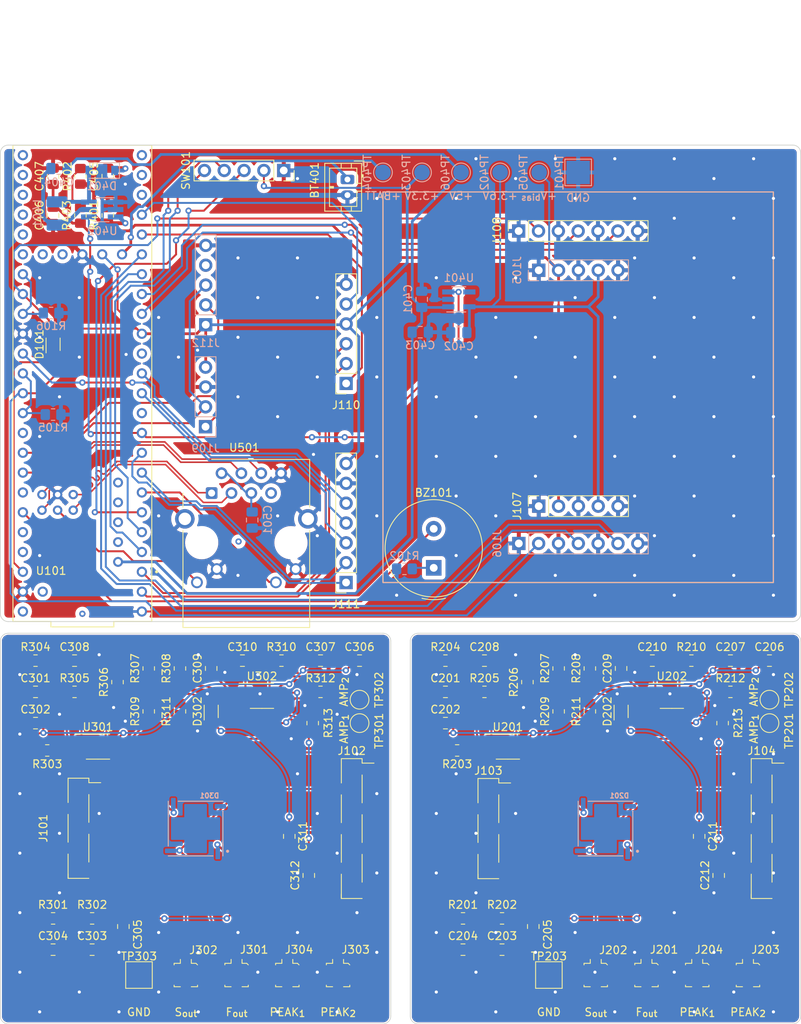
<source format=kicad_pcb>
(kicad_pcb (version 20211014) (generator pcbnew)
  (layers (0 "F.Cu" signal) (31 "B.Cu" signal) (34 "B.Paste" user) (35 "F.Paste" user) (36 "B.SilkS" user "B.Silkscreen") (37 "F.SilkS" user "F.Silkscreen") (38 "B.Mask" user) (39 "F.Mask" user) (44 "Edge.Cuts" user))
  (net 0 "")
  (net 1 "Net-(C303-Pad1)")
  (net 2 "Net-(C305-Pad1)")
  (net 3 "Net-(C308-Pad1)")
  (net 4 "/Detector PCB 1/AMP_{1}")
  (net 5 "Net-(C309-Pad1)")
  (net 6 "Net-(C309-Pad2)")
  (net 7 "/Detector PCB 1/AMP_{2}")
  (net 8 "/Detector PCB 1/PEAK_{1}")
  (net 9 "/Detector PCB 1/PEAK_{2}")
  (net 10 "/Detector PCB 1/S_{out}")
  (net 12 "/Detector PCB 1/F_{out}")
  (net 13 "Net-(D302-Pad1)")
  (net 14 "Net-(D302-Pad3)")
  (net 15 "Net-(D302-Pad4)")
  (net 16 "Net-(D302-Pad6)")
  (net 17 "/Detector PCB 1/V_{bias}")
  (net 18 "/Detector PCB 1/+3.6V")
  (net 19 "/Detector PCB 1/GND")
  (net 20 "+BATT")
  (net 21 "GND")
  (net 22 "Net-(BZ101-Pad1)")
  (net 23 "/Buzzer")
  (net 24 "+5V")
  (net 25 "+3.6V")
  (net 26 "Net-(C404-Pad2)")
  (net 27 "Net-(C405-Pad1)")
  (net 28 "+V_{bias}")
  (net 29 "Net-(C501-Pad1)")
  (net 30 "+3.3V")
  (net 31 "/D_{1}-F")
  (net 32 "/D_{2}-F")
  (net 33 "Net-(D401-Pad2)")
  (net 34 "/D_{2}-P_{1}")
  (net 35 "/D_{2}-P_{2}")
  (net 36 "/I^{2}C-SDA")
  (net 37 "/I^{2}C-SCL")
  (net 38 "/GPS-EN")
  (net 39 "/GPS-RX")
  (net 40 "/GPS-TX")
  (net 41 "/GPS-PPS")
  (net 42 "/OLED-RST")
  (net 43 "/OLED-DC")
  (net 44 "/SPI-CS_{1}")
  (net 45 "/SPI-CLK")
  (net 46 "/SPI-M_{O}S_{I}")
  (net 48 "Net-(R105-Pad1)")
  (net 49 "Net-(R106-Pad1)")
  (net 50 "Net-(R401-Pad2)")
  (net 51 "/Rot-BTN")
  (net 52 "/Rot-IR")
  (net 53 "/Rot-IL")
  (net 55 "/SPI-CS_{3}")
  (net 56 "/SPI-CS_{2}")
  (net 63 "/D_{1}-P_{1}")
  (net 64 "/D_{1}-P_{2}")
  (net 70 "/SPI-M_{I}S_{O}")
  (net 72 "/PWR-~{SHDN}")
  (net 73 "/Eth-LED_{2}")
  (net 78 "/Eth-TX-")
  (net 79 "/Eth-LED_{1}")
  (net 80 "/Eth-TX+")
  (net 81 "/Eth-RX+")
  (net 82 "/Eth-RX-")
  (net 88 "/Detector PCB 2/+3.6V")
  (net 89 "/Detector PCB 2/GND")
  (net 90 "Net-(C203-Pad1)")
  (net 91 "Net-(C205-Pad1)")
  (net 92 "Net-(C208-Pad1)")
  (net 93 "/Detector PCB 2/AMP_{1}")
  (net 94 "Net-(C209-Pad1)")
  (net 95 "Net-(C209-Pad2)")
  (net 96 "/Detector PCB 2/AMP_{2}")
  (net 97 "/Detector PCB 2/PEAK_{1}")
  (net 98 "/Detector PCB 2/PEAK_{2}")
  (net 99 "/Detector PCB 2/F_{out}")
  (net 100 "/Detector PCB 2/S_{out}")
  (net 102 "Net-(D202-Pad1)")
  (net 103 "Net-(D202-Pad3)")
  (net 104 "Net-(D202-Pad4)")
  (net 105 "Net-(D202-Pad6)")
  (net 106 "/Detector PCB 2/V_{bias}")
  (footprint "Capacitor_SMD:C_0805_2012Metric_Pad1.18x1.45mm_HandSolder" (layer "F.Cu") (at 77 117 90)
    (fp_text reference "C309")
    (fp_text value "13pF")
  )
  (footprint "Capacitor_SMD:C_0805_2012Metric_Pad1.18x1.45mm_HandSolder" (layer "F.Cu") (at 89.5 143.5 -90)
    (fp_text reference "C312")
    (fp_text value "2nF")
  )
  (footprint "Package_SO:MSOP-8_3x3mm_P0.65mm" (layer "F.Cu") (at 135.999999 120.5)
    (fp_text reference "U202")
    (fp_text value "LT1807")
  )
  (footprint "Connector_Coaxial:U.FL_Molex_MCRF_73412-0110_Vertical" (layer "F.Cu") (at 139.25 156.25 180)
    (fp_text reference "J204")
    (fp_text value "Conn_SMA")
  )
  (footprint "Connector_Coaxial:U.FL_Molex_MCRF_73412-0110_Vertical" (layer "F.Cu") (at 145.75 156.249999 180)
    (fp_text reference "J203")
    (fp_text value "Conn_SMA")
  )
  (footprint "Connector_PinSocket_2.54mm:PinSocket_1x07_P2.54mm_Vertical" (layer "F.Cu") (at 94.275 106 180)
    (fp_text reference "J111")
    (fp_text value "OLED")
  )
  (footprint "Resistor_SMD:R_0805_2012Metric_Pad1.20x1.40mm_HandSolder" (layer "F.Cu") (at 73 117 90)
    (fp_text reference "R308")
    (fp_text value "1k")
  )
  (footprint "Resistor_SMD:R_0805_2012Metric_Pad1.20x1.40mm_HandSolder" (layer "F.Cu") (at 69 117 90)
    (fp_text reference "R307")
    (fp_text value "150")
  )
  (footprint "Capacitor_SMD:C_0805_2012Metric_Pad1.18x1.45mm_HandSolder" (layer "F.Cu") (at 107 120.000001 180)
    (fp_text reference "C201")
    (fp_text value "10nF")
  )
  (footprint "TestPoint:TestPoint_Pad_D2.0mm" (layer "F.Cu") (at 96 121)
    (fp_text reference "TP302")
    (fp_text value "AMP_{2}")
  )
  (footprint "Resistor_SMD:R_0805_2012Metric_Pad1.20x1.40mm_HandSolder" (layer "F.Cu") (at 143.499999 120)
    (fp_text reference "R212")
    (fp_text value "100k")
  )
  (footprint "Capacitor_SMD:C_0805_2012Metric_Pad1.18x1.45mm_HandSolder" (layer "F.Cu") (at 107 124.000001 180)
    (fp_text reference "C202")
    (fp_text value "0.1uF")
  )
  (footprint "TestPoint:TestPoint_Pad_3.0x3.0mm" (layer "F.Cu") (at 67.75 156.25)
    (fp_text reference "TP303")
    (fp_text value "GND")
  )
  (footprint "Capacitor_SMD:C_0805_2012Metric_Pad1.18x1.45mm_HandSolder" (layer "F.Cu") (at 112 116.000001)
    (fp_text reference "C208")
    (fp_text value "13pF")
  )
  (footprint "Capacitor_SMD:C_0805_2012Metric_Pad1.18x1.45mm_HandSolder" (layer "F.Cu") (at 139.5 138.499999 -90)
    (fp_text reference "C211")
    (fp_text value "2nF")
  )
  (footprint "Connector_PinHeader_2.54mm:PinHeader_1x07_P2.54mm_Vertical_SMD_Pin1Right" (layer "F.Cu") (at 147.5 137.5)
    (fp_text reference "J104")
    (fp_text value "Conn_01x07")
  )
  (footprint "Resistor_SMD:R_0805_2012Metric_Pad1.20x1.40mm_HandSolder" (layer "F.Cu") (at 107 116.000001 180)
    (fp_text reference "R204")
    (fp_text value "150")
  )
  (footprint "Connector_PinSocket_2.54mm:PinSocket_1x05_P2.54mm_Vertical" (layer "F.Cu") (at 86.29 53.25 -90)
    (fp_text reference "SW101")
    (fp_text value "Digital_Rotary_Encoder_Switch")
  )
  (footprint "TestPoint:TestPoint_Pad_D2.0mm" (layer "F.Cu") (at 148.5 124)
    (fp_text reference "TP201")
    (fp_text value "AMP_{1}")
  )
  (footprint "Resistor_SMD:R_0805_2012Metric_Pad1.20x1.40mm_HandSolder" (layer "F.Cu") (at 125.5 117 90)
    (fp_text reference "R208")
    (fp_text value "1k")
  )
  (footprint "Connector_Coaxial:U.FL_Molex_MCRF_73412-0110_Vertical" (layer "F.Cu") (at 132.75 156.25 180)
    (fp_text reference "J201")
    (fp_text value "Conn_SMA")
  )
  (footprint "Capacitor_SMD:C_0805_2012Metric_Pad1.18x1.45mm_HandSolder" (layer "F.Cu") (at 59.5 116)
    (fp_text reference "C308")
    (fp_text value "13pF")
  )
  (footprint "Connector_PinSocket_2.54mm:PinSocket_1x07_P2.54mm_Vertical" (layer "F.Cu") (at 116.38 61 90)
    (fp_text reference "J108")
    (fp_text value "Conn_01x07")
  )
  (footprint "Connector_PinHeader_2.54mm:PinHeader_1x07_P2.54mm_Vertical_SMD_Pin1Right" (layer "F.Cu") (at 95 137.5)
    (fp_text reference "J102")
    (fp_text value "Conn_01x07")
  )
  (footprint "Resistor_SMD:R_0805_2012Metric_Pad1.20x1.40mm_HandSolder" (layer "F.Cu") (at 117.5 118.75 90)
    (fp_text reference "R206")
    (fp_text value "10k")
  )
  (footprint "Resistor_SMD:R_0805_2012Metric_Pad1.20x1.40mm_HandSolder" (layer "F.Cu") (at 114.250001 149)
    (fp_text reference "R202")
    (fp_text value "50")
  )
  (footprint "Resistor_SMD:R_0805_2012Metric_Pad1.20x1.40mm_HandSolder" (layer "F.Cu") (at 56.75 149)
    (fp_text reference "R301")
    (fp_text value "50")
  )
  (footprint "Resistor_SMD:R_0805_2012Metric_Pad1.20x1.40mm_HandSolder" (layer "F.Cu") (at 69 122.5 90)
    (fp_text reference "R309")
    (fp_text value "100k")
  )
  (footprint "Resistor_SMD:R_0805_2012Metric_Pad1.20x1.40mm_HandSolder" (layer "F.Cu") (at 125.5 122.5 90)
    (fp_text reference "R211")
    (fp_text value "100k")
  )
  (footprint "Capacitor_SMD:C_0805_2012Metric_Pad1.18x1.45mm_HandSolder" (layer "F.Cu") (at 65.75 150.0375 -90)
    (fp_text reference "C305")
    (fp_text value "10nF")
  )
  (footprint "Capacitor_SMD:C_0805_2012Metric_Pad1.18x1.45mm_HandSolder" (layer "F.Cu") (at 56.75 153 180)
    (fp_text reference "C304")
    (fp_text value "10nF")
  )
  (footprint "Capacitor_SMD:C_0805_2012Metric_Pad1.18x1.45mm_HandSolder" (layer "F.Cu") (at 54.5 124 180)
    (fp_text reference "C302")
    (fp_text value "0.1uF")
  )
  (footprint "Capacitor_SMD:C_0805_2012Metric_Pad1.18x1.45mm_HandSolder" (layer "F.Cu") (at 63.75 54 -90)
    (fp_text reference "C405")
    (fp_text value "1uF")
  )
  (footprint "Resistor_SMD:R_0805_2012Metric_Pad1.20x1.40mm_HandSolder" (layer "F.Cu") (at 121.5 122.5 90)
    (fp_text reference "R209")
    (fp_text value "100k")
  )
  (footprint "Capacitor_SMD:C_0805_2012Metric_Pad1.18x1.45mm_HandSolder" (layer "F.Cu") (at 148.499999 116)
    (fp_text reference "C206")
    (fp_text value "0.1uF")
  )
  (footprint "Capacitor_SMD:C_0805_2012Metric_Pad1.18x1.45mm_HandSolder" (layer "F.Cu") (at 96 116)
    (fp_text reference "C306")
    (fp_text value "0.1uF")
  )
  (footprint "Connector_PinHeader_2.54mm:PinHeader_1x05_P2.54mm_Vertical_SMD_Pin1Right" (layer "F.Cu") (at 60 137.4625)
    (fp_text reference "J101")
    (fp_text value "Conn_01x05")
  )
  (footprint "TestPoint:TestPoint_Pad_D2.0mm" (layer "F.Cu") (at 96 124)
    (fp_text reference "TP301")
    (fp_text value "AMP_{1}")
  )
  (footprint "Resistor_SMD:R_0805_2012Metric_Pad1.20x1.40mm_HandSolder" (layer "F.Cu") (at 86 116)
    (fp_text reference "R310")
    (fp_text value "10k")
  )
  (footprint "Resistor_SMD:R_0805_2012Metric_Pad1.20x1.40mm_HandSolder" (layer "F.Cu") (at 59.5 120)
    (fp_text reference "R305")
    (fp_text value "2.32k")
  )
  (footprint "Buzzer_Beeper:Buzzer_TDK_PS1240P02BT_D12.2mm_H6.5mm" (layer "F.Cu") (at 105.5 104.120785 90)
    (fp_text reference "BZ101")
    (fp_text value "Buzzer")
  )
  (footprint "Capacitor_SMD:C_0805_2012Metric_Pad1.18x1.45mm_HandSolder" (layer "F.Cu") (at 54.5 120 180)
    (fp_text reference "C301")
    (fp_text value "10nF")
  )
  (footprint "Resistor_SMD:R_0805_2012Metric_Pad1.20x1.40mm_HandSolder" (layer "F.Cu") (at 63.75 59 -90)
    (fp_text reference "R401")
    (fp_text value "6.65k")
  )
  (footprint "Connector_Coaxial:U.FL_Molex_MCRF_73412-0110_Vertical" (layer "F.Cu") (at 93.25 156.25 180)
    (fp_text reference "J303")
    (fp_text value "Conn_SMA")
  )
  (footprint "Connector_Coaxial:U.FL_Molex_MCRF_73412-0110_Vertical" (layer "F.Cu") (at 73.75 156.25 180)
    (fp_text reference "J302")
    (fp_text value "Conn_SMA")
  )
  (footprint "Resistor_SMD:R_0805_2012Metric_Pad1.20x1.40mm_HandSolder" (layer "F.Cu") (at 73 122.5 90)
    (fp_text reference "R311")
    (fp_text value "100k")
  )
  (footprint "Resistor_SMD:R_0805_2012Metric_Pad1.20x1.40mm_HandSolder" (layer "F.Cu") (at 56 127.5 180)
    (fp_text reference "R303")
    (fp_text value "10")
  )
  (footprint "CosmicWatchPro:Teensy4.1" (layer "F.Cu") (at 60.5 80.5 90)
    (fp_text reference "U101")
    (fp_text value "Teensy4.1")
  )
  (footprint "Capacitor_SMD:C_0805_2012Metric_Pad1.18x1.45mm_HandSolder" (layer "F.Cu") (at 118.250001 150.0375 -90)
    (fp_text reference "C205")
    (fp_text value "10nF")
  )
  (footprint "Resistor_SMD:R_0805_2012Metric_Pad1.20x1.40mm_HandSolder" (layer "F.Cu") (at 112 120.000001)
    (fp_text reference "R205")
    (fp_text value "2.32k")
  )
  (footprint "Capacitor_SMD:C_0805_2012Metric_Pad1.18x1.45mm_HandSolder" (layer "F.Cu") (at 81 116)
    (fp_text reference "C310")
    (fp_text value "1uF")
  )
  (footprint "Package_SO:MSOP-8_3x3mm_P0.65mm" (layer "F.Cu") (at 115 127.000001)
    (fp_text reference "U201")
    (fp_text value "LT1807")
  )
  (footprint "Capacitor_SMD:C_0805_2012Metric_Pad1.18x1.45mm_HandSolder" (layer "F.Cu") (at 133.499999 116)
    (fp_text reference "C210")
    (fp_text value "1uF")
  )
  (footprint "Connector_PinSocket_2.54mm:PinSocket_1x05_P2.54mm_Vertical" (layer "F.Cu") (at 118.95 96.225 90)
    (fp_text reference "J107")
    (fp_text value "Conn_01x05")
  )
  (footprint "Resistor_SMD:R_0805_2012Metric_Pad1.20x1.40mm_HandSolder" (layer "F.Cu") (at 121.5 117 90)
    (fp_text reference "R207")
    (fp_text value "150")
  )
  (footprint "Resistor_SMD:R_0805_2012Metric_Pad1.20x1.40mm_HandSolder" (layer "F.Cu") (at 61.75 149)
    (fp_text reference "R302")
    (fp_text value "50")
  )
  (footprint "Resistor_SMD:R_0805_2012Metric_Pad1.20x1.40mm_HandSolder" (layer "F.Cu") (at 109.25 149)
    (fp_text reference "R201")
    (fp_text value "50")
  )
  (footprint "Capacitor_SMD:C_0805_2012Metric_Pad1.18x1.45mm_HandSolder" (layer "F.Cu") (at 91 116)
    (fp_text reference "C307")
    (fp_text value "10nF")
  )
  (footprint "Connector_JST:JST_PH_B2B-PH-K_1x02_P2.00mm_Vertical" (layer "F.Cu") (at 94.45 54.4 -90)
    (fp_text reference "BT401")
    (fp_text value "Battery_Cell")
  )
  (footprint "Capacitor_SMD:C_0805_2012Metric_Pad1.18x1.45mm_HandSolder" (layer "F.Cu") (at 129.499999 117 90)
    (fp_text reference "C209")
    (fp_text value "13pF")
  )
  (footprint "Resistor_SMD:R_0805_2012Metric_Pad1.20x1.40mm_HandSolder" (layer "F.Cu") (at 142.499999 124 -90)
    (fp_text reference "R213")
    (fp_text value "100k")
  )
  (footprint "Resistor_SMD:R_0805_2012Metric_Pad1.20x1.40mm_HandSolder" (layer "F.Cu") (at 90 124 -90)
    (fp_text reference "R313")
    (fp_text value "100k")
  )
  (footprint "Package_SO:MSOP-8_3x3mm_P0.65mm" (layer "F.Cu") (at 62.5 127)
    (fp_text reference "U301")
    (fp_text value "LT1807")
  )
  (footprint "Capacitor_SMD:C_0805_2012Metric_Pad1.18x1.45mm_HandSolder" (layer "F.Cu") (at 56.75 54 90)
    (fp_text reference "C407")
    (fp_text value "10nF")
  )
  (footprint "Package_TO_SOT_SMD:SOT-666" (layer "F.Cu") (at 56.75 75.5 90)
    (fp_text reference "D101")
    (fp_text value "BAS70XY")
  )
  (footprint "Package_TO_SOT_SMD:SOT-666" (layer "F.Cu") (at 129.499999 122.5 90)
    (fp_text reference "D202")
    (fp_text value "BAS70XY")
  )
  (footprint "Capacitor_SMD:C_0805_2012Metric_Pad1.18x1.45mm_HandSolder" (layer "F.Cu") (at 56.75 59 -90)
    (fp_text reference "C406")
    (fp_text value "1uF")
  )
  (footprint "Resistor_SMD:R_0805_2012Metric_Pad1.20x1.40mm_HandSolder" (layer "F.Cu") (at 91 120)
    (fp_text reference "R312")
    (fp_text value "100k")
  )
  (footprint "Package_SO:MSOP-8_3x3mm_P0.65mm" (layer "F.Cu") (at 83.5 120.5)
    (fp_text reference "U302")
    (fp_text value "LT1807")
  )
  (footprint "TestPoint:TestPoint_Pad_3.0x3.0mm" (layer "F.Cu") (at 120.250001 156.25)
    (fp_text reference "TP203")
    (fp_text value "GND")
  )
  (footprint "Capacitor_SMD:C_0805_2012Metric_Pad1.18x1.45mm_HandSolder" (layer "F.Cu") (at 114.250001 153)
    (fp_text reference "C203")
    (fp_text value "1uF")
  )
  (footprint "Connector_Coaxial:U.FL_Molex_MCRF_73412-0110_Vertical" (layer "F.Cu") (at 80.25 156.25 180)
    (fp_text reference "J301")
    (fp_text value "Conn_SMA")
  )
  (footprint "Resistor_SMD:R_0805_2012Metric_Pad1.20x1.40mm_HandSolder" (layer "F.Cu") (at 60.25 54 90)
    (fp_text reference "R402")
    (fp_text value "147k")
  )
  (footprint "Connector_Coaxial:U.FL_Molex_MCRF_73412-0110_Vertical" (layer "F.Cu") (at 86.75 156.25 180)
    (fp_text reference "J304")
    (fp_text value "Conn_SMA")
  )
  (footprint "Connector_Coaxial:U.FL_Molex_MCRF_73412-0110_Vertical" (layer "F.Cu") (at 126.250001 156.25 180)
    (fp_text reference "J202")
    (fp_text value "Conn_SMA")
  )
  (footprint "Resistor_SMD:R_0805_2012Metric_Pad1.20x1.40mm_HandSolder" (layer "F.Cu") (at 108.5 127.500001 180)
    (fp_text reference "R203")
    (fp_text value "10")
  )
  (footprint "Connector_PinSocket_2.54mm:PinSocket_1x06_P2.54mm_Vertical" (layer "F.Cu") (at 94.285786 80.512893 180)
    (fp_text reference "J110")
    (fp_text value "Conn_01x06")
  )
  (footprint "Package_TO_SOT_SMD:SOT-666" (layer "F.Cu") (at 77 122.5 90)
    (fp_text reference "D302")
    (fp_text value "BAS70XY")
  )
  (footprint "Resistor_SMD:R_0805_2012Metric_Pad1.20x1.40mm_HandSolder" (layer "F.Cu") (at 138.499999 116)
    (fp_text reference "R210")
    (fp_text value "10k")
  )
  (footprint "Capacitor_SMD:C_0805_2012Metric_Pad1.18x1.45mm_HandSolder" (layer "F.Cu") (at 61.75 153)
    (fp_text reference "C303")
    (fp_text value "1uF")
  )
  (footprint "Connector_RJ:RJ45_Cetus_J1B1211CCD_Horizontal" (layer "F.Cu") (at 77.055 94.55)
    (fp_text reference "U501")
    (fp_text value "J1B12111CCD")
  )
  (footprint "Capacitor_SMD:C_0805_2012Metric_Pad1.18x1.45mm_HandSolder" (layer "F.Cu") (at 142 143.499999 -90)
    (fp_text reference "C212")
    (fp_text value "2nF")
  )
  (footprint "Capacitor_SMD:C_0805_2012Metric_Pad1.18x1.45mm_HandSolder" (layer "F.Cu") (at 87 138.5 -90)
    (fp_text reference "C311")
    (fp_text value "2nF")
  )
  (footprint "Connector_PinHeader_2.54mm:PinHeader_1x05_P2.54mm_Vertical_SMD_Pin1Right" (layer "F.Cu") (at 112.5 137.5)
    (fp_text reference "J103")
    (fp_text value "Conn_01x05")
  )
  (footprint "Resistor_SMD:R_0805_2012Metric_Pad1.20x1.40mm_HandSolder" (layer "F.Cu") (at 60.25 59 -90)
    (fp_text reference "R403")
    (fp_text value "100")
  )
  (footprint "Capacitor_SMD:C_0805_2012Metric_Pad1.18x1.45mm_HandSolder" (layer "F.Cu") (at 109.250001 153 180)
    (fp_text reference "C204")
    (fp_text value "10nF")
  )
  (footprint "TestPoint:TestPoint_Pad_D2.0mm" (layer "F.Cu") (at 148.499999 121)
    (fp_text reference "TP202")
    (fp_text value "AMP_{2}")
  )
  (footprint "Resistor_SMD:R_0805_2012Metric_Pad1.20x1.40mm_HandSolder" (layer "F.Cu") (at 65 118.75 90)
    (fp_text reference "R306")
    (fp_text value "10k")
  )
  (footprint "Capacitor_SMD:C_0805_2012Metric_Pad1.18x1.45mm_HandSolder" (layer "F.Cu") (at 143.499999 116)
    (fp_text reference "C207")
    (fp_text value "10nF")
  )
  (footprint "Resistor_SMD:R_0805_2012Metric_Pad1.20x1.40mm_HandSolder" (layer "F.Cu") (at 54.5 116 180)
    (fp_text reference "R304")
    (fp_text value "150")
  )
  (footprint "TestPoint:TestPoint_Pad_D2.0mm" (layer "B.Cu") (at 109 53.5 -90)
    (fp_text reference "TP406")
    (fp_text value "TestPoint")
  )
  (footprint "Capacitor_SMD:C_0805_2012Metric_Pad1.18x1.45mm_HandSolder" (layer "B.Cu") (at 82.25 98 -90)
    (fp_text reference "C501")
    (fp_text value "0.1uF")
  )
  (footprint "Connector_PinSocket_2.54mm:PinSocket_1x07_P2.54mm_Vertical" (layer "B.Cu") (at 116.4 101 -90)
    (fp_text reference "J106")
    (fp_text value "Conn_01x07")
  )
  (footprint "Capacitor_SMD:C_0805_2012Metric_Pad1.18x1.45mm_HandSolder" (layer "B.Cu") (at 103.775 73.95)
    (fp_text reference "C403")
    (fp_text value "1uF")
  )
  (footprint "Capacitor_SMD:C_0805_2012Metric_Pad1.18x1.45mm_HandSolder" (layer "B.Cu") (at 57.5 53 180)
    (fp_text reference "C404")
    (fp_text value "1uF")
  )
  (footprint "Package_TO_SOT_SMD:SOT-23-5_HandSoldering" (layer "B.Cu") (at 108.7125 69.75)
    (fp_text reference "U401")
    (fp_text value "TCR2EF")
  )
  (footprint "Package_TO_SOT_SMD:TSOT-23-6_HandSoldering" (layer "B.Cu") (at 63.04 58.25 180)
    (fp_text reference "U402")
    (fp_text value "MAX5025")
  )
  (footprint "Connector_PinSocket_2.54mm:PinSocket_1x04_P2.54mm_Vertical" (layer "B.Cu") (at 76.275 86.05)
    (fp_text reference "J109")
    (fp_text value "BMP280")
  )
  (footprint "Resistor_SMD:R_0805_2012Metric_Pad1.20x1.40mm_HandSolder" (layer "B.Cu") (at 56.5 71.5)
    (fp_text reference "R106")
    (fp_text value "10k")
  )
  (footprint "TestPoint:TestPoint_Pad_D2.0mm" (layer "B.Cu") (at 99 53.5 -90)
    (fp_text reference "TP404")
    (fp_text value "TestPoint")
  )
  (footprint "CosmicWatchPro:SiPM_MICROFC-60035-SMT-HANDSOLDER" (layer "B.Cu") (at 127.5 137.5 180)
    (fp_text reference "D201")
    (fp_text value "SiPM_MICRORB−60035−MLP")
  )
  (footprint "TestPoint:TestPoint_Pad_D2.0mm" (layer "B.Cu") (at 104 53.5 -90)
    (fp_text reference "TP403")
    (fp_text value "TestPoint")
  )
  (footprint "Inductor_SMD:L_1210_3225Metric_Pad1.42x2.65mm_HandSolder" (layer "B.Cu") (at 57.25 58.75 90)
    (fp_text reference "L401")
    (fp_text value "47uH")
  )
  (footprint "TestPoint:TestPoint_Pad_D2.0mm" (layer "B.Cu") (at 119 53.5 -90)
    (fp_text reference "TP405")
    (fp_text value "TestPoint")
  )
  (footprint "Resistor_SMD:R_0805_2012Metric_Pad1.20x1.40mm_HandSolder" (layer "B.Cu") (at 56.75 84.5)
    (fp_text reference "R105")
    (fp_text value "10k")
  )
  (footprint "CosmicWatchPro:SiPM_MICROFC-60035-SMT-HANDSOLDER" (layer "B.Cu") (at 75 137.5 180)
    (fp_text reference "D301")
    (fp_text value "SiPM_MICRORB−60035−MLP")
  )
  (footprint "Capacitor_SMD:C_0805_2012Metric_Pad1.18x1.45mm_HandSolder" (layer "B.Cu") (at 108.7125 74 180)
    (fp_text reference "C402")
    (fp_text value "1uF")
  )
  (footprint "Capacitor_SMD:C_0805_2012Metric_Pad1.18x1.45mm_HandSolder" (layer "B.Cu") (at 103.9625 69.75 90)
    (fp_text reference "C401")
    (fp_text value "1uF")
  )
  (footprint "TestPoint:TestPoint_Pad_D2.0mm" (layer "B.Cu") (at 114 53.5 -90)
    (fp_text reference "TP402")
    (fp_text value "TestPoint")
  )
  (footprint "Diode_SMD:D_SOD-123" (layer "B.Cu") (at 63 53.25 180)
    (fp_text reference "D401")
    (fp_text value "D_Schottky")
  )
  (footprint "Resistor_SMD:R_0805_2012Metric_Pad1.20x1.40mm_HandSolder" (layer "B.Cu") (at 101.75 104.25 180)
    (fp_text reference "R102")
    (fp_text value "1k")
  )
  (footprint "Connector_PinSocket_2.54mm:PinSocket_1x05_P2.54mm_Vertical" (layer "B.Cu") (at 118.95 66.025 -90)
    (fp_text reference "J105")
    (fp_text value "Conn_01x05")
  )
  (footprint "Connector_PinHeader_2.54mm:PinHeader_1x05_P2.54mm_Vertical" (layer "B.Cu") (at 76.3 73)
    (fp_text reference "J112")
    (fp_text value "DS3231")
  )
  (footprint "TestPoint:TestPoint_Pad_3.0x3.0mm" (layer "B.Cu") (at 124 53.5 -90)
    (fp_text reference "TP401")
    (fp_text value "TestPoint")
  )
  (gr_rect (start 99 106) (end 149 56) (layer "B.SilkS") (width 0.15) (fill none))
  (gr_rect (start 99 56) (end 149 106) (layer "F.SilkS") (width 0.15) (fill none))
  (gr_line (start 103.5 112.5) (end 151.499999 112.500001) (layer "Edge.Cuts") (width 0.1))
  (gr_arc (start 50.000001 51.000001) (mid 50.292894 50.292894) (end 51.000001 50.000001) (layer "Edge.Cuts") (width 0.1))
  (gr_line (start 151.499999 162.499999) (end 103.500001 162.499999) (layer "Edge.Cuts") (width 0.1))
  (gr_arc (start 152.5 110) (mid 152.207107 110.707107) (end 151.5 111) (layer "Edge.Cuts") (width 0.1))
  (gr_line (start 51 111) (end 151.5 111) (layer "Edge.Cuts") (width 0.1))
  (gr_line (start 151.5 50.000001) (end 51.000001 50.000001) (layer "Edge.Cuts") (width 0.1))
  (gr_arc (start 51 111) (mid 50.292893 110.707107) (end 50 110) (layer "Edge.Cuts") (width 0.1))
  (gr_arc (start 51.000001 162.499999) (mid 50.292894 162.207106) (end 50.000001 161.499999) (layer "Edge.Cuts") (width 0.1))
  (gr_arc locked (start 50 113.5) (mid 50.292893 112.792893) (end 51 112.5) (layer "Edge.Cuts") (width 0.1))
  (gr_arc (start 151.5 50.000001) (mid 152.207107 50.292894) (end 152.5 51.000001) (layer "Edge.Cuts") (width 0.1))
  (gr_line (start 99 162.5) (end 51.000001 162.499999) (layer "Edge.Cuts") (width 0.1))
  (gr_arc (start 151.499999 112.500001) (mid 152.207106 112.792894) (end 152.499999 113.500001) (layer "Edge.Cuts") (width 0.1))
  (gr_line (start 50.000001 161.499999) (end 50 113.5) (layer "Edge.Cuts") (width 0.1))
  (gr_line (start 100 113.5) (end 100 161.5) (layer "Edge.Cuts") (width 0.1))
  (gr_line (start 50.000001 51.000001) (end 50 110) (layer "Edge.Cuts") (width 0.1))
  (gr_arc (start 152.499999 161.499999) (mid 152.207106 162.207106) (end 151.499999 162.499999) (layer "Edge.Cuts") (width 0.1))
  (gr_line (start 152.499999 113.500001) (end 152.499999 161.499999) (layer "Edge.Cuts") (width 0.1))
  (gr_arc (start 103.500001 162.499999) (mid 102.792894 162.207106) (end 102.500001 161.499999) (layer "Edge.Cuts") (width 0.1))
  (gr_arc (start 100 161.5) (mid 99.707107 162.207107) (end 99 162.5) (layer "Edge.Cuts") (width 0.1))
  (gr_line (start 152.5 110) (end 152.499999 51.000001) (layer "Edge.Cuts") (width 0.1))
  (gr_arc (start 102.5 113.5) (mid 102.792893 112.792893) (end 103.5 112.5) (layer "Edge.Cuts") (width 0.1))
  (gr_line (start 99 112.5) (end 51 112.5) (layer "Edge.Cuts") (width 0.1))
  (gr_arc (start 99 112.5) (mid 99.707107 112.792893) (end 100 113.5) (layer "Edge.Cuts") (width 0.1))
  (gr_line (start 102.500001 161.499999) (end 102.5 113.5) (layer "Edge.Cuts") (width 0.1))
  (gr_text "+BATT" (at 99 56.5) (layer "B.SilkS") (effects (font (size 1 1)) (justify mirror)))
  (gr_text "+V_{bias}" (at 119 56.5) (layer "B.SilkS") (effects (font (size 1 1)) (justify mirror)))
  (gr_text "GND" (at 124 56.75) (layer "B.SilkS") (effects (font (size 1 1)) (justify mirror)))
  (gr_text "+5V" (at 109 56.5) (layer "B.SilkS") (effects (font (size 1 1)) (justify mirror)))
  (gr_text "+3.6V" (at 114 56.5) (layer "B.SilkS") (effects (font (size 1 1)) (justify mirror)))
  (gr_text "+3.3V" (at 104 56.5) (layer "B.SilkS") (effects (font (size 1 1)) (justify mirror)))
  (gr_text "PEAK_{2}" (at 93.25 161) (layer "F.SilkS") (effects (font (size 1 1))))
  (gr_text "F_{out}" (at 80.25 161) (layer "F.SilkS") (effects (font (size 1 1))))
  (gr_text "AMP_{2}" (at 94 120 90) (layer "F.SilkS") (effects (font (size 1 1))))
  (gr_text "PEAK_{2}" (at 145.75 161) (layer "F.SilkS") (effects (font (size 1 1))))
  (gr_text "GND" (at 120.25 161) (layer "F.SilkS") (effects (font (size 1 1))))
  (gr_text "PEAK_{1}" (at 139.25 161) (layer "F.SilkS") (effects (font (size 1 1))))
  (gr_text "GND" (at 67.75 161) (layer "F.SilkS") (effects (font (size 1 1))))
  (gr_text "PEAK_{1}" (at 86.75 161) (layer "F.SilkS") (effects (font (size 1 1))))
  (gr_text "F_{out}" (at 132.75 161) (layer "F.SilkS") (effects (font (size 1 1))))
  (gr_text "AMP_{1}" (at 94 124.75 90) (layer "F.SilkS") (effects (font (size 1 1))))
  (gr_text "S_{out}" (at 73.75 161) (layer "F.SilkS") (effects (font (size 1 1))))
  (gr_text "AMP_{1}" (at 146.5 124.75 -270) (layer "F.SilkS") (effects (font (size 1 1))))
  (gr_text "AMP_{2}" (at 146.5 120 -270) (layer "F.SilkS") (effects (font (size 1 1))))
  (gr_text "S_{out}" (at 126.25 161) (layer "F.SilkS") (effects (font (size 1 1))))
  (via (at 80.5 100.75) (size 0.8) (drill 0.4) (layers "F.Cu" "B.Cu") (net 0))
  (via (at 60.5 110) (size 0.8) (drill 0.4) (layers "F.Cu" "B.Cu") (net 0))
  (segment (start 57.814016 153) (end 60.7125 153) (width 0.25) (layer "F.Cu") (net 1))
  (segment (start 57.75 149) (end 60.75 149) (width 0.25) (layer "F.Cu") (net 1))
  (segment (start 57.75 152.935983) (end 57.75 149) (width 0.25) (layer "F.Cu") (net 1))
  (arc (start 57.76875 152.98125) (mid 57.789518 152.995127) (end 57.814016 153) (width 0.25) (layer "F.Cu") (net 1))
  (arc (start 57.76875 152.98125) (mid 57.754872 152.960481) (end 57.75 152.935983) (width 0.25) (layer "F.Cu") (net 1))
  (segment (start 79.75 145.442) (end 79.75 146.153294) (width 0.25) (layer "F.Cu") (net 2))
  (segment (start 79.75 147.719669) (end 79.75 147.197544) (width 0.25) (layer "F.Cu") (net 2))
  (segment (start 79 149) (end 79.375 148.625) (width 0.25) (layer "F.Cu") (net 2))
  (segment (start 79.75 143.731837) (end 79.75 142.876756) (width 0.25) (layer "F.Cu") (net 2))
  (segment (start 79.75 146.153294) (end 79.75 147.197544) (width 0.25) (layer "F.Cu") (net 2))
  (segment (start 79.75 143.731837) (end 79.75 145.442) (width 0.25) (layer "F.Cu") (net 2))
  (segment (start 77.8 139.54955) (end 78.776167 140.525717) (width 0.25) (layer "F.Cu") (net 2))
  (segment (start 65.75 149) (end 62.75 149) (width 0.25) (layer "F.Cu") (net 2))
  (segment (start 71 149) (end 65.75 149) (width 0.25) (layer "F.Cu") (net 2))
  (via (at 79 149) (size 0.8) (drill 0.4) (layers "F.Cu" "B.Cu") (net 2))
  (via (at 71 149) (size 0.8) (drill 0.4) (layers "F.Cu" "B.Cu") (net 2))
  (via (at 77.8 139.54955) (size 0.8) (drill 0.4) (layers "F.Cu" "B.Cu") (net 2))
  (arc (start 79.75 147.719669) (mid 79.65254 148.20963) (end 79.375 148.625) (width 0.25) (layer "F.Cu") (net 2))
  (arc (start 78.776167 140.525717) (mid 79.496909 141.604383) (end 79.75 142.876756) (width 0.25) (layer "F.Cu") (net 2))
  (segment (start 71 149) (end 79 149) (width 0.25) (layer "B.Cu") (net 2))
  (segment (start 77.825 140.6625) (end 77.85 140.6875) (width 0.25) (layer "B.Cu") (net 2))
  (segment (start 77.8 139.54955) (end 77.8 140.602144) (width 0.25) (layer "B.Cu") (net 2))
  (arc (start 77.8 140.602144) (mid 77.806497 140.634808) (end 77.825 140.6625) (width 0.25) (layer "B.Cu") (net 2))
  (segment (start 59.90625 126.675) (end 60.3875 126.675) (width 0.25) (layer "F.Cu") (net 3))
  (segment (start 58.4625 116) (end 58.4625 119.935983) (width 0.25) (layer "F.Cu") (net 3))
  (segment (start 58.5 125.095926) (end 58.5 120.026516) (width 0.25) (layer "F.Cu") (net 3))
  (segment (start 58.9625 126.2125) (end 59.084704 126.334704) (width 0.25) (layer "F.Cu") (net 3))
  (segment (start 58.4625 116) (end 55.5 116) (width 0.25) (layer "F.Cu") (net 3))
  (arc (start 58.5 125.095926) (mid 58.620199 125.700211) (end 58.9625 126.2125) (width 0.25) (layer "F.Cu") (net 3))
  (arc (start 59.90625 126.675) (mid 59.461632 126.586559) (end 59.084704 126.334704) (width 0.25) (layer "F.Cu") (net 3))
  (arc (start 58.48125 119.98125) (mid 58.495127 120.002018) (end 58.5 120.026516) (width 0.25) (layer "F.Cu") (net 3))
  (arc (start 58.48125 119.98125) (mid 58.467372 119.960481) (end 58.4625 119.935983) (width 0.25) (layer "F.Cu") (net 3))
  (segment (start 60.5375 119.935983) (end 60.5375 116) (width 0.25) (layer "F.Cu") (net 4))
  (segment (start 64.992186 119.757811) (end 64.945312 119.804687) (width 0.25) (layer "F.Cu") (net 4))
  (segment (start 60.3875 120.192049) (end 60.3875 126.025) (width 0.25) (layer "F.Cu") (net 4))
  (segment (start 65.023436 119.726561) (end 65.007811 119.742186) (width 0.25) (layer "F.Cu") (net 4))
  (segment (start 65.101562 119.648436) (end 65.093749 119.656249) (width 0.25) (layer "F.Cu") (net 4))
  (segment (start 65.124999 119.624999) (end 65.115233 119.634764) (width 0.25) (layer "F.Cu") (net 4))
  (segment (start 65.226561 119.523436) (end 65.218748 119.531249) (width 0.25) (layer "F.Cu") (net 4))
  (segment (start 60.51875 119.98125) (end 60.48125 120.01875) (width 0.25) (layer "F.Cu") (net 4))
  (segment (start 65.187499 119.562499) (end 65.15625 119.59375) (width 0.25) (layer "F.Cu") (net 4))
  (segment (start 64.625 127.9875) (end 64.6125 127.975) (width 0.25) (layer "F.Cu") (net 4))
  (segment (start 67.158493 127.341506) (end 67.5 127) (width 0.25) (layer "F.Cu") (net 4))
  (segment (start 64.898437 119.851562) (end 64.882812 119.867187) (width 0.25) (layer "F.Cu") (net 4))
  (segment (start 64.929687 119.820312) (end 64.914062 119.835937) (width 0.25) (layer "F.Cu") (net 4))
  (segment (start 65.072264 119.677733) (end 65.052733 119.697264) (width 0.25) (layer "F.Cu") (net 4))
  (segment (start 65.15625 119.59375) (end 65.124999 119.624999) (width 0.25) (layer "F.Cu") (net 4))
  (segment (start 65.234374 119.515624) (end 65.226561 119.523436) (width 0.25) (layer "F.Cu") (net 4))
  (segment (start 65.242186 119.507812) (end 65.244139 119.505859) (width 0.25) (layer "F.Cu") (net 4))
  (segment (start 64.945312 119.804687) (end 64.929687 119.820312) (width 0.25) (layer "F.Cu") (net 4))
  (segment (start 65.115233 119.634764) (end 65.103515 119.646483) (width 0.25) (layer "F.Cu") (net 4))
  (segment (start 65.197264 119.552733) (end 65.187499 119.562499) (width 0.25) (layer "F.Cu") (net 4))
  (segment (start 65.218748 119.531249) (end 65.210935 119.539061) (width 0.25) (layer "F.Cu") (net 4))
  (segment (start 93.843792 126.156207) (end 96 124) (width 0.25) (layer "F.Cu") (net 4))
  (segment (start 64.655177 128) (end 65.56875 128) (width 0.25) (layer "F.Cu") (net 4))
  (segment (start 65.242186 119.507812) (end 65.234374 119.515624) (width 0.25) (layer "F.Cu") (net 4))
  (segment (start 65.007811 119.742186) (end 64.992186 119.757811) (width 0.25) (layer "F.Cu") (net 4))
  (segment (start 89.996036 127.75) (end 88.237436 127.75) (width 0.25) (layer "F.Cu") (net 4))
  (segment (start 65.101562 119.648436) (end 65.103515 119.646483) (width 0.25) (layer "F.Cu") (net 4))
  (segment (start 65.085936 119.664062) (end 65.078123 119.671874) (width 0.25) (layer "F.Cu") (net 4))
  (segment (start 65.093749 119.656249) (end 65.085936 119.664062) (width 0.25) (layer "F.Cu") (net 4))
  (segment (start 64.882812 119.867187) (end 64.875 119.875) (width 0.25) (layer "F.Cu") (net 4))
  (segment (start 84.012563 126) (end 69.914213 126) (width 0.25) (layer "F.Cu") (net 4))
  (segment (start 64.573223 120) (end 60.526516 120) (width 0.25) (layer "F.Cu") (net 4))
  (segment (start 65.853553 119.25) (end 75.886306 119.25) (width 0.25) (layer "F.Cu") (net 4))
  (segment (start 65.210935 119.539061) (end 65.208983 119.541014) (width 0.25) (layer "F.Cu") (net 4))
  (segment (start 79.688693 120.825) (end 81.3875 120.825) (width 0.25) (layer "F.Cu") (net 4))
  (segment (start 65.25 119.5) (end 65.248046 119.501953) (width 0.25) (layer "F.Cu") (net 4))
  (segment (start 60.44375 120.05625) (end 60.48125 120.01875) (width 0.25) (layer "F.Cu") (net 4))
  (segment (start 65.208983 119.541014) (end 65.197264 119.552733) (width 0.25) (layer "F.Cu") (net 4))
  (segment (start 65.248046 119.501953) (end 65.244139 119.505859) (width 0.25) (layer "F.Cu") (net 4))
  (segment (start 65.072264 119.677733) (end 65.078123 119.671874) (width 0.25) (layer "F.Cu") (net 4))
  (segment (start 64.914062 119.835937) (end 64.898437 119.851562) (width 0.25) (layer "F.Cu") (net 4))
  (segment (start 65.023436 119.726561) (end 65.052733 119.697264) (width 0.25) (layer "F.Cu") (net 4))
  (arc (start 64.573223 120) (mid 64.736543 119.967513) (end 64.875 119.875) (width 0.25) (layer "F.Cu") (net 4))
  (arc (start 75.886306 119.25) (mid 76.915224 119.454664) (end 77.7875 120.0375) (width 0.25) (layer "F.Cu") (net 4))
  (arc (start 64.625 127.9875) (mid 64.638845 127.996751) (end 64.655177 128) (width 0.25) (layer "F.Cu") (net 4))
  (arc (start 67.158493 127.341506) (mid 66.429112 127.828862) (end 65.56875 128) (width 0.25) (layer "F.Cu") (net 4))
  (arc (start 60.526516 120) (mid 60.502018 120.004872) (end 60.48125 120.01875) (width 0.25) (layer "F.Cu") (net 4))
  (arc (start 65.853553 119.25) (mid 65.526912 119.314972) (end 65.25 119.5) (width 0.25) (layer "F.Cu") (net 4))
  (arc (start 86.125 126.875) (mid 87.094194 127.522594) (end 88.237436 127.75) (width 0.25) (layer "F.Cu") (net 4))
  (arc (start 60.51875 119.98125) (mid 60.516368 119.993219) (end 60.526516 120) (width 0.25) (layer "F.Cu") (net 4))
  (arc (start 60.44375 120.05625) (mid 60.402118 120.118555) (end 60.3875 120.192049) (width 0.25) (layer "F.Cu") (net 4))
  (arc (start 86.125 126.875) (mid 85.155805 126.227405) (end 84.012563 126) (width 0.25) (layer "F.Cu") (net 4))
  (arc (start 89.996036 127.75) (mid 92.078426 127.335786) (end 93.843792 126.156207) (width 0.25) (layer "F.Cu") (net 4))
  (arc (start 60.5375 119.935983) (mid 60.532627 119.960481) (end 60.51875 119.98125) (width 0.25) (layer "F.Cu") (net 4))
  (arc (start 79.688693 120.825) (mid 78.659774 120.620335) (end 77.7875 120.0375) (width 0.25) (layer "F.Cu") (net 4))
  (arc (start 69.914213 126) (mid 68.60765 126.259891) (end 67.5 127) (width 0.25) (layer "F.Cu") (net 4))
  (segment (start 76.935983 118) (end 73 118) (width 0.25) (layer "F.Cu") (net 5))
  (segment (start 73 118) (end 69 118) (width 0.25) (layer "F.Cu") (net 5))
  (segment (start 80.53125 120.175) (end 81.3875 120.175) (width 0.25) (layer "F.Cu") (net 5))
  (segment (start 77.727534 118.227534) (end 79.069539 119.569539) (width 0.25) (layer "F.Cu") (net 5))
  (segment (start 77.026516 118.0375) (end 77.26875 118.0375) (width 0.25) (layer "F.Cu") (net 5))
  (arc (start 79.069539 119.569539) (mid 79.740177 120.017645) (end 80.53125 120.175) (width 0.25) (layer "F.Cu") (net 5))
  (arc (start 77.026516 118.0375) (mid 77.002018 118.032627) (end 76.98125 118.01875) (width 0.25) (layer "F.Cu") (net 5))
  (arc (start 76.98125 118.01875) (mid 76.960481 118.004872) (end 76.935983 118) (width 0.25) (layer "F.Cu") (net 5))
  (arc (start 77.727534 118.227534) (mid 77.517042 118.086888) (end 77.26875 118.0375) (width 0.25) (layer "F.Cu") (net 5))
  (segment (start 80.808556 117.308556) (end 80.126018 116.626018) (width 0.25) (layer "F.Cu") (net 6))
  (segment (start 81.3875 118.70625) (end 81.3875 119.525) (width 0.25) (layer "F.Cu") (net 6))
  (segment (start 76.935983 116) (end 73 116) (width 0.25) (layer "F.Cu") (net 6))
  (segment (start 79.898483 115.9625) (end 77.026516 115.9625) (width 0.25) (layer "F.Cu") (net 6))
  (segment (start 79.9625 116.026516) (end 79.9625 116.23125) (width 0.25) (layer "F.Cu") (net 6))
  (arc (start 79.9625 116.23125) (mid 80.004996 116.444897) (end 80.126018 116.626018) (width 0.25) (layer "F.Cu") (net 6))
  (arc (start 79.9625 116.026516) (mid 79.957627 116.002018) (end 79.94375 115.98125) (width 0.25) (layer "F.Cu") (net 6))
  (arc (start 76.98125 115.98125) (mid 76.960481 115.995127) (end 76.935983 116) (width 0.25) (layer "F.Cu") (net 6))
  (arc (start 79.898483 115.9625) (mid 79.922981 115.967372) (end 79.94375 115.98125) (width 0.25) (layer "F.Cu") (net 6))
  (arc (start 80.808556 117.308556) (mid 81.237037 117.949823) (end 81.3875 118.70625) (width 0.25) (layer "F.Cu") (net 6))
  (arc (start 76.98125 115.98125) (mid 77.002018 115.967372) (end 77.026516 115.9625) (width 0.25) (layer "F.Cu") (net 6))
  (segment (start 84.475 118.775) (end 84.475 120.936349) (width 0.25) (layer "F.Cu") (net 7))
  (segment (start 84.475 117.085615) (end 84.475 117.056024) (width 0.25) (layer "F.Cu") (net 7))
  (segment (start 84.475 116.943576) (end 84.475 116.967249) (width 0.25) (layer "F.Cu") (net 7))
  (segment (start 84.475 118.775) (end 84.475 117.464383) (width 0.25) (layer "F.Cu") (net 7))
  (segment (start 84.475 116.919903) (end 84.475 116.943576) (width 0.25) (layer "F.Cu") (net 7))
  (segment (start 84.475 117.020514) (end 84.475 117.014595) (width 0.25) (layer "F.Cu") (net 7))
  (segment (start 84.628768 116) (end 82.0375 116) (width 0.25) (layer "F.Cu") (net 7))
  (segment (start 84.475 117.180307) (end 84.475 117.274999) (width 0.25) (layer "F.Cu") (net 7))
  (segment (start 84.661979 121.28802) (end 84.591455 121.217496) (width 0.25) (layer "F.Cu") (net 7))
  (segment (start 85.113387 121.475) (end 85.6125 121.475) (width 0.25) (layer "F.Cu") (net 7))
  (segment (start 84.475 116.990922) (end 84.475 117.014595) (width 0.25) (layer "F.Cu") (net 7))
  (segment (start 84.475 117.020514) (end 84.475 117.056024) (width 0.25) (layer "F.Cu") (net 7))
  (segment (start 85.225 118.025) (end 90.921357 118.025) (width 0.25) (layer "F.Cu") (net 7))
  (segment (start 84.475 117.369691) (end 84.475 117.464383) (width 0.25) (layer "F.Cu") (net 7))
  (segment (start 84.475 117.274999) (end 84.475 117.369691) (width 0.25) (layer "F.Cu") (net 7))
  (segment (start 94.5125 119.5125) (end 96 121) (width 0.25) (layer "F.Cu") (net 7))
  (segment (start 84.475 116.913985) (end 84.475 116.919903) (width 0.25) (layer "F.Cu") (net 7))
  (segment (start 84.475 116.902149) (end 84.475 116.913985) (width 0.25) (layer "F.Cu") (net 7))
  (segment (start 84.475 117.085615) (end 84.475 117.180307) (width 0.25) (layer "F.Cu") (net 7))
  (segment (start 84.475 116.967249) (end 84.475 116.990922) (width 0.25) (layer "F.Cu") (net 7))
  (segment (start 84.475 116.902149) (end 84.475 116.896231) (width 0.25) (layer "F.Cu") (net 7))
  (arc (start 90.921357 118.025) (mid 92.864869 118.411588) (end 94.5125 119.5125) (width 0.25) (layer "F.Cu") (net 7))
  (arc (start 84.591455 121.217496) (mid 84.505266 121.088505) (end 84.475 120.936349) (width 0.25) (layer "F.Cu") (net 7))
  (arc (start 84.475 118.775) (mid 84.694669 118.244669) (end 85.225 118.025) (width 0.25) (layer "F.Cu") (net 7))
  (arc (start 84.628768 116) (mid 84.770832 116.094924) (end 84.7375 116.2625) (width 0.25) (layer "F.Cu") (net 7))
  (arc (start 84.661979 121.28802) (mid 84.869087 121.426405) (end 85.113387 121.475) (width 0.25) (layer "F.Cu") (net 7))
  (arc (start 84.7375 116.2625) (mid 84.543221 116.553258) (end 84.475 116.896231) (width 0.25) (layer "F.Cu") (net 7))
  (segment (start 77 123.099997) (end 77 123.13857) (width 0.25) (layer "F.Cu") (net 8))
  (segment (start 87.064016 137.5) (end 92.845 137.5) (width 0.25) (layer "F.Cu") (net 8))
  (segment (start 73.6375 122.1375) (end 73 121.5) (width 0.25) (layer "F.Cu") (net 8))
  (segment (start 77 122.852967) (end 77 122.888257) (width 0.25) (layer "F.Cu") (net 8))
  (segment (start 86.35 154.35) (end 86.75 154.75) (width 0.25) (layer "F.Cu") (net 8))
  (segment (start 77 123.270807) (end 77 123.205869) (width 0.25) (layer "F.Cu") (net 8))
  (segment (start 77 123.061424) (end 77 122.994127) (width 0.25) (layer "F.Cu") (net 8))
  (segment (start 77 122.817677) (end 77 122.826499) (width 0.25) (layer "F.Cu") (net 8))
  (segment (start 77 123.375757) (end 77 123.381399) (width 0.25) (layer "F.Cu") (net 8))
  (segment (start 77 123.530562) (end 77 123.548207) (width 0.25) (layer "F.Cu") (net 8))
  (segment (start 77 122.923547) (end 77 122.958837) (width 0.25) (layer "F.Cu") (net 8))
  (segment (start 77 122.852967) (end 77 122.844144) (width 0.25) (layer "F.Cu") (net 8))
  (segment (start 77 123.476857) (end 77 123.499324) (width 0.25) (layer "F.Cu") (net 8))
  (segment (start 76.957322 122.775) (end 75.176561 122.775) (width 0.25) (layer "F.Cu") (net 8))
  (segment (start 77 123.173861) (end 77 123.205869) (width 0.25) (layer "F.Cu") (net 8))
  (segment (start 77 123.3141) (end 77 123.327745) (width 0.25) (layer "F.Cu") (net 8))
  (segment (start 77 123.343749) (end 77 123.359753) (width 0.25) (layer "F.Cu") (net 8))
  (segment (start 77 122.958837) (end 77 122.994127) (width 0.25) (layer "F.Cu") (net 8))
  (segment (start 86.398016 138.064484) (end 87 137.4625) (width 0.25) (layer "F.Cu") (net 8))
  (segment (start 77 122.888257) (end 77 122.923547) (width 0.25) (layer "F.Cu") (net 8))
  (segment (start 77 123.582421) (end 77 123.5875) (width 0.25) (layer "F.Cu") (net 8))
  (segment (start 77 123.572264) (end 77 123.565852) (width 0.25) (layer "F.Cu") (net 8))
  (segment (start 77 123.572264) (end 77 123.582421) (width 0.25) (layer "F.Cu") (net 8))
  (segment (start 77 123.359753) (end 77 123.375757) (width 0.25) (layer "F.Cu") (net 8))
  (segment (start 77 123.548207) (end 77 123.565852) (width 0.25) (layer "F.Cu") (net 8))
  (segment (start 77 123.499324) (end 77 123.500914) (width 0.25) (layer "F.Cu") (net 8))
  (segment (start 77 123.45439) (end 77 123.476857) (width 0.25) (layer "F.Cu") (net 8))
  (segment (start 77 123.141853) (end 77 123.173861) (width 0.25) (layer "F.Cu") (net 8))
  (segment (start 77 123.381399) (end 77 123.408687) (width 0.25) (layer "F.Cu") (net 8))
  (segment (start 77 122.826499) (end 77 122.844144) (width 0.25) (layer "F.Cu") (net 8))
  (segment (start 77 123.13857) (end 77 123.141853) (width 0.25) (layer "F.Cu") (net 8))
  (segment (start 77 123.061424) (end 77 123.099997) (width 0.25) (layer "F.Cu") (net 8))
  (segment (start 77 123.530562) (end 77 123.526561) (width 0.25) (layer "F.Cu") (net 8))
  (segment (start 77 123.327745) (end 77 123.343749) (width 0.25) (layer "F.Cu") (net 8))
  (segment (start 85.95 153.384314) (end 85.95 139.14609) (width 0.25) (layer "F.Cu") (net 8))
  (segment (start 87 137.435983) (end 87 136) (width 0.25) (layer "F.Cu") (net 8))
  (segment (start 78.25 125) (end 77.114904 123.864904) (width 0.25) (layer "F.Cu") (net 8))
  (segment (start 77 123.45439) (end 77 123.408687) (width 0.25) (layer "F.Cu") (net 8))
  (segment (start 77 123.270807) (end 77 123.3141) (width 0.25) (layer "F.Cu") (net 8))
  (segment (start 77 123.500914) (end 77 123.526561) (width 0.25) (layer "F.Cu") (net 8))
  (via (at 78.25 125) (size 0.8) (drill 0.4) (layers "F.Cu" "B.Cu") (net 8))
  (via (at 87 136) (size 0.8) (drill 0.4) (layers "F.Cu" "B.Cu") (net 8))
  (arc (start 86.98125 137.48125) (mid 87 137.473483) (end 87.01875 137.48125) (width 0.25) (layer "F.Cu") (net 8))
  (arc (start 87 137.435983) (mid 86.995127 137.460481) (end 86.98125 137.48125) (width 0.25) (layer "F.Cu") (net 8))
  (arc (start 87.064016 137.5) (mid 87.039518 137.495127) (end 87.01875 137.48125) (width 0.25) (layer "F.Cu") (net 8))
  (arc (start 87 137.435983) (mid 87.004872 137.460481) (end 87.01875 137.48125) (width 0.25) (layer "F.Cu") (net 8))
  (arc (start 85.95 153.384314) (mid 86.053956 153.906939) (end 86.35 154.35) (width 0.25) (layer "F.Cu") (net 8))
  (arc (start 76.9875 122.7875) (mid 76.973654 122.778248) (end 76.957322 122.775) (width 0.25) (layer "F.Cu") (net 8))
  (arc (start 75.176561 122.775) (mid 74.343627 122.609319) (end 73.6375 122.1375) (width 0.25) (layer "F.Cu") (net 8))
  (arc (start 86.398016 138.064484) (mid 86.066436 138.560729) (end 85.95 139.14609) (width 0.25) (layer "F.Cu") (net 8))
  (arc (start 77.114904 123.864904) (mid 77.029862 123.73763) (end 77 123.5875) (width 0.25) (layer "F.Cu") (net 8))
  (arc (start 77 122.817677) (mid 76.996751 122.801345) (end 76.9875 122.7875) (width 0.25) (layer "F.Cu") (net 8))
  (segment (start 79.875 125) (end 78.25 125) (width 0.25) (layer "B.Cu") (net 8))
  (segment (start 82.649048 126.149048) (end 85.406207 128.906207) (width 0.25) (layer "B.Cu") (net 8))
  (segment (start 87 132.753963) (end 87 136) (width 0.25) (layer "B.Cu") (net 8))
  (arc (start 79.875 125) (mid 81.376304 125.298627) (end 82.649048 126.149048) (width 0.25) (layer "B.Cu") (net 8))
  (arc (start 85.406207 128.906207) (mid 86.585786 130.671572) (end 87 132.753963) (width 0.25) (layer "B.Cu") (net 8))
  (segment (start 77 121.925736) (end 77 121.575) (width 0.25) (layer "F.Cu") (net 9))
  (segment (start 89.5 142.379414) (end 89.5 138.75) (width 0.25) (layer "F.Cu") (net 9))
  (segment (start 79.853553 123) (end 86.585786 123) (width 0.25) (layer "F.Cu") (net 9))
  (segment (start 78.646446 122.5) (end 77.574263 122.5) (width 0.25) (layer "F.Cu") (net 9))
  (segment (start 89.75 124.75) (end 89 124) (width 0.25) (layer "F.Cu") (net 9))
  (segment (start 89.5 126.5) (end 89.5 125.853553) (width 0.25) (layer "F.Cu") (net 9))
  (segment (start 89.700585 142.58) (end 92.558621 142.58) (width 0.25) (layer "F.Cu") (net 9))
  (segment (start 93.25 143.271378) (end 93.25 154.75) (width 0.25) (layer "F.Cu") (net 9))
  (via (at 89.5 138.75) (size 0.8) (drill 0.4) (layers "F.Cu" "B.Cu") (net 9))
  (via (at 89.5 126.5) (size 0.8) (drill 0.4) (layers "F.Cu" "B.Cu") (net 9))
  (arc (start 93.25 143.271378) (mid 93.197371 143.006799) (end 93.0475 142.7825) (width 0.25) (layer "F.Cu") (net 9))
  (arc (start 89.75 125.25) (mid 89.564972 125.526912) (end 89.5 125.853553) (width 0.25) (layer "F.Cu") (net 9))
  (arc (start 79.853553 123) (mid 79.526912 122.935027) (end 79.25 122.75) (width 0.25) (layer "F.Cu") (net 9))
  (arc (start 89.700585 142.58) (mid 89.623824 142.564731) (end 89.55875 142.52125) (width 0.25) (layer "F.Cu") (net 9))
  (arc (start 89.75 124.75) (mid 89.853553 125) (end 89.75 125.25) (width 0.25) (layer "F.Cu") (net 9))
  (arc (start 78.646446 122.5) (mid 78.973087 122.564972) (end 79.25 122.75) (width 0.25) (layer "F.Cu") (net 9))
  (arc (start 89.5 142.379414) (mid 89.515268 142.456175) (end 89.55875 142.52125) (width 0.25) (layer "F.Cu") (net 9))
  (arc (start 86.585786 123) (mid 87.892349 123.259891) (end 89 124) (width 0.25) (layer "F.Cu") (net 9))
  (arc (start 77.168198 122.331802) (mid 77.354502 122.456286) (end 77.574263 122.5) (width 0.25) (layer "F.Cu") (net 9))
  (arc (start 77.168198 122.331802) (mid 77.043713 122.145497) (end 77 121.925736) (width 0.25) (layer "F.Cu") (net 9))
  (arc (start 92.558621 142.58) (mid 92.8232 142.632628) (end 93.0475 142.7825) (width 0.25) (layer "F.Cu") (net 9))
  (segment (start 89.5 138.75) (end 89.5 126.5) (width 0.25) (layer "B.Cu") (net 9))
  (segment (start 69.452501 132.702951) (end 68.151025 131.401475) (width 0.25) (layer "F.Cu") (net 10))
  (segment (start 73.75 148.703963) (end 73.75 154.75) (width 0.25) (layer "F.Cu") (net 10))
  (segment (start 58.04375 127.325) (end 57.298743 127.325) (width 0.25) (layer "F.Cu") (net 10))
  (segment (start 69.452501 132.702951) (end 72.2 135.45045) (width 0.25) (layer "F.Cu") (net 10))
  (segment (start 57.0875 127.4125) (end 57 127.5) (width 0.25) (layer "F.Cu") (net 10))
  (segment (start 59.60625 127.325) (end 60.3875 127.325) (width 0.25) (layer "F.Cu") (net 10))
  (segment (start 68.30705 133.557498) (end 68.30705 138.753086) (width 0.25) (layer "F.Cu") (net 10))
  (segment (start 69.900842 142.600842) (end 72.156207 144.856207) (width 0.25) (layer "F.Cu") (net 10))
  (segment (start 58.825 128.10625) (end 58.825 128.259754) (width 0.25) (layer "F.Cu") (net 10))
  (segment (start 65.008985 130.1) (end 60.99647 130.1) (width 0.25) (layer "F.Cu") (net 10))
  (via (at 72.2 135.45045) (size 0.8) (drill 0.4) (layers "F.Cu" "B.Cu") (net 10))
  (arc (start 57.298743 127.325) (mid 57.184419 127.34774) (end 57.0875 127.4125) (width 0.25) (layer "F.Cu") (net 10))
  (arc (start 69.452501 132.702951) (mid 68.607702 132.765504) (end 68.30705 133.557498) (width 0.25) (layer "F.Cu") (net 10))
  (arc (start 59.295413 129.395409) (mid 60.075867 129.916883) (end 60.99647 130.1) (width 0.25) (layer "F.Cu") (net 10))
  (arc (start 69.900842 142.600842) (mid 68.721263 140.835476) (end 68.30705 138.753086) (width 0.25) (layer "F.Cu") (net 10))
  (arc (start 59.295413 129.395409) (mid 58.947256 128.874366) (end 58.825 128.259754) (width 0.25) (layer "F.Cu") (net 10))
  (arc (start 65.008985 130.1) (mid 66.709445 130.438242) (end 68.151025 131.401475) (width 0.25) (layer "F.Cu") (net 10))
  (arc (start 58.825 128.10625) (mid 58.596177 127.553822) (end 58.04375 127.325) (width 0.25) (layer "F.Cu") (net 10))
  (arc (start 73.75 148.703963) (mid 73.335786 146.621572) (end 72.156207 144.856207) (width 0.25) (layer "F.Cu") (net 10))
  (arc (start 59.60625 127.325) (mid 59.053822 127.553822) (end 58.825 128.10625) (width 0.25) (layer "F.Cu") (net 10))
  (segment (start 72.2 134.397855) (end 72.2 135.45045) (width 0.25) (layer "B.Cu") (net 10))
  (segment (start 72.175 134.3375) (end 72.15 134.3125) (width 0.25) (layer "B.Cu") (net 10))
  (arc (start 72.2 134.397855) (mid 72.193502 134.365191) (end 72.175 134.3375) (width 0.25) (layer "B.Cu") (net 10))
  (segment (start 75.54916 142.89871) (end 72.95045 140.3) (width 0.25) (layer "F.Cu") (net 12))
  (segment (start 80.25 154) (end 80.25 154.75) (width 0.25) (layer "F.Cu") (net 12))
  (segment (start 78.343792 151.343792) (end 79.719669 152.719669) (width 0.25) (layer "F.Cu") (net 12))
  (segment (start 83.084413 132.42) (end 93.345 132.42) (width 0.25) (layer "F.Cu") (net 12))
  (segment (start 76.75 147.496036) (end 76.75 145.797793) (width 0.25) (layer "F.Cu") (net 12))
  (segment (start 79.236657 134.013792) (end 72.95045 140.3) (width 0.25) (layer "F.Cu") (net 12))
  (via (at 72.95045 140.3) (size 0.8) (drill 0.4) (layers "F.Cu" "B.Cu") (net 12))
  (arc (start 83.084413 132.42) (mid 81.002022 132.834213) (end 79.236657 134.013792) (width 0.25) (layer "F.Cu") (net 12))
  (arc (start 75.54916 142.89871) (mid 76.437911 144.22882) (end 76.75 145.797793) (width 0.25) (layer "F.Cu") (net 12))
  (arc (start 76.75 147.496036) (mid 77.164213 149.578426) (end 78.343792 151.343792) (width 0.25) (layer "F.Cu") (net 12))
  (arc (start 79.719669 152.719669) (mid 80.112171 153.30709) (end 80.25 154) (width 0.25) (layer "F.Cu") (net 12))
  (segment (start 71.8375 140.325) (end 71.8125 140.35) (width 0.25) (layer "B.Cu") (net 12))
  (segment (start 72.95045 140.3) (end 71.897855 140.3) (width 0.25) (layer "B.Cu") (net 12))
  (arc (start 71.897855 140.3) (mid 71.865191 140.306497) (end 71.8375 140.325) (width 0.25) (layer "B.Cu") (net 12))
  (segment (start 72.893933 123.5) (end 69.10052 123.5) (width 0.25) (layer "F.Cu") (net 13))
  (segment (start 65.591356 127.109684) (end 68.928921 123.772119) (width 0.25) (layer "F.Cu") (net 13))
  (segment (start 65.071537 127.325) (end 64.6125 127.325) (width 0.25) (layer "F.Cu") (net 13))
  (segment (start 73.256066 123.35) (end 76.4625 123.35) (width 0.25) (layer "F.Cu") (net 13))
  (arc (start 72.893933 123.5) (mid 72.991925 123.480508) (end 73.075 123.425) (width 0.25) (layer "F.Cu") (net 13))
  (arc (start 68.928921 123.772119) (mid 68.981527 123.693389) (end 69 123.60052) (width 0.25) (layer "F.Cu") (net 13))
  (arc (start 69.10052 123.5) (mid 69.029441 123.529441) (end 69 123.60052) (width 0.25) (layer "F.Cu") (net 13))
  (arc (start 73.075 123.425) (mid 73.158073 123.369491) (end 73.256066 123.35) (width 0.25) (layer "F.Cu") (net 13))
  (arc (start 65.591356 127.109684) (mid 65.352861 127.269041) (end 65.071537 127.325) (width 0.25) (layer "F.Cu") (net 13))
  (segment (start 85.739679 120.1005) (end 88 120.1005) (width 0.25) (layer "F.Cu") (net 14))
  (segment (start 86.6 123.9) (end 86.5 124) (width 0.25) (layer "F.Cu") (net 14))
  (segment (start 78.14038 123.35) (end 77.5375 123.35) (width 0.25) (layer "F.Cu") (net 14))
  (segment (start 86.5 124) (end 79.709619 124) (width 0.25) (layer "F.Cu") (net 14))
  (segment (start 85.64975 120.13775) (end 85.6125 120.175) (width 0.25) (layer "F.Cu") (net 14))
  (via (at 86.6 123.9) (size 0.8) (drill 0.4) (layers "F.Cu" "B.Cu") (net 14))
  (via (at 88 120.1005) (size 0.8) (drill 0.4) (layers "F.Cu" "B.Cu") (net 14))
  (arc (start 85.64975 120.13775) (mid 85.691009 120.11018) (end 85.739679 120.1005) (width 0.25) (layer "F.Cu") (net 14))
  (arc (start 79.709619 124) (mid 79.284986 123.915535) (end 78.925 123.675) (width 0.25) (layer "F.Cu") (net 14))
  (arc (start 78.925 123.675) (mid 78.565013 123.434464) (end 78.14038 123.35) (width 0.25) (layer "F.Cu") (net 14))
  (segment (start 86.6 123.9) (end 88 122.5) (width 0.25) (layer "B.Cu") (net 14))
  (segment (start 88 122.5) (end 88 120.1005) (width 0.25) (layer "B.Cu") (net 14))
  (segment (start 87.0375 120.825) (end 87.9625 120.825) (width 0.25) (layer "F.Cu") (net 15))
  (segment (start 87.0375 120.825) (end 85.6125 120.825) (width 0.25) (layer "F.Cu") (net 15))
  (segment (start 87.5 121.2875) (end 87.5 121.573223) (width 0.25) (layer "F.Cu") (net 15))
  (segment (start 88.591636 120.825) (end 87.9625 120.825) (width 0.25) (layer "F.Cu") (net 15))
  (segment (start 90 122.233363) (end 90 123) (width 0.25) (layer "F.Cu") (net 15))
  (segment (start 79.402512 121.65) (end 77.5375 121.65) (width 0.25) (layer "F.Cu") (net 15))
  (segment (start 89.5875 120.4125) (end 90 120) (width 0.25) (layer "F.Cu") (net 15))
  (segment (start 87.073223 122) (end 80.247487 122) (width 0.25) (layer "F.Cu") (net 15))
  (arc (start 79.825 121.825) (mid 80.018838 121.954518) (end 80.247487 122) (width 0.25) (layer "F.Cu") (net 15))
  (arc (start 87.5 121.2875) (mid 87.635463 120.960463) (end 87.9625 120.825) (width 0.25) (layer "F.Cu") (net 15))
  (arc (start 87.0375 120.825) (mid 87.364536 120.960463) (end 87.5 121.2875) (width 0.25) (layer "F.Cu") (net 15))
  (arc (start 87.375 121.875) (mid 87.467513 121.736543) (end 87.5 121.573223) (width 0.25) (layer "F.Cu") (net 15))
  (arc (start 87.375 121.875) (mid 87.236543 121.967513) (end 87.073223 122) (width 0.25) (layer "F.Cu") (net 15))
  (arc (start 89.5875 121.2375) (mid 89.130593 120.932205) (end 88.591636 120.825) (width 0.25) (layer "F.Cu") (net 15))
  (arc (start 89.5875 120.4125) (mid 89.130593 120.717794) (end 88.591636 120.825) (width 0.25) (layer "F.Cu") (net 15))
  (arc (start 79.825 121.825) (mid 79.63116 121.695481) (end 79.402512 121.65) (width 0.25) (layer "F.Cu") (net 15))
  (arc (start 89.5875 121.2375) (mid 89.892794 121.694405) (end 90 122.233363) (width 0.25) (layer "F.Cu") (net 15))
  (segment (start 69.915653 120.25) (end 74.07255 120.25) (width 0.25) (layer "F.Cu") (net 16))
  (segment (start 63.475 126.143338) (end 63.475 125.66302) (width 0.25) (layer "F.Cu") (net 16))
  (segment (start 64.113387 126.675) (end 64.6125 126.675) (width 0.25) (layer "F.Cu") (net 16))
  (segment (start 63.661979 126.48802) (end 63.586597 126.412672) (width 0.25) (layer "F.Cu") (net 16))
  (segment (start 75.7625 120.95) (end 76.4625 121.65) (width 0.25) (layer "F.Cu") (net 16))
  (segment (start 63.926148 124.573851) (end 67.072204 121.427795) (width 0.25) (layer "F.Cu") (net 16))
  (arc (start 63.661979 126.48802) (mid 63.869087 126.626405) (end 64.113387 126.675) (width 0.25) (layer "F.Cu") (net 16))
  (arc (start 63.475 126.143338) (mid 63.504004 126.289107) (end 63.586597 126.412672) (width 0.25) (layer "F.Cu") (net 16))
  (arc (start 63.926148 124.573851) (mid 63.592249 125.073566) (end 63.475 125.66302) (width 0.25) (layer "F.Cu") (net 16))
  (arc (start 75.7625 120.95) (mid 74.987144 120.431924) (end 74.07255 120.25) (width 0.25) (layer "F.Cu") (net 16))
  (arc (start 69.915653 120.25) (mid 68.37679 120.556099) (end 67.072204 121.427795) (width 0.25) (layer "F.Cu") (net 16))
  (segment (start 55.75 142.921652) (end 55.75 149) (width 0.25) (layer "F.Cu") (net 17))
  (segment (start 57.9025 140.0025) (end 58.345 140.0025) (width 0.25) (layer "F.Cu") (net 17))
  (segment (start 56.604999 140.857499) (end 57.147105 140.315394) (width 0.25) (layer "F.Cu") (net 17))
  (arc (start 55.75 142.921652) (mid 55.972206 141.80454) (end 56.604999 140.857499) (width 0.25) (layer "F.Cu") (net 17))
  (arc (start 57.147105 140.315394) (mid 57.493683 140.083818) (end 57.9025 140.0025) (width 0.25) (layer "F.Cu") (net 17))
  (segment (start 55.5 125.25) (end 55.5 124.064016) (width 0.25) (layer "F.Cu") (net 18))
  (segment (start 55.5375 123.973483) (end 55.5375 120) (width 0.25) (layer "F.Cu") (net 18))
  (segment (start 64.79375 126.025) (end 64.6125 126.025) (width 0.25) (layer "F.Cu") (net 18))
  (segment (start 94.25 117.25) (end 94.772465 116.727534) (width 0.25) (layer "F.Cu") (net 18))
  (segment (start 87 119) (end 86.508731 119) (width 0.25) (layer "F.Cu") (net 18))
  (segment (start 89.9625 116.01875) (end 89.9625 116) (width 0.25) (layer "F.Cu") (net 18))
  (segment (start 94.9625 116.26875) (end 94.9625 116) (width 0.25) (layer "F.Cu") (net 18))
  (segment (start 53.5 131.57657) (end 53.5 127.81066) (width 0.25) (layer "F.Cu") (net 18))
  (segment (start 89.949241 116.050758) (end 88.75 117.25) (width 0.25) (layer "F.Cu") (net 18))
  (segment (start 85.875 119.2625) (end 85.6125 119.525) (width 0.25) (layer "F.Cu") (net 18))
  (segment (start 56.845929 134.9225) (end 58.345 134.9225) (width 0.25) (layer "F.Cu") (net 18))
  (segment (start 65.75 125.25) (end 65.103163 125.896836) (width 0.25) (layer "F.Cu") (net 18))
  (segment (start 55.25 125.25) (end 55.5 125.25) (width 0.25) (layer "F.Cu") (net 18))
  (segment (start 54.25 126) (end 54.823223 125.426776) (width 0.25) (layer "F.Cu") (net 18))
  (via (at 88.75 117.25) (size 0.8) (drill 0.4) (layers "F.Cu" "B.Cu") (net 18))
  (via (at 87 119) (size 0.8) (drill 0.4) (layers "F.Cu" "B.Cu") (net 18))
  (via (at 65.75 125.25) (size 0.8) (drill 0.4) (layers "F.Cu" "B.Cu") (net 18))
  (via (at 94.25 117.25) (size 0.8) (drill 0.4) (layers "F.Cu" "B.Cu") (net 18))
  (via (at 55.5 125.25) (size 0.8) (drill 0.4) (layers "F.Cu" "B.Cu") (net 18))
  (arc (start 89.949241 116.050758) (mid 89.959054 116.036072) (end 89.9625 116.01875) (width 0.25) (layer "F.Cu") (net 18))
  (arc (start 55.25 125.25) (mid 55.01903 125.295942) (end 54.823223 125.426776) (width 0.25) (layer "F.Cu") (net 18))
  (arc (start 53.5 131.57657) (mid 53.754693 132.857002) (end 54.48 133.9425) (width 0.25) (layer "F.Cu") (net 18))
  (arc (start 64.79375 126.025) (mid 64.961203 125.991691) (end 65.103163 125.896836) (width 0.25) (layer "F.Cu") (net 18))
  (arc (start 55.51875 124.01875) (mid 55.504872 124.039518) (end 55.5 124.064016) (width 0.25) (layer "F.Cu") (net 18))
  (arc (start 54.25 126) (mid 53.694918 126.830737) (end 53.5 127.81066) (width 0.25) (layer "F.Cu") (net 18))
  (arc (start 55.5375 123.973483) (mid 55.532627 123.997981) (end 55.51875 124.01875) (width 0.25) (layer "F.Cu") (net 18))
  (arc (start 94.9625 116.26875) (mid 94.913111 116.517042) (end 94.772465 116.727534) (width 0.25) (layer "F.Cu") (net 18))
  (arc (start 86.508731 119) (mid 86.165758 119.068221) (end 85.875 119.2625) (width 0.25) (layer "F.Cu") (net 18))
  (arc (start 56.845929 134.9225) (mid 55.565497 134.667806) (end 54.48 133.9425) (width 0.25) (layer "F.Cu") (net 18))
  (segment (start 65.75 125.25) (end 68.087022 125.25) (width 0.25) (layer "B.Cu") (net 18))
  (segment (start 70.413771 124.286229) (end 74.106208 120.593792) (width 0.25) (layer "B.Cu") (net 18))
  (segment (start 77.947756 119) (end 87 119) (width 0.25) (layer "B.Cu") (net 18))
  (segment (start 94.25 117.25) (end 88.75 117.25) (width 0.25) (layer "B.Cu") (net 18))
  (segment (start 55.5 125.25) (end 65.75 125.25) (width 0.25) (layer "B.Cu") (net 18))
  (segment (start 88.75 117.25) (end 87 119) (width 0.25) (layer "B.Cu") (net 18))
  (arc (start 74.1 120.593792) (mid 75.865365 119.414213) (end 77.947756 119) (width 0.25) (layer "B.Cu") (net 18))
  (arc (start 68.087022 125.25) (mid 69.346249 124.999524) (end 70.413771 124.286229) (width 0.25) (layer "B.Cu") (net 18))
  (segment (start 92.0375 116) (end 92 116.0375) (width 0.25) (layer "F.Cu") (net 19))
  (segment (start 53.5 120.0375) (end 53.4625 120) (width 0.25) (layer "F.Cu") (net 19))
  (segment (start 53.5 123.9625) (end 53.4625 124) (width 0.25) (layer "F.Cu") (net 19))
  (via (at 65.19 160.965) (size 0.8) (drill 0.4) (layers "F.Cu" "B.Cu") (net 19))
  (via (at 52.49 148.265) (size 0.8) (drill 0.4) (layers "F.Cu" "B.Cu") (net 19))
  (via (at 75.35 115.245) (size 0.8) (drill 0.4) (layers "F.Cu" "B.Cu") (net 19))
  (via (at 89 121.75) (size 0.8) (drill 0.4) (layers "F.Cu" "B.Cu") (net 19))
  (via (at 70.27 158.425) (size 0.8) (drill 0.4) (layers "F.Cu" "B.Cu") (net 19))
  (via (at 75.35 160.965) (size 0.8) (drill 0.4) (layers "F.Cu" "B.Cu") (net 19))
  (via (at 66 123.75) (size 0.8) (drill 0.4) (layers "F.Cu" "B.Cu") (net 19))
  (via (at 88.05 143.185) (size 0.8) (drill 0.4) (layers "F.Cu" "B.Cu") (net 19))
  (via (at 82.97 117.785) (size 0.8) (drill 0.4) (layers "F.Cu" "B.Cu") (net 19))
  (via (at 55.03 160.965) (size 0.8) (drill 0.4) (layers "F.Cu" "B.Cu") (net 19))
  (via (at 75.25 125) (size 0.8) (drill 0.4) (layers "F.Cu" "B.Cu") (net 19))
  (via (at 70.27 150.805) (size 0.8) (drill 0.4) (layers "F.Cu" "B.Cu") (net 19))
  (via (at 52.49 155.885) (size 0.8) (drill 0.4) (layers "F.Cu" "B.Cu") (net 19))
  (via (at 78.75 117.5) (size 0.8) (drill 0.4) (layers "F.Cu" "B.Cu") (net 19))
  (via (at 82.97 155.885) (size 0.8) (drill 0.4) (layers "F.Cu" "B.Cu") (net 19))
  (via (at 60.11 158.425) (size 0.8) (drill 0.4) (layers "F.Cu" "B.Cu") (net 19))
  (via (at 98.21 153.345) (size 0.8) (drill 0.4) (layers "F.Cu" "B.Cu") (net 19))
  (via (at 93.13 140.645) (size 0.8) (drill 0.4) (layers "F.Cu" "B.Cu") (net 19))
  (via (at 80.43 150.805) (size 0.8) (drill 0.4) (layers "F.Cu" "B.Cu") (net 19))
  (via (at 93.13 160.965) (size 0.8) (drill 0.4) (layers "F.Cu" "B.Cu") (net 19))
  (via (at 98.21 133.025) (size 0.8) (drill 0.4) (layers "F.Cu" "B.Cu") (net 19))
  (via (at 75.35 153.345) (size 0.8) (drill 0.4) (layers "F.Cu" "B.Cu") (net 19))
  (via (at 95.67 127.945) (size 0.8) (drill 0.4) (layers "F.Cu" "B.Cu") (net 19))
  (via (at 62.65 115.245) (size 0.8) (drill 0.4) (layers "F.Cu" "B.Cu") (net 19))
  (via (at 95.67 148.265) (size 0.8) (drill 0.4) (layers "F.Cu" "B.Cu") (net 19))
  (via (at 83.25 120.25) (size 0.8) (drill 0.4) (layers "F.Cu" "B.Cu") (net 19))
  (via (at 52.49 125.405) (size 0.8) (drill 0.4) (layers "F.Cu" "B.Cu") (net 19))
  (via (at 93.13 122.865) (size 0.8) (drill 0.4) (layers "F.Cu" "B.Cu") (net 19))
  (via (at 57.57 145.725) (size 0.8) (drill 0.4) (layers "F.Cu" "B.Cu") (net 19))
  (via (at 98.21 143.185) (size 0.8) (drill 0.4) (layers "F.Cu" "B.Cu") (net 19))
  (via (at 95.67 117.785) (size 0.8) (drill 0.4) (layers "F.Cu" "B.Cu") (net 19))
  (via (at 57.57 130.485) (size 0.8) (drill 0.4) (layers "F.Cu" "B.Cu") (net 19))
  (via (at 87.25 126) (size 0.8) (drill 0.4) (layers "F.Cu" "B.Cu") (net 19))
  (via (at 85.51 160.965) (size 0.8) (drill 0.4) (layers "F.Cu" "B.Cu") (net 19))
  (via (at 60.11 150.805) (size 0.8) (drill 0.4) (layers "F.Cu" "B.Cu") (net 19))
  (via (at 62.65 135.565) (size 0.8) (drill 0.4) (layers "F.Cu" "B.Cu") (net 19))
  (via (at 52.49 140.645) (size 0.8) (drill 0.4) (layers "F.Cu" "B.Cu") (net 19))
  (via (at 52.49 117.785) (size 0.8) (drill 0.4) (layers "F.Cu" "B.Cu") (net 19))
  (via (at 52.49 133.025) (size 0.8) (drill 0.4) (layers "F.Cu" "B.Cu") (net 19))
  (via (at 64.5 122) (size 0.8) (drill 0.4) (layers "F.Cu" "B.Cu") (net 19))
  (via (at 90.59 135.565) (size 0.8) (drill 0.4) (layers "F.Cu" "B.Cu") (net 19))
  (via (at 76.5 120.25) (size 0.8) (drill 0.4) (layers "F.Cu" "B.Cu") (net 19))
  (via (at 57.57 138.105) (size 0.8) (drill 0.4) (layers "F.Cu" "B.Cu") (net 19))
  (via (at 57.57 122.865) (size 0.8) (drill 0.4) (layers "F.Cu" "B.Cu") (net 19))
  (via (at 90.59 155.885) (size 0.8) (drill 0.4) (layers "F.Cu" "B.Cu") (net 19))
  (via (at 88.05 150.805) (size 0.8) (drill 0.4) (layers "F.Cu" "B.Cu") (net 19))
  (via (at 65.19 153.345) (size 0.8) (drill 0.4) (layers "F.Cu" "B.Cu") (net 19))
  (via (at 88.05 130.485) (size 0.8) (drill 0.4) (layers "F.Cu" "B.Cu") (net 19))
  (segment (start 66.7 62.87) (end 65.58 63.99) (width 0.35) (layer "F.Cu") (net 20))
  (segment (start 66.7 61.8) (end 66.7 62.87) (width 0.35) (layer "F.Cu") (net 20))
  (via (at 66.7 61.8) (size 0.8) (drill 0.4) (layers "F.Cu" "B.Cu") (net 20))
  (segment (start 94.45 54.4) (end 94.45 54.2) (width 0.35) (layer "B.Cu") (net 20))
  (segment (start 67.693774 57.881) (end 66.775 58.799774) (width 0.35) (layer "B.Cu") (net 20))
  (segment (start 94.45 54.2) (end 92.275 52.025) (width 0.35) (layer "B.Cu") (net 20))
  (segment (start 66.775 58.799774) (end 66.775 61.725) (width 0.35) (layer "B.Cu") (net 20))
  (segment (start 92.275 52.025) (end 74.075 52.025) (width 0.35) (layer "B.Cu") (net 20))
  (segment (start 66.775 61.725) (end 66.7 61.8) (width 0.35) (layer "B.Cu") (net 20))
  (segment (start 68.219 57.881) (end 67.693774 57.881) (width 0.35) (layer "B.Cu") (net 20))
  (segment (start 99 53.5) (end 97.525 52.025) (width 0.35) (layer "B.Cu") (net 20))
  (segment (start 99.1 53.4) (end 99 53.5) (width 0.35) (layer "B.Cu") (net 20))
  (segment (start 97.525 52.025) (end 92.275 52.025) (width 0.35) (layer "B.Cu") (net 20))
  (segment (start 74.075 52.025) (end 68.219 57.881) (width 0.35) (layer "B.Cu") (net 20))
  (segment (start 68.12 109.71) (end 69.46 109.71) (width 0.25) (layer "F.Cu") (net 21))
  (segment (start 55.65 58.9375) (end 55.65 54.0625) (width 0.35) (layer "F.Cu") (net 21))
  (segment (start 63.7875 55.0375) (end 63.75 55.0375) (width 0.25) (layer "F.Cu") (net 21))
  (segment (start 60.5 63.99) (end 60.51 63.99) (width 0.25) (layer "F.Cu") (net 21))
  (segment (start 55.65 54.0625) (end 56.75 52.9625) (width 0.35) (layer "F.Cu") (net 21))
  (segment (start 56.75 60.0375) (end 56.75 60.24) (width 0.35) (layer "F.Cu") (net 21))
  (segment (start 65.9625 55.0375) (end 66 55) (width 0.35) (layer "F.Cu") (net 21))
  (segment (start 63.75 55.0375) (end 65.9625 55.0375) (width 0.35) (layer "F.Cu") (net 21))
  (segment (start 69.46 109.71) (end 69.5 109.75) (width 0.25) (layer "F.Cu") (net 21))
  (segment (start 56.75 60.0375) (end 55.65 58.9375) (width 0.35) (layer "F.Cu") (net 21))
  (segment (start 56.75 60.24) (end 60.5 63.99) (width 0.35) (layer "F.Cu") (net 21))
  (via (at 90.1 89.6) (size 0.8) (drill 0.4) (layers "F.Cu" "B.Cu") (net 21))
  (via (at 115.99 79.685) (size 0.8) (drill 0.4) (layers "F.Cu" "B.Cu") (net 21))
  (via (at 118.53 92.385) (size 0.8) (drill 0.4) (layers "F.Cu" "B.Cu") (net 21))
  (via (at 128.69 79.685) (size 0.8) (drill 0.4) (layers "F.Cu" "B.Cu") (net 21))
  (via (at 118.53 74.605) (size 0.8) (drill 0.4) (layers "F.Cu" "B.Cu") (net 21))
  (via (at 108.37 94.925) (size 0.8) (drill 0.4) (layers "F.Cu" "B.Cu") (net 21))
  (via (at 141.39 54.285) (size 0.8) (drill 0.4) (layers "F.Cu" "B.Cu") (net 21))
  (via (at 115.99 66.985) (size 0.8) (drill 0.4) (layers "F.Cu" "B.Cu") (net 21))
  (via (at 131.23 94.925) (size 0.8) (drill 0.4) (layers "F.Cu" "B.Cu") (net 21))
  (via (at 70.27 72.065) (size 0.8) (drill 0.4) (layers "F.Cu" "B.Cu") (net 21))
  (via (at 133.77 77.145) (size 0.8) (drill 0.4) (layers "F.Cu" "B.Cu") (net 21))
  (via (at 90.59 100.005) (size 0.8) (drill 0.4) (layers "F.Cu" "B.Cu") (net 21))
  (via (at 121.07 105.085) (size 0.8) (drill 0.4) (layers "F.Cu" "B.Cu") (net 21))
  (via (at 138.85 102.545) (size 0.8) (drill 0.4) (layers "F.Cu" "B.Cu") (net 21))
  (via (at 146.47 51.745) (size 0.8) (drill 0.4) (layers "F.Cu" "B.Cu") (net 21))
  (via (at 113.45 72.065) (size 0.8) (drill 0.4) (layers "F.Cu" "B.Cu") (net 21))
  (via (at 123.61 87.305) (size 0.8) (drill 0.4) (layers "F.Cu" "B.Cu") (net 21))
  (via (at 115.99 107.625) (size 0.8) (drill 0.4) (layers "F.Cu" "B.Cu") (net 21))
  (via (at 85.51 84.765) (size 0.8) (drill 0.4) (layers "F.Cu" "B.Cu") (net 21))
  (via (at 133.77 100.005) (size 0.8) (drill 0.4) (layers "F.Cu" "B.Cu") (net 21))
  (via (at 105.83 66.985) (size 0.8) (drill 0.4) (layers "F.Cu" "B.Cu") (net 21))
  (via (at 55.03 87.305) (size 0.8) (drill 0.4) (layers "F.Cu" "B.Cu") (net 21))
  (via (at 80.43 105.085) (size 0.8) (drill 0.4) (layers "F.Cu" "B.Cu") (net 21))
  (via (at 143.93 89.845) (size 0.8) (drill 0.4) (layers "F.Cu" "B.Cu") (net 21))
  (via (at 113.45 89.845) (size 0.8) (drill 0.4) (layers "F.Cu" "B.Cu") (net 21))
  (via (at 66.1 76.8) (size 0.8) (drill 0.4) (layers "F.Cu" "B.Cu") (net 21))
  (via (at 90.59 79.685) (size 0.8) (drill 0.4) (layers "F.Cu" "B.Cu") (net 21))
  (via (at 146.47 79.685) (size 0.8) (drill 0.4) (layers "F.Cu" "B.Cu") (net 21))
  (via (at 90.59 69.525) (size 0.8) (drill 0.4) (layers "F.Cu" "B.Cu") (net 21))
  (via (at 75.25 76.25) (size 0.8) (drill 0.4) (layers "F.Cu" "B.Cu") (net 21))
  (via (at 55.03 102.545) (size 0.8) (drill 0.4) (layers "F.Cu" "B.Cu") (net 21))
  (via (at 138.85 94.925) (size 0.8) (drill 0.4) (layers "F.Cu" "B.Cu") (net 21))
  (via (at 123.61 69.525) (size 0.8) (drill 0.4) (layers "F.Cu" "B.Cu") (net 21))
  (via (at 80.43 82.225) (size 0.8) (drill 0.4) (layers "F.Cu" "B.Cu") (net 21))
  (via (at 141.39 84.765) (size 0.8) (drill 0.4) (layers "F.Cu" "B.Cu") (net 21))
  (via (at 60.11 77.145) (size 0.8) (drill 0.4) (layers "F.Cu" "B.Cu") (net 21))
  (via (at 126.15 107.625) (size 0.8) (drill 0.4) (layers "F.Cu" "B.Cu") (net 21))
  (via (at 149.01 64.445) (size 0.8) (drill 0.4) (layers "F.Cu" "B.Cu") (net 21))
  (via (at 133.77 69.525) (size 0.8) (drill 0.4) (layers "F.Cu" "B.Cu") (net 21))
  (via (at 66 55) (size 0.8) (drill 0.4) (layers "F.Cu" "B.Cu") (net 21))
  (via (at 85.51 97.465) (size 0.8) (drill 0.4) (layers "F.Cu" "B.Cu") (net 21))
  (via (at 121.07 51.745) (size 0.8) (drill 0.4) (layers "F.Cu" "B.Cu") (net 21))
  (via (at 98.21 79.685) (size 0.8) (drill 0.4) (layers "F.Cu" "B.Cu") (net 21))
  (via (at 118.53 84.765) (size 0.8) (drill 0.4) (layers "F.Cu" "B.Cu") (net 21))
  (via (at 110.91 51.745) (size 0.8) (drill 0.4) (layers "F.Cu" "B.Cu") (net 21))
  (via (at 110.91 84.765) (size 0.8) (drill 0.4) (layers "F.Cu" "B.Cu") (net 21))
  (via (at 138.85 64.445) (size 0.8) (drill 0.4) (layers "F.Cu" "B.Cu") (net 21))
  (via (at 123.61 77.145) (size 0.8) (drill 0.4) (layers "F.Cu" "B.Cu") (net 21))
  (via (at 80.43 64.445) (size 0.8) (drill 0.4) (layers "F.Cu" "B.Cu") (net 21))
  (via (at 110.91 77.145) (size 0.8) (drill 0.4) (layers "F.Cu" "B.Cu") (net 21))
  (via (at 136.31 82.225) (size 0.8) (drill 0.4) (layers "F.Cu" "B.Cu") (net 21))
  (via (at 136.31 59.365) (size 0.8) (drill 0.4) (layers "F.Cu" "B.Cu") (net 21))
  (via (at 80.43 74.605) (size 0.8) (drill 0.4) (layers "F.Cu" "B.Cu") (net 21))
  (via (at 57.57 82.225) (size 0.8) (drill 0.4) (layers "F.Cu" "B.Cu") (net 21))
  (via (at 131.23 64.445) (size 0.8) (drill 0.4) (layers "F.Cu" "B.Cu") (net 21))
  (via (at 105.83 89.845) (size 0.8) (drill 0.4) (layers "F.Cu" "B.Cu") (net 21))
  (via (at 131.23 56.825) (size 0.8) (drill 0.4) (layers "F.Cu" "B.Cu") (net 21))
  (via (at 105.83 82.225) (size 0.8) (drill 0.4) (layers "F.Cu" "B.Cu") (net 21))
  (via (at 60.11 69.525) (size 0.8) (drill 0.4) (layers "F.Cu" "B.Cu") (net 21))
  (via (at 72.81 77.145) (size 0.8) (drill 0.4) (layers "F.Cu" "B.Cu") (net 21))
  (via (at 98.21 56.825) (size 0.8) (drill 0.4) (layers "F.Cu" "B.Cu") (net 21))
  (via (at 136.31 89.845) (size 0.8) (drill 0.4) (layers "F.Cu" "B.Cu") (net 21))
  (via (at 136.31 107.625) (size 0.8) (drill 0.4) (layers "F.Cu" "B.Cu") (net 21))
  (via (at 82.97 69.525) (size 0.8) (drill 0.4) (layers "F.Cu" "B.Cu") (net 21))
  (via (at 149.01 84.765) (size 0.8) (drill 0.4) (layers "F.Cu" "B.Cu") (net 21))
  (via (at 149.01 56.825) (size 0.8) (drill 0.4) (layers "F.Cu" "B.Cu") (net 21))
  (via (at 55.03 74.605) (size 0.8) (drill 0.4) (layers "F.Cu" "B.Cu") (net 21))
  (via (at 98.21 89.845) (size 0.8) (drill 0.4) (layers "F.Cu" "B.Cu") (net 21))
  (via (at 143.93 66.985) (size 0.8) (drill 0.4) (layers "F.Cu" "B.Cu") (net 21))
  (via (at 108.37 56.825) (size 0.8) (drill 0.4) (layers "F.Cu" "B.Cu") (net 21))
  (via (at 149.01 107.625) (size 0.8) (drill 0.4) (layers "F.Cu" "B.Cu") (net 21))
  (via (at 70.27 97.465) (size 0.8) (drill 0.4) (layers "F.Cu" "B.Cu") (net 21))
  (via (at 131.23 84.765) (size 0.8) (drill 0.4) (layers "F.Cu" "B.Cu") (net 21))
  (via (at 128.69 72.065) (size 0.8) (drill 0.4) (layers "F.Cu" "B.Cu") (net 21))
  (via (at 146.47 72.065) (size 0.8) (drill 0.4) (layers "F.Cu" "B.Cu") (net 21))
  (via (at 149.01 92.385) (size 0.8) (drill 0.4) (layers "F.Cu" "B.Cu") (net 21))
  (via (at 143.93 97.465) (size 0.8) (drill 0.4) (layers "F.Cu" "B.Cu") (net 21))
  (via (at 88.05 54.285) (size 0.8) (drill 0.4) (layers "F.Cu" "B.Cu") (net 21))
  (via (at 85.51 77.145) (size 0.8) (drill 0.4) (layers "F.Cu" "B.Cu") (net 21))
  (via (at 138.85 72.065) (size 0.8) (drill 0.4) (layers "F.Cu" "B.Cu") (net 21))
  (via (at 136.31 51.745) (size 0.8) (drill 0.4) (layers "F.Cu" "B.Cu") (net 21))
  (via (at 128.69 51.745) (size 0.8) (drill 0.4) (layers "F.Cu" "B.Cu") (net 21))
  (via (at 131.23 105.085) (size 0.8) (drill 0.4) (layers "F.Cu" "B.Cu") (net 21))
  (via (at 108.37 102.545) (size 0.8) (drill 0.4) (layers "F.Cu" "B.Cu") (net 21))
  (via (at 113.45 97.465) (size 0.8) (drill 0.4) (layers "F.Cu" "B.Cu") (net 21))
  (via (at 98.21 97.465) (size 0.8) (drill 0.4) (layers "F.Cu" "B.Cu") (net 21))
  (via (at 141.39 77.145) (size 0.8) (drill 0.4) (layers "F.Cu" "B.Cu") (net 21))
  (via (at 88.05 64.445) (size 0.8) (drill 0.4) (layers "F.Cu" "B.Cu") (net 21))
  (via (at 123.61 56.825) (size 0.8) (drill 0.4) (layers "F.Cu" "B.Cu") (net 21))
  (via (at 149.01 100.005) (size 0.8) (drill 0.4) (layers "F.Cu" "B.Cu") (net 21))
  (via (at 98.21 72.065) (size 0.8) (drill 0.4) (layers "F.Cu" "B.Cu") (net 21))
  (via (at 100.75 107.625) (size 0.8) (drill 0.4) (layers "F.Cu" "B.Cu") (net 21))
  (via (at 55.03 66.985) (size 0.8) (drill 0.4) (layers "F.Cu" "B.Cu") (net 21))
  (via (at 128.69 89.845) (size 0.8) (drill 0.4) (layers "F.Cu" "B.Cu") (net 21))
  (via (at 143.93 59.365) (size 0.8) (drill 0.4) (layers "F.Cu" "B.Cu") (net 21))
  (via (at 143.93 105.085) (size 0.8) (drill 0.4) (layers "F.Cu" "B.Cu") (net 21))
  (via (at 115.99 54.285) (size 0.8) (drill 0.4) (layers "F.Cu" "B.Cu") (net 21))
  (segment (start 68.12 109.71) (end 66.61 109.71) (width 0.35) (layer "B.Cu") (net 21))
  (segment (start 107.3625 69.75) (end 106 69.75) (width 0.25) (layer "B.Cu") (net 21))
  (segment (start 66.5 109.6) (end 66.61 109.71) (width 0.35) (layer "B.Cu") (net 21))
  (segment (start 102.879215 104.120785) (end 102.75 104.25) (width 0.25) (layer "B.Cu") (net 22))
  (segment (start 105.5 104.120785) (end 102.879215 104.120785) (width 0.25) (layer "B.Cu") (net 22))
  (segment (start 64.27 108.4) (end 96.220785 108.4) (width 0.25) (layer "F.Cu") (net 23))
  (segment (start 52.88 97.01) (end 64.27 108.4) (width 0.25) (layer "F.Cu") (net 23))
  (segment (start 96.220785 108.4) (end 105.5 99.120785) (width 0.25) (layer "F.Cu") (net 23))
  (segment (start 73.9 107.4) (end 95.5 107.4) (width 0.35) (layer "B.Cu") (net 24))
  (segment (start 69.86 103.36) (end 73.9 107.4) (width 0.35) (layer "B.Cu") (net 24))
  (segment (start 103.9625 72.725) (end 103.9625 70.7875) (width 0.35) (layer "B.Cu") (net 24))
  (segment (start 102.75 69.575) (end 102.75 59.75) (width 0.35) (layer "B.Cu") (net 24))
  (segment (start 103.9625 70.7875) (end 102.75 69.575) (width 0.35) (layer "B.Cu") (net 24))
  (segment (start 58.5375 53) (end 59.7875 51.75) (width 0.35) (layer "B.Cu") (net 24))
  (segment (start 66.25 51.75) (end 67 52.5) (width 0.35) (layer "B.Cu") (net 24))
  (segment (start 59.7875 51.75) (end 66.25 51.75) (width 0.35) (layer "B.Cu") (net 24))
  (segment (start 102.75 59.75) (end 109 53.5) (width 0.35) (layer "B.Cu") (net 24))
  (segment (start 103.9625 70.7875) (end 107.275 70.7875) (width 0.35) (layer "B.Cu") (net 24))
  (segment (start 107.275 70.7875) (end 107.3625 70.7) (width 0.35) (layer "B.Cu") (net 24))
  (segment (start 67 52.5) (end 69.25 52.5) (width 0.35) (layer "B.Cu") (net 24))
  (segment (start 106.7 51.2) (end 109 53.5) (width 0.35) (layer "B.Cu") (net 24))
  (segment (start 102.7375 100.1625) (end 102.7375 73.95) (width 0.35) (layer "B.Cu") (net 24))
  (segment (start 70.55 51.2) (end 106.7 51.2) (width 0.35) (layer "B.Cu") (net 24))
  (segment (start 69.25 52.5) (end 70.55 51.2) (width 0.35) (layer "B.Cu") (net 24))
  (segment (start 65.07 103.36) (end 69.86 103.36) (width 0.35) (layer "B.Cu") (net 24))
  (segment (start 103.9625 70.7875) (end 104.05 70.7) (width 0.25) (layer "B.Cu") (net 24))
  (segment (start 95.5 107.4) (end 102.7375 100.1625) (width 0.35) (layer "B.Cu") (net 24))
  (segment (start 102.7375 73.95) (end 103.9625 72.725) (width 0.35) (layer "B.Cu") (net 24))
  (segment (start 114 69.65) (end 112.95 70.7) (width 0.25) (layer "B.Cu") (net 25))
  (segment (start 126.57 96.225) (end 126.57 71.97) (width 0.35) (layer "B.Cu") (net 25))
  (segment (start 112.95 70.7) (end 125.3 70.7) (width 0.35) (layer "B.Cu") (net 25))
  (segment (start 126.57 69.43) (end 126.57 66.025) (width 0.35) (layer "B.Cu") (net 25))
  (segment (start 114 53.5) (end 114 69.65) (width 0.25) (layer "B.Cu") (net 25))
  (segment (start 110.0625 70.7) (end 110.0625 73.6875) (width 0.35) (layer "B.Cu") (net 25))
  (segment (start 110.0625 73.6875) (end 109.75 74) (width 0.35) (layer "B.Cu") (net 25))
  (segment (start 126.57 71.97) (end 125.3 70.7) (width 0.35) (layer "B.Cu") (net 25))
  (segment (start 125.3 70.7) (end 126.57 69.43) (width 0.35) (layer "B.Cu") (net 25))
  (segment (start 110.0625 70.7) (end 112.95 70.7) (width 0.35) (layer "B.Cu") (net 25))
  (segment (start 58.2625 60.2375) (end 60.25 58.25) (width 0.5) (layer "B.Cu") (net 26))
  (segment (start 57.25 60.2375) (end 58.2625 60.2375) (width 0.5) (layer "B.Cu") (net 26))
  (segment (start 55.475 53.9875) (end 55.475 59.225) (width 0.5) (layer "B.Cu") (net 26))
  (segment (start 60.25 58.25) (end 61.33 58.25) (width 0.5) (layer "B.Cu") (net 26))
  (segment (start 56.4625 53) (end 55.475 53.9875) (width 0.5) (layer "B.Cu") (net 26))
  (segment (start 56.4875 60.2375) (end 57.25 60.2375) (width 0.5) (layer "B.Cu") (net 26))
  (segment (start 55.475 59.225) (end 56.4875 60.2375) (width 0.5) (layer "B.Cu") (net 26))
  (segment (start 60.25 58) (end 59.225 56.975) (width 0.25) (layer "F.Cu") (net 27))
  (segment (start 65.9625 52.9625) (end 66 53) (width 0.5) (layer "F.Cu") (net 27))
  (segment (start 63.7875 53) (end 63.75 52.9625) (width 0.5) (layer "F.Cu") (net 27))
  (segment (start 59.225 56.975) (end 59.225 54.025) (width 0.25) (layer "F.Cu") (net 27))
  (segment (start 63.7125 53) (end 63.75 52.9625) (width 0.5) (layer "F.Cu") (net 27))
  (segment (start 60.2875 52.9625) (end 60.25 53) (width 0.25) (layer "F.Cu") (net 27))
  (segment (start 63.75 52.9625) (end 65.9625 52.9625) (width 0.5) (layer "F.Cu") (net 27))
  (segment (start 59.225 54.025) (end 60.25 53) (width 0.25) (layer "F.Cu") (net 27))
  (segment (start 60.25 53) (end 63.7125 53) (width 0.5) (layer "F.Cu") (net 27))
  (via (at 66 53) (size 0.8) (drill 0.4) (layers "F.Cu" "B.Cu") (net 27))
  (segment (start 64.65 53.25) (end 65.75 53.25) (width 0.5) (layer "B.Cu") (net 27))
  (segment (start 65.75 53.25) (end 66 53) (width 0.5) (layer "B.Cu") (net 27))
  (segment (start 66.525 60.975) (end 67.25 60.25) (width 0.35) (layer "F.Cu") (net 28))
  (segment (start 119.865 64.4) (end 121.49 66.025) (width 0.35) (layer "F.Cu") (net 28))
  (segment (start 57.2125 57.9625) (end 59.25 60) (width 0.35) (layer "F.Cu") (net 28))
  (segment (start 96.7 64.4) (end 119.865 64.4) (width 0.35) (layer "F.Cu") (net 28))
  (segment (start 59.25 60) (end 60.25 60) (width 0.35) (layer "F.Cu") (net 28))
  (segment (start 121.5 68) (end 121.5 70.48) (width 0.25) (layer "F.Cu") (net 28))
  (segment (start 67.25 60.25) (end 92.55 60.25) (width 0.35) (layer "F.Cu") (net 28))
  (segment (start 121.49 66.025) (end 121.49 68.01) (width 0.35) (layer "F.Cu") (net 28))
  (segment (start 121.49 70.49) (end 121.49 96.225) (width 0.35) (layer "F.Cu") (net 28))
  (segment (start 56.75 55.0375) (end 56.75 57.9625) (width 0.35) (layer "F.Cu") (net 28))
  (segment (start 60.25 60) (end 61.225 60.975) (width 0.35) (layer "F.Cu") (net 28))
  (segment (start 56.75 57.9625) (end 57.2125 57.9625) (width 0.25) (layer "F.Cu") (net 28))
  (segment (start 121.5 68) (end 121.49 68.01) (width 0.35) (layer "F.Cu") (net 28))
  (segment (start 92.55 60.25) (end 96.7 64.4) (width 0.35) (layer "F.Cu") (net 28))
  (segment (start 121.5 70.48) (end 121.49 70.49) (width 0.25) (layer "F.Cu") (net 28))
  (segment (start 61.225 60.975) (end 66.525 60.975) (width 0.35) (layer "F.Cu") (net 28))
  (segment (start 120.285 64.82) (end 120.285 54.785) (width 0.25) (layer "B.Cu") (net 28))
  (segment (start 121.49 66.025) (end 120.285 64.82) (width 0.25) (layer "B.Cu") (net 28))
  (segment (start 120.285 54.785) (end 119 53.5) (width 0.25) (layer "B.Cu") (net 28))
  (segment (start 78.96 91.96) (end 81.5 94.5) (width 0.25) (layer "B.Cu") (net 29))
  (segment (start 78.325 91.96) (end 78.96 91.96) (width 0.25) (layer "B.Cu") (net 29))
  (segment (start 82.135 94.5) (end 82.135 96.8475) (width 0.25) (layer "B.Cu") (net 29))
  (segment (start 82.135 96.8475) (end 82.25 96.9625) (width 0.25) (layer "B.Cu") (net 29))
  (segment (start 81.5 94.5) (end 82.135 94.5) (width 0.25) (layer "B.Cu") (net 29))
  (segment (start 51.7 78.6) (end 52.5 77.8) (width 0.25) (layer "F.Cu") (net 30))
  (segment (start 57.254 73.496) (end 67.466 73.496) (width 0.25) (layer "F.Cu") (net 30))
  (segment (start 76.3 73) (end 76.3 78.405) (width 0.35) (layer "F.Cu") (net 30))
  (segment (start 67.466 73.496) (end 68.12 74.15) (width 0.25) (layer "F.Cu") (net 30))
  (segment (start 55.85 77.8) (end 56.725 76.925) (width 0.25) (layer "F.Cu") (net 30))
  (segment (start 51.7 103.45) (end 51.7 78.6) (width 0.25) (layer "F.Cu") (net 30))
  (segment (start 83.75 55.25) (end 83.75 53.25) (width 0.25) (layer "F.Cu") (net 30))
  (segment (start 65.012299 65.9245) (end 65.012299 71.042299) (width 0.25) (layer "F.Cu") (net 30))
  (segment (start 65.012299 71.042299) (end 68.12 74.15) (width 0.25) (layer "F.Cu") (net 30))
  (segment (start 56.75 74) (end 57.254 73.496) (width 0.25) (layer "F.Cu") (net 30))
  (segment (start 75.15 74.15) (end 76.3 73) (width 0.35) (layer "F.Cu") (net 30))
  (segment (start 76.3 78.405) (end 76.275 78.43) (width 0.35) (layer "F.Cu") (net 30))
  (segment (start 52.88 104.63) (end 51.7 103.45) (width 0.25) (layer "F.Cu") (net 30))
  (segment (start 56.725 76.925) (end 56.725 76.4) (width 0.25) (layer "F.Cu") (net 30))
  (segment (start 52.5 77.8) (end 55.85 77.8) (width 0.25) (layer "F.Cu") (net 30))
  (segment (start 56.75 74.575) (end 56.75 74) (width 0.25) (layer "F.Cu") (net 30))
  (segment (start 56.725 76.4) (end 56.75 76.375) (width 0.25) (layer "F.Cu") (net 30))
  (segment (start 56.75 76.375) (end 56.75 74.575) (width 0.25) (layer "F.Cu") (net 30))
  (segment (start 68.12 74.15) (end 75.15 74.15) (width 0.35) (layer "F.Cu") (net 30))
  (via (at 83.75 55.25) (size 0.8) (drill 0.4) (layers "F.Cu" "B.Cu") (net 30))
  (via (at 65.012299 65.9245) (size 0.8) (drill 0.4) (layers "F.Cu" "B.Cu") (net 30))
  (segment (start 64.9745 65.9245) (end 65.012299 65.9245) (width 0.25) (layer "B.Cu") (net 30))
  (segment (start 94.178679 73) (end 94.285786 72.892893) (width 0.35) (layer "B.Cu") (net 30))
  (segment (start 102.1 65.078679) (end 94.285786 72.892893) (width 0.35) (layer "B.Cu") (net 30))
  (segment (start 94.285786 72.892893) (end 95.9 74.507107) (width 0.35) (layer "B.Cu") (net 30))
  (segment (start 102.1 55.4) (end 104 53.5) (width 0.35) (layer "B.Cu") (net 30))
  (segment (start 95.9 89.135) (end 94.275 90.76) (width 0.35) (layer "B.Cu") (net 30))
  (segment (start 102.1 55.4) (end 102.025 55.475) (width 0.25) (layer "B.Cu") (net 30))
  (segment (start 95.9 74.507107) (end 95.9 89.135) (width 0.35) (layer "B.Cu") (net 30))
  (segment (start 63.04 63.99) (end 64.9745 65.9245) (width 0.25) (layer "B.Cu") (net 30))
  (segment (start 83.975 55.475) (end 83.75 55.25) (width 0.25) (layer "B.Cu") (net 30))
  (segment (start 102.1 55.4) (end 102.1 65.078679) (width 0.35) (layer "B.Cu") (net 30))
  (segment (start 76.3 73) (end 94.178679 73) (width 0.35) (layer "B.Cu") (net 30))
  (segment (start 102.025 55.475) (end 83.975 55.475) (width 0.25) (layer "B.Cu") (net 30))
  (segment (start 52.88 81.77) (end 54.73 81.77) (width 0.25) (layer "F.Cu") (net 31))
  (segment (start 57.3 79.2) (end 57.2875 79.1875) (width 0.25) (layer "F.Cu") (net 31))
  (segment (start 57.2875 79.1875) (end 57.2875 76.35) (width 0.25) (layer "F.Cu") (net 31))
  (segment (start 54.73 81.77) (end 57.3 79.2) (width 0.25) (layer "F.Cu") (net 31))
  (segment (start 51.3 82.8) (end 52.33 81.77) (width 0.25) (layer "B.Cu") (net 31))
  (segment (start 118.94 101) (end 109.74 110.2) (width 0.25) (layer "B.Cu") (net 31))
  (segment (start 52.33 81.77) (end 52.88 81.77) (width 0.25) (layer "B.Cu") (net 31))
  (segment (start 70.447258 110.2) (end 68.647258 108.4) (width 0.25) (layer "B.Cu") (net 31))
  (segment (start 51.3 107.4) (end 51.3 82.8) (width 0.25) (layer "B.Cu") (net 31))
  (segment (start 52.3 108.4) (end 51.3 107.4) (width 0.25) (layer "B.Cu") (net 31))
  (segment (start 109.74 110.2) (end 70.447258 110.2) (width 0.25) (layer "B.Cu") (net 31))
  (segment (start 68.647258 108.4) (end 52.3 108.4) (width 0.25) (layer "B.Cu") (net 31))
  (segment (start 56.2125 72.4025) (end 56.2125 74.65) (width 0.25) (layer "F.Cu") (net 32))
  (segment (start 70.1 59.4) (end 117.32 59.4) (width 0.25) (layer "F.Cu") (net 32))
  (segment (start 117.32 59.4) (end 118.92 61) (width 0.25) (layer "F.Cu") (net 32))
  (segment (start 52.88 69.07) (end 56.2125 72.4025) (width 0.25) (layer "F.Cu") (net 32))
  (via (at 70.1 59.4) (size 0.8) (drill 0.4) (layers "F.Cu" "B.Cu") (net 32))
  (segment (start 51.7 67.89) (end 52.88 69.07) (width 0.25) (layer "B.Cu") (net 32))
  (segment (start 68.9 62.8) (end 52.5 62.8) (width 0.25) (layer "B.Cu") (net 32))
  (segment (start 70.110914 61.589086) (end 68.9 62.8) (width 0.25) (layer "B.Cu") (net 32))
  (segment (start 70.110914 59.410914) (end 70.110914 61.589086) (width 0.25) (layer "B.Cu") (net 32))
  (segment (start 51.7 63.6) (end 51.7 67.89) (width 0.25) (layer "B.Cu") (net 32))
  (segment (start 52.5 62.8) (end 51.7 63.6) (width 0.25) (layer "B.Cu") (net 32))
  (segment (start 70.1 59.4) (end 70.110914 59.410914) (width 0.25) (layer "B.Cu") (net 32))
  (segment (start 61.2925 57.2625) (end 61.33 57.3) (width 0.5) (layer "B.Cu") (net 33))
  (segment (start 61.35 53.25) (end 61.35 57.28) (width 0.5) (layer "B.Cu") (net 33))
  (segment (start 61.33 53.27) (end 61.35 53.25) (width 0.25) (layer "B.Cu") (net 33))
  (segment (start 57.25 57.2625) (end 57.2875 57.3) (width 0.25) (layer "B.Cu") (net 33))
  (segment (start 57.25 57.2625) (end 61.2925 57.2625) (width 0.5) (layer "B.Cu") (net 33))
  (segment (start 61.35 57.28) (end 61.33 57.3) (width 0.5) (layer "B.Cu") (net 33))
  (segment (start 122.356243 62.643757) (end 97.393757 62.643757) (width 0.25) (layer "F.Cu") (net 34))
  (segment (start 124 61) (end 122.356243 62.643757) (width 0.25) (layer "F.Cu") (net 34))
  (segment (start 97.393757 62.643757) (end 94.95 60.2) (width 0.25) (layer "F.Cu") (net 34))
  (segment (start 94.95 60.2) (end 94.1 60.2) (width 0.25) (layer "F.Cu") (net 34))
  (via (at 94.1 60.2) (size 0.8) (drill 0.4) (layers "F.Cu" "B.Cu") (net 34))
  (segment (start 94.1 60.2) (end 75.9 60.2) (width 0.25) (layer "B.Cu") (net 34))
  (segment (start 69.63 69.07) (end 68.12 69.07) (width 0.25) (layer "B.Cu") (net 34))
  (segment (start 75.9 60.2) (end 73.25 62.85) (width 0.25) (layer "B.Cu") (net 34))
  (segment (start 73.25 62.85) (end 73.25 65.45) (width 0.25) (layer "B.Cu") (net 34))
  (segment (start 73.25 65.45) (end 69.63 69.07) (width 0.25) (layer "B.Cu") (net 34))
  (segment (start 97.1 63.4) (end 94.9 61.2) (width 0.25) (layer "F.Cu") (net 35))
  (segment (start 126.68 63.4) (end 97.1 63.4) (width 0.25) (layer "F.Cu") (net 35))
  (segment (start 129.08 61) (end 126.68 63.4) (width 0.25) (layer "F.Cu") (net 35))
  (via (at 94.9 61.2) (size 0.8) (drill 0.4) (layers "F.Cu" "B.Cu") (net 35))
  (segment (start 73.9 65.83) (end 68.12 71.61) (width 0.25) (layer "B.Cu") (net 35))
  (segment (start 73.9 63.2) (end 73.9 65.83) (width 0.25) (layer "B.Cu") (net 35))
  (segment (start 75.9 61.2) (end 73.9 63.2) (width 0.25) (layer "B.Cu") (net 35))
  (segment (start 94.9 61.2) (end 75.9 61.2) (width 0.25) (layer "B.Cu") (net 35))
  (segment (start 76.3 70.46) (end 77.9 72.06) (width 0.25) (layer "F.Cu") (net 36))
  (segment (start 63.9 83) (end 74.5 83) (width 0.25) (layer "F.Cu") (net 36))
  (segment (start 77.9 84.425) (end 76.275 86.05) (width 0.25) (layer "F.Cu") (net 36))
  (segment (start 74.5 83) (end 75.355 82.145) (width 0.25) (layer "F.Cu") (net 36))
  (segment (start 52.88 89.39) (end 57.51 89.39) (width 0.25) (layer "F.Cu") (net 36))
  (segment (start 77.9 82.6) (end 77.9 84.425) (width 0.25) (layer "F.Cu") (net 36))
  (segment (start 57.51 89.39) (end 63.9 83) (width 0.25) (layer "F.Cu") (net 36))
  (segment (start 77.445 82.145) (end 77.9 82.6) (width 0.25) (layer "F.Cu") (net 36))
  (segment (start 77.9 72.06) (end 77.9 81.69) (width 0.25) (layer "F.Cu") (net 36))
  (segment (start 77.9 81.69) (end 77.445 82.145) (width 0.25) (layer "F.Cu") (net 36))
  (segment (start 75.355 82.145) (end 77.445 82.145) (width 0.25) (layer "F.Cu") (net 36))
  (segment (start 74.185 85.6) (end 76.275 83.51) (width 0.25) (layer "F.Cu") (net 37))
  (segment (start 52.88 91.93) (end 55.606396 91.93) (width 0.25) (layer "F.Cu") (net 37))
  (segment (start 55.606396 91.93) (end 61.936396 85.6) (width 0.25) (layer "F.Cu") (net 37))
  (segment (start 61.936396 85.6) (end 74.185 85.6) (width 0.25) (layer "F.Cu") (net 37))
  (segment (start 74.885 82.135) (end 74.25 81.5) (width 0.25) (layer "B.Cu") (net 37))
  (segment (start 74.25 69.97) (end 76.3 67.92) (width 0.25) (layer "B.Cu") (net 37))
  (segment (start 74.25 81.5) (end 74.25 69.97) (width 0.25) (layer "B.Cu") (net 37))
  (segment (start 76.275 83.51) (end 74.9 82.135) (width 0.25) (layer "B.Cu") (net 37))
  (segment (start 74.9 82.135) (end 74.885 82.135) (width 0.25) (layer "B.Cu") (net 37))
  (segment (start 91.95 61.45) (end 96.3 65.8) (width 0.25) (layer "F.Cu") (net 38))
  (segment (start 96.3 65.8) (end 96.3 78.498679) (width 0.25) (layer "F.Cu") (net 38))
  (segment (start 68.12 61.45) (end 91.95 61.45) (width 0.25) (layer "F.Cu") (net 38))
  (segment (start 96.3 78.498679) (end 94.285786 80.512893) (width 0.25) (layer "F.Cu") (net 38))
  (segment (start 92.1 103.8) (end 92.1 80.158679) (width 0.25) (layer "F.Cu") (net 39))
  (segment (start 68.75 107.8) (end 88.1 107.8) (width 0.25) (layer "F.Cu") (net 39))
  (segment (start 68.12 107.17) (end 68.75 107.8) (width 0.25) (layer "F.Cu") (net 39))
  (segment (start 88.1 107.8) (end 92.1 103.8) (width 0.25) (layer "F.Cu") (net 39))
  (segment (start 92.1 80.158679) (end 94.285786 77.972893) (width 0.25) (layer "F.Cu") (net 39))
  (segment (start 70.84 107.35) (end 87.9 107.35) (width 0.25) (layer "F.Cu") (net 40))
  (segment (start 91.65 103.6) (end 91.65 78.068679) (width 0.25) (layer "F.Cu") (net 40))
  (segment (start 68.12 104.63) (end 70.84 107.35) (width 0.25) (layer "F.Cu") (net 40))
  (segment (start 87.9 107.35) (end 91.65 103.6) (width 0.25) (layer "F.Cu") (net 40))
  (segment (start 91.65 78.068679) (end 94.285786 75.432893) (width 0.25) (layer "F.Cu") (net 40))
  (segment (start 68.12 58.91) (end 69.63 57.4) (width 0.25) (layer "B.Cu") (net 41))
  (segment (start 69.63 57.4) (end 92.5 57.4) (width 0.25) (layer "B.Cu") (net 41))
  (segment (start 95.7 60.6) (end 95.7 68.938679) (width 0.25) (layer "B.Cu") (net 41))
  (segment (start 92.5 57.4) (end 95.7 60.6) (width 0.25) (layer "B.Cu") (net 41))
  (segment (start 95.7 68.938679) (end 94.285786 70.352893) (width 0.25) (layer "B.Cu") (net 41))
  (segment (start 66.9 90.61) (end 68.12 89.39) (width 0.25) (layer "B.Cu") (net 42))
  (segment (start 86.92528 106.05) (end 77.52528 96.65) (width 0.25) (layer "B.Cu") (net 42))
  (segment (start 66.9 92.4) (end 66.9 90.61) (width 0.25) (layer "B.Cu") (net 42))
  (segment (start 75.513604 96.65) (end 74.913604 96.05) (width 0.25) (layer "B.Cu") (net 42))
  (segment (start 94.275 106) (end 94.225 106.05) (width 0.25) (layer "B.Cu") (net 42))
  (segment (start 68.753604 93.2) (end 67.7 93.2) (width 0.25) (layer "B.Cu") (net 42))
  (segment (start 77.52528 96.65) (end 75.513604 96.65) (width 0.25) (layer "B.Cu") (net 42))
  (segment (start 71.603604 96.05) (end 68.753604 93.2) (width 0.25) (layer "B.Cu") (net 42))
  (segment (start 67.7 93.2) (end 66.9 92.4) (width 0.25) (layer "B.Cu") (net 42))
  (segment (start 74.913604 96.05) (end 71.603604 96.05) (width 0.25) (layer "B.Cu") (net 42))
  (segment (start 94.225 106.05) (end 86.92528 106.05) (width 0.25) (layer "B.Cu") (net 42))
  (segment (start 92.135 105.6) (end 87.111676 105.6) (width 0.25) (layer "B.Cu") (net 43))
  (segment (start 71.79 95.6) (end 68.12 91.93) (width 0.25) (layer "B.Cu") (net 43))
  (segment (start 87.111676 105.6) (end 77.711676 96.2) (width 0.25) (layer "B.Cu") (net 43))
  (segment (start 75.1 95.6) (end 71.79 95.6) (width 0.25) (layer "B.Cu") (net 43))
  (segment (start 94.275 103.46) (end 92.135 105.6) (width 0.25) (layer "B.Cu") (net 43))
  (segment (start 77.711676 96.2) (end 75.7 96.2) (width 0.25) (layer "B.Cu") (net 43))
  (segment (start 75.7 96.2) (end 75.1 95.6) (width 0.25) (layer "B.Cu") (net 43))
  (segment (start 87.562208 90.4) (end 76.75 90.4) (width 0.25) (layer "B.Cu") (net 44))
  (segment (start 94.275 100.92) (end 91.7 98.345) (width 0.25) (layer "B.Cu") (net 44))
  (segment (start 76.75 90.4) (end 68.12 81.77) (width 0.25) (layer "B.Cu") (net 44))
  (segment (start 91.7 94.537792) (end 87.562208 90.4) (width 0.25) (layer "B.Cu") (net 44))
  (segment (start 91.7 98.345) (end 91.7 94.537792) (width 0.25) (layer "B.Cu") (net 44))
  (segment (start 60.5 80.4) (end 66.9 80.4) (width 0.25) (layer "F.Cu") (net 45))
  (via (at 60.5 80.4) (size 0.8) (drill 0.4) (layers "F.Cu" "B.Cu") (net 45))
  (via (at 66.9 80.4) (size 0.8) (drill 0.4) (layers "F.Cu" "B.Cu") (net 45))
  (segment (start 87.748604 89.95) (end 76.936396 89.95) (width 0.25) (layer "B.Cu") (net 45))
  (segment (start 68.5 80.4) (end 66.9 80.4) (width 0.25) (layer "B.Cu") (net 45))
  (segment (start 69.3 82.313604) (end 69.3 81.2) (width 0.25) (layer "B.Cu") (net 45))
  (segment (start 60.5 80.4) (end 56.59 80.4) (width 0.25) (layer "B.Cu") (net 45))
  (segment (start 69.3 81.2) (end 68.5 80.4) (width 0.25) (layer "B.Cu") (net 45))
  (segment (start 76.936396 89.95) (end 69.3 82.313604) (width 0.25) (layer "B.Cu") (net 45))
  (segment (start 94.275 98.38) (end 92.15 96.255) (width 0.25) (layer "B.Cu") (net 45))
  (segment (start 56.59 80.4) (end 52.88 76.69) (width 0.25) (layer "B.Cu") (net 45))
  (segment (start 92.15 96.255) (end 92.15 94.351396) (width 0.25) (layer "B.Cu") (net 45))
  (segment (start 92.15 94.351396) (end 87.748604 89.95) (width 0.25) (layer "B.Cu") (net 45))
  (segment (start 77.122792 89.5) (end 69.75 82.127208) (width 0.25) (layer "B.Cu") (net 46))
  (segment (start 69.75 80.86) (end 68.12 79.23) (width 0.25) (layer "B.Cu") (net 46))
  (segment (start 87.935 89.5) (end 77.122792 89.5) (width 0.25) (layer "B.Cu") (net 46))
  (segment (start 69.75 82.127208) (end 69.75 80.86) (width 0.25) (layer "B.Cu") (net 46))
  (segment (start 94.275 95.84) (end 87.935 89.5) (width 0.25) (layer "B.Cu") (net 46))
  (segment (start 52.88 84.31) (end 53.9 83.29) (width 0.25) (layer "B.Cu") (net 48))
  (segment (start 53.9 80.25) (end 52.88 79.23) (width 0.25) (layer "B.Cu") (net 48))
  (segment (start 55.56 84.31) (end 52.88 84.31) (width 0.25) (layer "B.Cu") (net 48))
  (segment (start 55.75 84.5) (end 55.56 84.31) (width 0.25) (layer "B.Cu") (net 48))
  (segment (start 53.9 83.29) (end 53.9 80.25) (width 0.25) (layer "B.Cu") (net 48))
  (segment (start 53.9 67.55) (end 52.88 66.53) (width 0.25) (layer "B.Cu") (net 49))
  (segment (start 52.88 71.61) (end 53.9 70.59) (width 0.25) (layer "B.Cu") (net 49))
  (segment (start 55.5 71.5) (end 55.39 71.61) (width 0.25) (layer "B.Cu") (net 49))
  (segment (start 55.39 71.61) (end 52.88 71.61) (width 0.25) (layer "B.Cu") (net 49))
  (segment (start 53.9 70.59) (end 53.9 67.55) (width 0.25) (layer "B.Cu") (net 49))
  (segment (start 61 55) (end 62 56) (width 0.5) (layer "F.Cu") (net 50))
  (segment (start 63 60) (end 63.75 60) (width 0.5) (layer "F.Cu") (net 50))
  (segment (start 63.75 60) (end 63.75 59.886827) (width 0.25) (layer "F.Cu") (net 50))
  (segment (start 62 56) (end 62 59) (width 0.5) (layer "F.Cu") (net 50))
  (segment (start 60.25 55) (end 61 55) (width 0.5) (layer "F.Cu") (net 50))
  (segment (start 63.75 60) (end 66 60) (width 0.5) (layer "F.Cu") (net 50))
  (segment (start 62 59) (end 63 60) (width 0.5) (layer "F.Cu") (net 50))
  (via (at 66 60) (size 0.8) (drill 0.4) (layers "F.Cu" "B.Cu") (net 50))
  (segment (start 64.75 59.2) (end 65.2 59.2) (width 0.5) (layer "B.Cu") (net 50))
  (segment (start 65.2 59.2) (end 66 60) (width 0.5) (layer "B.Cu") (net 50))
  (segment (start 64.7 65.2) (end 71.3 65.2) (width 0.25) (layer "F.Cu") (net 51))
  (segment (start 72.5 64) (end 72.5 62.2) (width 0.25) (layer "F.Cu") (net 51))
  (segment (start 62.5 67.4) (end 64.7 65.2) (width 0.25) (layer "F.Cu") (net 51))
  (segment (start 81.21 53.25) (end 76.06 58.4) (width 0.25) (layer "F.Cu") (net 51))
  (segment (start 76.06 58.4) (end 74.1 58.4) (width 0.25) (layer "F.Cu") (net 51))
  (segment (start 71.3 65.2) (end 72.5 64) (width 0.25) (layer "F.Cu") (net 51))
  (segment (start 62.1 97) (end 62.11 97.01) (width 0.25) (layer "F.Cu") (net 51))
  (segment (start 62.11 97.01) (end 68.12 97.01) (width 0.25) (layer "F.Cu") (net 51))
  (via (at 62.5 67.4) (size 0.8) (drill 0.4) (layers "F.Cu" "B.Cu") (net 51))
  (via (at 72.5 62.2) (size 0.8) (drill 0.4) (layers "F.Cu" "B.Cu") (net 51))
  (via (at 74.1 58.4) (size 0.8) (drill 0.4) (layers "F.Cu" "B.Cu") (net 51))
  (via (at 62.1 97) (size 0.8) (drill 0.4) (layers "F.Cu" "B.Cu") (net 51))
  (segment (start 62.3 96.8) (end 62.1 97) (width 0.25) (layer "B.Cu") (net 51))
  (segment (start 74.1 58.4) (end 74.1 60.6) (width 0.25) (layer "B.Cu") (net 51))
  (segment (start 74.1 60.6) (end 72.5 62.2) (width 0.25) (layer "B.Cu") (net 51))
  (segment (start 62.5 67.4) (end 62.3 67.6) (width 0.25) (layer "B.Cu") (net 51))
  (segment (start 62.3 67.6) (end 62.3 96.8) (width 0.25) (layer "B.Cu") (net 51))
  (segment (start 77.495 52.075) (end 75.643299 52.075) (width 0.25) (layer "F.Cu") (net 52))
  (segment (start 78.67 53.25) (end 77.495 52.075) (width 0.25) (layer "F.Cu") (net 52))
  (segment (start 71.5 56.218299) (end 71.5 58.4) (width 0.25) (layer "F.Cu") (net 52))
  (segment (start 75.643299 52.075) (end 71.5 56.218299) (width 0.25) (layer "F.Cu") (net 52))
  (via (at 71.5 58.4) (size 0.8) (drill 0.4) (layers "F.Cu" "B.Cu") (net 52))
  (segment (start 69.391 67.509) (end 66.391 67.509) (width 0.25) (layer "B.Cu") (net 52))
  (segment (start 70.9 59) (end 70.9 66) (width 0.25) (layer "B.Cu") (net 52))
  (segment (start 65.63 99.6) (end 68.12 102.09) (width 0.25) (layer "B.Cu") (net 52))
  (segment (start 64.1 98.8) (end 64.9 99.6) (width 0.25) (layer "B.Cu") (net 52))
  (segment (start 64.9 99.6) (end 65.63 99.6) (width 0.25) (layer "B.Cu") (net 52))
  (segment (start 70.9 66) (end 69.391 67.509) (width 0.25) (layer "B.Cu") (net 52))
  (segment (start 71.5 58.4) (end 70.9 59) (width 0.25) (layer "B.Cu") (net 52))
  (segment (start 64.1 69.8) (end 64.1 98.8) (width 0.25) (layer "B.Cu") (net 52))
  (segment (start 66.391 67.509) (end 64.1 69.8) (width 0.25) (layer "B.Cu") (net 52))
  (segment (start 72.7 58.4) (end 72.7 56.68) (width 0.25) (layer "F.Cu") (net 53))
  (segment (start 72.7 56.68) (end 76.13 53.25) (width 0.25) (layer "F.Cu") (net 53))
  (via (at 72.7 58.4) (size 0.8) (drill 0.4) (layers "F.Cu" "B.Cu") (net 53))
  (segment (start 69.7 68) (end 66.7 68) (width 0.25) (layer "B.Cu") (net 53))
  (segment (start 64.7 70) (end 64.7 91) (width 0.25) (layer "B.Cu") (net 53))
  (segment (start 71.7 66) (end 69.7 68) (width 0.25) (layer "B.Cu") (net 53))
  (segment (start 64.7 91) (end 66.3 92.6) (width 0.25) (layer "B.Cu") (net 53))
  (segment (start 66.3 92.6) (end 66.3 97.73) (width 0.25) (layer "B.Cu") (net 53))
  (segment (start 66.3 97.73) (end 68.12 99.55) (width 0.25) (layer "B.Cu") (net 53))
  (segment (start 71.7 59.4) (end 71.7 66) (width 0.25) (layer "B.Cu") (net 53))
  (segment (start 66.7 68) (end 64.7 70) (width 0.25) (layer "B.Cu") (net 53))
  (segment (start 72.7 58.4) (end 71.7 59.4) (width 0.25) (layer "B.Cu") (net 53))
  (segment (start 62.9 104.2) (end 62.9 69.21) (width 0.25) (layer "B.Cu") (net 63))
  (segment (start 122.376243 99.356243) (end 115.543757 99.356243) (width 0.25) (layer "B.Cu") (net 63))
  (segment (start 124.02 101) (end 122.376243 99.356243) (width 0.25) (layer "B.Cu") (net 63))
  (segment (start 72.5 109.6) (end 69.091 106.191) (width 0.25) (layer "B.Cu") (net 63))
  (segment (start 105.3 109.6) (end 72.5 109.6) (width 0.25) (layer "B.Cu") (net 63))
  (segment (start 115.543757 99.356243) (end 105.3 109.6) (width 0.25) (layer "B.Cu") (net 63))
  (segment (start 64.891 106.191) (end 62.9 104.2) (width 0.25) (layer "B.Cu") (net 63))
  (segment (start 69.091 106.191) (end 64.891 106.191) (width 0.25) (layer "B.Cu") (net 63))
  (segment (start 62.9 69.21) (end 68.12 63.99) (width 0.25) (layer "B.Cu") (net 63))
  (segment (start 129.1 101) (end 126.7 98.6) (width 0.25) (layer "B.Cu") (net 64))
  (segment (start 63.5 103.979205) (end 63.5 69.4) (width 0.25) (layer "B.Cu") (net 64))
  (segment (start 73.1 109) (end 69.841 105.741) (width 0.25) (layer "B.Cu") (net 64))
  (segment (start 63.5 69.4) (end 66.37 66.53) (width 0.25) (layer "B.Cu") (net 64))
  (segment (start 104.7 109) (end 73.1 109) (width 0.25) (layer "B.Cu") (net 64))
  (segment (start 126.7 98.6) (end 115.1 98.6) (width 0.25) (layer "B.Cu") (net 64))
  (segment (start 66.37 66.53) (end 68.12 66.53) (width 0.25) (layer "B.Cu") (net 64))
  (segment (start 115.1 98.6) (end 104.7 109) (width 0.25) (layer "B.Cu") (net 64))
  (segment (start 69.841 105.741) (end 65.261795 105.741) (width 0.25) (layer "B.Cu") (net 64))
  (segment (start 65.261795 105.741) (end 63.5 103.979205) (width 0.25) (layer "B.Cu") (net 64))
  (segment (start 89.9 87.4) (end 68.67 87.4) (width 0.25) (layer "F.Cu") (net 72))
  (segment (start 68.12 86.85) (end 61.7255 86.85) (width 0.25) (layer "F.Cu") (net 72))
  (segment (start 61.7255 86.85) (end 61.5755 87) (width 0.25) (layer "F.Cu") (net 72))
  (segment (start 61.5 66.2) (end 61.5 62) (width 0.25) (layer "F.Cu") (net 72))
  (segment (start 97.1 87.4) (end 108.682998 75.817002) (width 0.25) (layer "F.Cu") (net 72))
  (segment (start 108.682998 75.817002) (end 108.682998 68.8) (width 0.25) (layer "F.Cu") (net 72))
  (segment (start 94.1 87.4) (end 97.1 87.4) (width 0.25) (layer "F.Cu") (net 72))
  (segment (start 68.67 87.4) (end 68.12 86.85) (width 0.25) (layer "F.Cu") (net 72))
  (via (at 94.1 87.4) (size 0.8) (drill 0.4) (layers "F.Cu" "B.Cu") (net 72))
  (via (at 61.5 66.2) (size 0.8) (drill 0.4) (layers "F.Cu" "B.Cu") (net 72))
  (via (at 108.682998 68.8) (size 0.8) (drill 0.4) (layers "F.Cu" "B.Cu") (net 72))
  (via (at 61.5 62) (size 0.8) (drill 0.4) (layers "F.Cu" "B.Cu") (net 72))
  (via (at 89.9 87.4) (size 0.8) (drill 0.4) (layers "F.Cu" "B.Cu") (net 72))
  (via (at 61.5755 87) (size 0.8) (drill 0.4) (layers "F.Cu" "B.Cu") (net 72))
  (segment (start 61.5 62) (end 61.33 61.83) (width 0.25) (layer "B.Cu") (net 72))
  (segment (start 89.9 87.4) (end 94.1 87.4) (width 0.25) (layer "B.Cu") (net 72))
  (segment (start 108.682998 68.8) (end 107.3625 68.8) (width 0.25) (layer "B.Cu") (net 72))
  (segment (start 61.33 61.83) (end 61.33 59.2) (width 0.25) (layer "B.Cu") (net 72))
  (segment (start 61.3 86.7245) (end 61.5755 87) (width 0.25) (layer "B.Cu") (net 72))
  (segment (start 61.3 66.4) (end 61.3 86.7245) (width 0.25) (layer "B.Cu") (net 72))
  (segment (start 61.5 66.2) (end 61.3 66.4) (width 0.25) (layer "B.Cu") (net 72))
  (segment (start 84.43 105.93) (end 85.285 105.93) (width 0.25) (layer "F.Cu") (net 73))
  (segment (start 72.97 94.47) (end 84.43 105.93) (width 0.25) (layer "F.Cu") (net 73))
  (segment (start 68.12 94.47) (end 72.97 94.47) (width 0.25) (layer "F.Cu") (net 73))
  (segment (start 76 95.75) (end 71.15 90.9) (width 0.2) (layer "F.Cu") (net 78))
  (segment (start 79.595 94.5) (end 78.345 95.75) (width 0.2) (layer "F.Cu") (net 78))
  (segment (start 59.33 96.67) (end 59.33 96.74) (width 0.2) (layer "F.Cu") (net 78))
  (segment (start 71.15 90.9) (end 65.1 90.9) (width 0.2) (layer "F.Cu") (net 78))
  (segment (start 65.1 90.9) (end 59.33 96.67) (width 0.2) (layer "F.Cu") (net 78))
  (segment (start 78.345 95.75) (end 76 95.75) (width 0.2) (layer "F.Cu") (net 78))
  (segment (start 72.5 103.25) (end 75.175 105.925) (width 0.25) (layer "F.Cu") (net 79))
  (segment (start 75.175 105.925) (end 75.175 105.93) (width 0.25) (layer "F.Cu") (net 79))
  (segment (start 65.75 102) (end 67 103.25) (width 0.25) (layer "F.Cu") (net 79))
  (segment (start 57.33 96.74) (end 62.59 102) (width 0.25) (layer "F.Cu") (net 79))
  (segment (start 67 103.25) (end 72.5 103.25) (width 0.25) (layer "F.Cu") (net 79))
  (segment (start 62.59 102) (end 65.75 102) (width 0.25) (layer "F.Cu") (net 79))
  (segment (start 61.715687 93.71863) (end 61.715686 93.718629) (width 0.2) (layer "F.Cu") (net 80))
  (segment (start 61.050971 93.478178) (end 61.291424 93.718631) (width 0.2) (layer "F.Cu") (net 80))
  (segment (start 61.8995 92.629649) (end 61.8995 92.62965) (width 0.2) (layer "F.Cu") (net 80))
  (segment (start 63.412744 92.021573) (end 64.934315 90.5) (width 0.2) (layer "F.Cu") (net 80))
  (segment (start 62.748028 91.78112) (end 62.748028 91.781121) (width 0.2) (layer "F.Cu") (net 80))
  (segment (start 71.315686 90.5) (end 75.315686 94.5) (width 0.2) (layer "F.Cu") (net 80))
  (segment (start 62.748028 91.781121) (end 62.988481 92.021574) (width 0.2) (layer "F.Cu") (net 80))
  (segment (start 62.564214 92.445836) (end 62.323762 92.205384) (width 0.2) (layer "F.Cu") (net 80))
  (segment (start 61.050971 93.478177) (end 61.050971 93.478178) (width 0.2) (layer "F.Cu") (net 80))
  (segment (start 62.564217 92.870103) (end 62.564216 92.870102) (width 0.2) (layer "F.Cu") (net 80))
  (segment (start 64.934315 90.5) (end 71.315686 90.5) (width 0.2) (layer "F.Cu") (net 80))
  (segment (start 60.694314 94.74) (end 60.867157 94.567157) (width 0.2) (layer "F.Cu") (net 80))
  (segment (start 75.315686 94.5) (end 77.055 94.5) (width 0.2) (layer "F.Cu") (net 80))
  (segment (start 62.564216 92.870102) (end 62.564214 92.8701) (width 0.2) (layer "F.Cu") (net 80))
  (segment (start 60.867157 94.142893) (end 60.626705 93.902441) (width 0.2) (layer "F.Cu") (net 80))
  (segment (start 61.715686 93.294365) (end 61.475234 93.053913) (width 0.2) (layer "F.Cu") (net 80))
  (segment (start 59.33 94.74) (end 60.694314 94.74) (width 0.2) (layer "F.Cu") (net 80))
  (segment (start 61.8995 92.62965) (end 62.139953 92.870103) (width 0.2) (layer "F.Cu") (net 80))
  (segment (start 61.715688 93.718631) (end 61.715687 93.71863) (width 0.2) (layer "F.Cu") (net 80))
  (segment (start 63.412745 92.021574) (end 63.412744 92.021573) (width 0.2) (layer "F.Cu") (net 80))
  (arc (start 62.139953 92.870103) (mid 62.352085 92.957971) (end 62.564217 92.870103) (width 0.2) (layer "F.Cu") (net 80))
  (arc (start 62.564214 92.8701) (mid 62.652082 92.657968) (end 62.564214 92.445836) (width 0.2) (layer "F.Cu") (net 80))
  (arc (start 60.626705 93.902441) (mid 60.538837 93.690309) (end 60.626705 93.478177) (width 0.2) (layer "F.Cu") (net 80))
  (arc (start 61.475234 93.053913) (mid 61.387366 92.841781) (end 61.475234 92.629649) (width 0.2) (layer "F.Cu") (net 80))
  (arc (start 62.323762 92.205384) (mid 62.235894 91.993252) (end 62.323762 91.78112) (width 0.2) (layer "F.Cu") (net 80))
  (arc (start 60.626705 93.478177) (mid 60.838839 93.390308) (end 61.050971 93.478177) (width 0.2) (layer "F.Cu") (net 80))
  (arc (start 61.715686 93.718629) (mid 61.803554 93.506497) (end 61.715686 93.294365) (width 0.2) (layer "F.Cu") (net 80))
  (arc (start 62.988481 92.021574) (mid 63.200613 92.109442) (end 63.412745 92.021574) (width 0.2) (layer "F.Cu") (net 80))
  (arc (start 61.475234 92.629649) (mid 61.687368 92.54178) (end 61.8995 92.629649) (width 0.2) (layer "F.Cu") (net 80))
  (arc (start 61.291424 93.718631) (mid 61.503556 93.806499) (end 61.715688 93.718631) (width 0.2) (layer "F.Cu") (net 80))
  (arc (start 62.323762 91.78112) (mid 62.535896 91.693251) (end 62.748028 91.78112) (width 0.2) (layer "F.Cu") (net 80))
  (arc (start 60.867157 94.567157) (mid 60.955025 94.355025) (end 60.867157 94.142893) (width 0.2) (layer "F.Cu") (net 80))
  (segment (start 70.9 88.4) (end 62.1 88.4) (width 0.2) (layer "F.Cu") (net 81))
  (segment (start 73.1 90.6) (end 70.9 88.4) (width 0.2) (layer "F.Cu") (net 81))
  (segment (start 62.1 88.4) (end 56.25 94.25) (width 0.2) (layer "F.Cu") (net 81))
  (segment (start 56.25 94.25) (end 56.25 95.82) (width 0.2) (layer "F.Cu") (net 81))
  (segment (start 80.865 91.96) (end 79.505 90.6) (width 0.2) (layer "F.Cu") (net 81))
  (segment (start 79.505 90.6) (end 73.1 90.6) (width 0.2) (layer "F.Cu") (net 81))
  (segment (start 56.25 95.82) (end 55.33 96.74) (width 0.2) (layer "F.Cu") (net 81))
  (segment (start 71.065686 88) (end 61.934314 88) (width 0.2) (layer "F.Cu") (net 82))
  (segment (start 73.265686 90.2) (end 71.065686 88) (width 0.2) (layer "F.Cu") (net 82))
  (segment (start 81.645 90.2) (end 73.265686 90.2) (width 0.2) (layer "F.Cu") (net 82))
  (segment (start 83.405 91.96) (end 81.645 90.2) (width 0.2) (layer "F.Cu") (net 82))
  (segment (start 61.934314 88) (end 55.33 94.604314) (width 0.2) (layer "F.Cu") (net 82))
  (segment (start 55.33 94.604314) (end 55.33 94.74) (width 0.2) (layer "F.Cu") (net 82))
  (segment (start 139.5 119) (end 139.008731 119) (width 0.25) (layer "F.Cu") (net 88))
  (segment (start 118.25 125.25) (end 117.603163 125.896836) (width 0.25) (layer "F.Cu") (net 88))
  (segment (start 106.75 126) (end 107.323223 125.426776) (width 0.25) (layer "F.Cu") (net 88))
  (segment (start 142.4625 116.01875) (end 142.4625 116) (width 0.25) (layer "F.Cu") (net 88))
  (segment (start 147.4625 116.26875) (end 147.4625 116) (width 0.25) (layer "F.Cu") (net 88))
  (segment (start 108 125.25) (end 108 124.064016) (width 0.25) (layer "F.Cu") (net 88))
  (segment (start 107.75 125.25) (end 108 125.25) (width 0.25) (layer "F.Cu") (net 88))
  (segment (start 146.75 117.25) (end 147.272465 116.727534) (width 0.25) (layer "F.Cu") (net 88))
  (segment (start 138.375 119.2625) (end 138.1125 119.525) (width 0.25) (layer "F.Cu") (net 88))
  (segment (start 117.29375 126.025) (end 117.1125 126.025) (width 0.25) (layer "F.Cu") (net 88))
  (segment (start 142.449241 116.050758) (end 141.25 117.25) (width 0.25) (layer "F.Cu") (net 88))
  (segment (start 108.0375 123.973483) (end 108.0375 120) (width 0.25) (layer "F.Cu") (net 88))
  (segment (start 109.345929 134.9225) (end 110.845 134.9225) (width 0.25) (layer "F.Cu") (net 88))
  (segment (start 106 131.57657) (end 106 127.81066) (width 0.25) (layer "F.Cu") (net 88))
  (via (at 146.75 117.25) (size 0.8) (drill 0.4) (layers "F.Cu" "B.Cu") (net 88))
  (via (at 139.5 119) (size 0.8) (drill 0.4) (layers "F.Cu" "B.Cu") (net 88))
  (via (at 118.25 125.25) (size 0.8) (drill 0.4) (layers "F.Cu" "B.Cu") (net 88))
  (via (at 141.25 117.25) (size 0.8) (drill 0.4) (layers "F.Cu" "B.Cu") (net 88))
  (via (at 108 125.25) (size 0.8) (drill 0.4) (layers "F.Cu" "B.Cu") (net 88))
  (arc (start 106 131.57657) (mid 106.254693 132.857002) (end 106.98 133.9425) (width 0.25) (layer "F.Cu") (net 88))
  (arc (start 142.449241 116.050758) (mid 142.459054 116.036072) (end 142.4625 116.01875) (width 0.25) (layer "F.Cu") (net 88))
  (arc (start 109.345929 134.9225) (mid 108.065497 134.667806) (end 106.98 133.9425) (width 0.25) (layer "F.Cu") (net 88))
  (arc (start 106.75 126) (mid 106.194918 126.830737) (end 106 127.81066) (width 0.25) (layer "F.Cu") (net 88))
  (arc (start 147.4625 116.26875) (mid 147.413111 116.517042) (end 147.272465 116.727534) (width 0.25) (layer "F.Cu") (net 88))
  (arc (start 107.75 125.25) (mid 107.51903 125.295942) (end 107.323223 125.426776) (width 0.25) (layer "F.Cu") (net 88))
  (arc (start 108.0375 123.973483) (mid 108.032627 123.997981) (end 108.01875 124.01875) (width 0.25) (layer "F.Cu") (net 88))
  (arc (start 117.29375 126.025) (mid 117.461203 125.991691) (end 117.603163 125.896836) (width 0.25) (layer "F.Cu") (net 88))
  (arc (start 139.008731 119) (mid 138.665758 119.068221) (end 138.375 119.2625) (width 0.25) (layer "F.Cu") (net 88))
  (arc (start 108.01875 124.01875) (mid 108.004872 124.039518) (end 108 124.064016) (width 0.25) (layer "F.Cu") (net 88))
  (segment (start 108 125.25) (end 118.25 125.25) (width 0.25) (layer "B.Cu") (net 88))
  (segment (start 141.25 117.25) (end 139.5 119) (width 0.25) (layer "B.Cu") (net 88))
  (segment (start 122.913771 124.286229) (end 126.606208 120.593792) (width 0.25) (layer "B.Cu") (net 88))
  (segment (start 118.25 125.25) (end 120.587022 125.25) (width 0.25) (layer "B.Cu") (net 88))
  (segment (start 130.447756 119) (end 139.5 119) (width 0.25) (layer "B.Cu") (net 88))
  (segment (start 146.75 117.25) (end 141.25 117.25) (width 0.25) (layer "B.Cu") (net 88))
  (arc (start 126.6 120.593792) (mid 128.365365 119.414213) (end 130.447756 119) (width 0.25) (layer "B.Cu") (net 88))
  (arc (start 120.587022 125.25) (mid 121.846249 124.999524) (end 122.913771 124.286229) (width 0.25) (layer "B.Cu") (net 88))
  (segment (start 106 120.0375) (end 105.9625 120) (width 0.25) (layer "F.Cu") (net 89))
  (segment (start 144.5375 116) (end 144.5 116.0375) (width 0.25) (layer "F.Cu") (net 89))
  (segment (start 106 123.9625) (end 105.9625 124) (width 0.25) (layer "F.Cu") (net 89))
  (via (at 126.15 155.885) (size 0.8) (drill 0.4) (layers "F.Cu" "B.Cu") (net 89))
  (via (at 135.75 120.25) (size 0.8) (drill 0.4) (layers "F.Cu" "B.Cu") (net 89))
  (via (at 117 122) (size 0.8) (drill 0.4) (layers "F.Cu" "B.Cu") (net 89))
  (via (at 105.83 135.565) (size 0.8) (drill 0.4) (layers "F.Cu" "B.Cu") (net 89))
  (via (at 118.53 153.345) (size 0.8) (drill 0.4) (layers "F.Cu" "B.Cu") (net 89))
  (via (at 141.5 121.75) (size 0.8) (drill 0.4) (layers "F.Cu" "B.Cu") (net 89))
  (via (at 143.93 140.645) (size 0.8) (drill 0.4) (layers "F.Cu" "B.Cu") (net 89))
  (via (at 108.37 130.485) (size 0.8) (drill 0.4) (layers "F.Cu" "B.Cu") (net 89))
  (via (at 110.91 155.885) (size 0.8) (drill 0.4) (layers "F.Cu" "B.Cu") (net 89))
  (via (at 143.93 130.485) (size 0.8) (drill 0.4) (layers "F.Cu" "B.Cu") (net 89))
  (via (at 105.83 150.805) (size 0.8) (drill 0.4) (layers "F.Cu" "B.Cu") (net 89))
  (via (at 123.61 150.805) (size 0.8) (drill 0.4) (layers "F.Cu" "B.Cu") (net 89))
  (via (at 136.31 155.885) (size 0.8) (drill 0.4) (layers "F.Cu" "B.Cu") (net 89))
  (via (at 127.75 125) (size 0.8) (drill 0.4) (layers "F.Cu" "B.Cu") (net 89))
  (via (at 141.39 153.345) (size 0.8) (drill 0.4) (layers "F.Cu" "B.Cu") (net 89))
  (via (at 129 120.25) (size 0.8) (drill 0.4) (layers "F.Cu" "B.Cu") (net 89))
  (via (at 128.69 160.965) (size 0.8) (drill 0.4) (layers "F.Cu" "B.Cu") (net 89))
  (via (at 113.45 150.805) (size 0.8) (drill 0.4) (layers "F.Cu" "B.Cu") (net 89))
  (via (at 118.5 123.75) (size 0.8) (drill 0.4) (layers "F.Cu" "B.Cu") (net 89))
  (via (at 138.85 160.965) (size 0.8) (drill 0.4) (layers "F.Cu" "B.Cu") (net 89))
  (via (at 131.25 117.5) (size 0.8) (drill 0.4) (layers "F.Cu" "B.Cu") (net 89))
  (via (at 141.39 145.725) (size 0.8) (drill 0.4) (layers "F.Cu" "B.Cu") (net 89))
  (via (at 136.31 148.265) (size 0.8) (drill 0.4) (layers "F.Cu" "B.Cu") (net 89))
  (via (at 143.93 158.425) (size 0.8) (drill 0.4) (layers "F.Cu" "B.Cu") (net 89))
  (via (at 115.99 135.565) (size 0.8) (drill 0.4) (layers "F.Cu" "B.Cu") (net 89))
  (via (at 123.61 115.245) (size 0.8) (drill 0.4) (layers "F.Cu" "B.Cu") (net 89))
  (via (at 143.93 122.865) (size 0.8) (drill 0.4) (layers "F.Cu" "B.Cu") (net 89))
  (via (at 105.83 117.785) (size 0.8) (drill 0.4) (layers "F.Cu" "B.Cu") (net 89))
  (via (at 149.01 127.945) (size 0.8) (drill 0.4) (layers "F.Cu" "B.Cu") (net 89))
  (via (at 149.01 150.805) (size 0.8) (drill 0.4) (layers "F.Cu" "B.Cu") (net 89))
  (via (at 131.23 153.345) (size 0.8) (drill 0.4) (layers "F.Cu" "B.Cu") (net 89))
  (via (at 113.45 160.965) (size 0.8) (drill 0.4) (layers "F.Cu" "B.Cu") (net 89))
  (via (at 115.99 115.245) (size 0.8) (drill 0.4) (layers "F.Cu" "B.Cu") (net 89))
  (via (at 110.91 145.725) (size 0.8) (drill 0.4) (layers "F.Cu" "B.Cu") (net 89))
  (via (at 121.07 158.425) (size 0.8) (drill 0.4) (layers "F.Cu" "B.Cu") (net 89))
  (via (at 149.01 143.185) (size 0.8) (drill 0.4) (layers "F.Cu" "B.Cu") (net 89))
  (via (at 149.01 117.785) (size 0.8) (drill 0.4) (layers "F.Cu" "B.Cu") (net 89))
  (via (at 149.01 160.965) (size 0.8) (drill 0.4) (layers "F.Cu" "B.Cu") (net 89))
  (via (at 110.91 138.105) (size 0.8) (drill 0.4) (layers "F.Cu" "B.Cu") (net 89))
  (via (at 139.75 126) (size 0.8) (drill 0.4) (layers "F.Cu" "B.Cu") (net 89))
  (via (at 105.83 158.425) (size 0.8) (drill 0.4) (layers "F.Cu" "B.Cu") (net 89))
  (via (at 105.83 143.185) (size 0.8) (drill 0.4) (layers "F.Cu" "B.Cu") (net 89))
  (via (at 146.47 135.565) (size 0.8) (drill 0.4) (layers "F.Cu" "B.Cu") (net 89))
  (segment (start 110.25 152.935983) (end 110.25 149) (width 0.25) (layer "F.Cu") (net 90))
  (segment (start 110.25 149) (end 113.25 149) (width 0.25) (layer "F.Cu") (net 90))
  (segment (start 110.314016 153) (end 113.2125 153) (width 0.25) (layer "F.Cu") (net 90))
  (arc (start 110.26875 152.98125) (mid 110.289518 152.995127) (end 110.314016 153) (width 0.25) (layer "F.Cu") (net 90))
  (arc (start 110.26875 152.98125) (mid 110.254872 152.960481) (end 110.25 152.935983) (width 0.25) (layer "F.Cu") (net 90))
  (segment (start 132.25 145.442) (end 132.25 146.153294) (width 0.25) (layer "F.Cu") (net 91))
  (segment (start 132.25 143.731837) (end 132.25 145.442) (width 0.25) (layer "F.Cu") (net 91))
  (segment (start 130.3 139.54955) (end 131.276167 140.525717) (width 0.25) (layer "F.Cu") (net 91))
  (segment (start 132.25 146.153294) (end 132.25 147.197544) (width 0.25) (layer "F.Cu") (net 91))
  (segment (start 123.5 149) (end 118.25 149) (width 0.25) (layer "F.Cu") (net 91))
  (segment (start 118.25 149) (end 115.25 149) (width 0.25) (layer "F.Cu") (net 91))
  (segment (start 132.25 147.719669) (end 132.25 147.197544) (width 0.25) (layer "F.Cu") (net 91))
  (segment (start 131.5 149) (end 131.875 148.625) (width 0.25) (layer "F.Cu") (net 91))
  (segment (start 132.25 143.731837) (end 132.25 142.876756) (width 0.25) (layer "F.Cu") (net 91))
  (via (at 131.5 149) (size 0.8) (drill 0.4) (layers "F.Cu" "B.Cu") (net 91))
  (via (at 123.5 149) (size 0.8) (drill 0.4) (layers "F.Cu" "B.Cu") (net 91))
  (via (at 130.3 139.54955) (size 0.8) (drill 0.4) (layers "F.Cu" "B.Cu") (net 91))
  (arc (start 132.25 147.719669) (mid 132.15254 148.20963) (end 131.875 148.625) (width 0.25) (layer "F.Cu") (net 91))
  (arc (start 131.276167 140.525717) (mid 131.996909 141.604383) (end 132.25 142.876756) (width 0.25) (layer "F.Cu") (net 91))
  (segment (start 130.3 139.54955) (end 130.3 140.602144) (width 0.25) (layer "B.Cu") (net 91))
  (segment (start 123.5 149) (end 131.5 149) (width 0.25) (layer "B.Cu") (net 91))
  (segment (start 130.325 140.6625) (end 130.35 140.6875) (width 0.25) (layer "B.Cu") (net 91))
  (arc (start 130.3 140.602144) (mid 130.306497 140.634808) (end 130.325 140.6625) (width 0.25) (layer "B.Cu") (net 91))
  (segment (start 110.9625 116) (end 110.9625 119.935983) (width 0.25) (layer "F.Cu") (net 92))
  (segment (start 111 125.095926) (end 111 120.026516) (width 0.25) (layer "F.Cu") (net 92))
  (segment (start 112.40625 126.675) (end 112.8875 126.675) (width 0.25) (layer "F.Cu") (net 92))
  (segment (start 111.4625 126.2125) (end 111.584704 126.334704) (width 0.25) (layer "F.Cu") (net 92))
  (segment (start 110.9625 116) (end 108 116) (width 0.25) (layer "F.Cu") (net 92))
  (arc (start 112.40625 126.675) (mid 111.961632 126.586559) (end 111.584704 126.334704) (width 0.25) (layer "F.Cu") (net 92))
  (arc (start 111 125.095926) (mid 111.120199 125.700211) (end 111.4625 126.2125) (width 0.25) (layer "F.Cu") (net 92))
  (arc (start 110.98125 119.98125) (mid 110.995127 120.002018) (end 111 120.026516) (width 0.25) (layer "F.Cu") (net 92))
  (arc (start 110.98125 119.98125) (mid 110.967372 119.960481) (end 110.9625 119.935983) (width 0.25) (layer "F.Cu") (net 92))
  (segment (start 117.75 119.5) (end 117.748046 119.501953) (width 0.25) (layer "F.Cu") (net 93))
  (segment (start 117.697264 119.552733) (end 117.687499 119.562499) (width 0.25) (layer "F.Cu") (net 93))
  (segment (start 132.188693 120.825) (end 133.8875 120.825) (width 0.25) (layer "F.Cu") (net 93))
  (segment (start 117.572264 119.677733) (end 117.552733 119.697264) (width 0.25) (layer "F.Cu") (net 93))
  (segment (start 117.445312 119.804687) (end 117.429687 119.820312) (width 0.25) (layer "F.Cu") (net 93))
  (segment (start 117.710935 119.539061) (end 117.708983 119.541014) (width 0.25) (layer "F.Cu") (net 93))
  (segment (start 117.398437 119.851562) (end 117.382812 119.867187) (width 0.25) (layer "F.Cu") (net 93))
  (segment (start 117.492186 119.757811) (end 117.445312 119.804687) (width 0.25) (layer "F.Cu") (net 93))
  (segment (start 117.414062 119.835937) (end 117.398437 119.851562) (width 0.25) (layer "F.Cu") (net 93))
  (segment (start 117.734374 119.515624) (end 117.726561 119.523436) (width 0.25) (layer "F.Cu") (net 93))
  (segment (start 117.687499 119.562499) (end 117.65625 119.59375) (width 0.25) (layer "F.Cu") (net 93))
  (segment (start 117.601562 119.648436) (end 117.593749 119.656249) (width 0.25) (layer "F.Cu") (net 93))
  (segment (start 146.343792 126.156207) (end 148.5 124) (width 0.25) (layer "F.Cu") (net 93))
  (segment (start 117.726561 119.523436) (end 117.718748 119.531249) (width 0.25) (layer "F.Cu") (net 93))
  (segment (start 117.624999 119.624999) (end 117.615233 119.634764) (width 0.25) (layer "F.Cu") (net 93))
  (segment (start 117.601562 119.648436) (end 117.603515 119.646483) (width 0.25) (layer "F.Cu") (net 93))
  (segment (start 118.353553 119.25) (end 128.386306 119.25) (width 0.25) (layer "F.Cu") (net 93))
  (segment (start 142.496036 127.75) (end 140.737436 127.75) (width 0.25) (layer "F.Cu") (net 93))
  (segment (start 117.155177 128) (end 118.06875 128) (width 0.25) (layer "F.Cu") (net 93))
  (segment (start 117.593749 119.656249) (end 117.585936 119.664062) (width 0.25) (layer "F.Cu") (net 93))
  (segment (start 117.572264 119.677733) (end 117.578123 119.671874) (width 0.25) (layer "F.Cu") (net 93))
  (segment (start 112.8875 120.192049) (end 112.8875 126.025) (width 0.25) (layer "F.Cu") (net 93))
  (segment (start 117.742186 119.507812) (end 117.734374 119.515624) (width 0.25) (layer "F.Cu") (net 93))
  (segment (start 117.125 127.9875) (end 117.1125 127.975) (width 0.25) (layer "F.Cu") (net 93))
  (segment (start 117.523436 119.726561) (end 117.552733 119.697264) (width 0.25) (layer "F.Cu") (net 93))
  (segment (start 117.615233 119.634764) (end 117.603515 119.646483) (width 0.25) (layer "F.Cu") (net 93))
  (segment (start 112.94375 120.05625) (end 112.98125 120.01875) (width 0.25) (layer "F.Cu") (net 93))
  (segment (start 117.718748 119.531249) (end 117.710935 119.539061) (width 0.25) (layer "F.Cu") (net 93))
  (segment (start 113.0375 119.935983) (end 113.0375 116) (width 0.25) (layer "F.Cu") (net 93))
  (segment (start 119.658493 127.341506) (end 120 127) (width 0.25) (layer "F.Cu") (net 93))
  (segment (start 117.585936 119.664062) (end 117.578123 119.671874) (width 0.25) (layer "F.Cu") (net 93))
  (segment (start 117.429687 119.820312) (end 117.414062 119.835937) (width 0.25) (layer "F.Cu") (net 93))
  (segment (start 113.01875 119.98125) (end 112.98125 120.01875) (width 0.25) (layer "F.Cu") (net 93))
  (segment (start 117.382812 119.867187) (end 117.375 119.875) (width 0.25) (layer "F.Cu") (net 93))
  (segment (start 117.742186 119.507812) (end 117.744139 119.505859) (width 0.25) (layer "F.Cu") (net 93))
  (segment (start 117.507811 119.742186) (end 117.492186 119.757811) (width 0.25) (layer "F.Cu") (net 93))
  (segment (start 117.748046 119.501953) (end 117.744139 119.505859) (width 0.25) (layer "F.Cu") (net 93))
  (segment (start 117.708983 119.541014) (end 117.697264 119.552733) (width 0.25) (layer "F.Cu") (net 93))
  (segment (start 117.073223 120) (end 113.026516 120) (width 0.25) (layer "F.Cu") (net 93))
  (segment (start 117.65625 119.59375) (end 117.624999 119.624999) (width 0.25) (layer "F.Cu") (net 93))
  (segment (start 136.512563 126) (end 122.414213 126) (width 0.25) (layer "F.Cu") (net 93))
  (segment (start 117.523436 119.726561) (end 117.507811 119.742186) (width 0.25) (layer "F.Cu") (net 93))
  (arc (start 112.94375 120.05625) (mid 112.902118 120.118555) (end 112.8875 120.192049) (width 0.25) (layer "F.Cu") (net 93))
  (arc (start 113.026516 120) (mid 113.002018 120.004872) (end 112.98125 120.01875) (width 0.25) (layer "F.Cu") (net 93))
  (arc (start 142.496036 127.75) (mid 144.578426 127.335786) (end 146.343792 126.156207) (width 0.25) (layer "F.Cu") (net 93))
  (arc (start 138.625 126.875) (mid 137.655805 126.227405) (end 136.512563 126) (width 0.25) (layer "F.Cu") (net 93))
  (arc (start 119.658493 127.341506) (mid 118.929112 127.828862) (end 118.06875 128) (width 0.25) (layer "F.Cu") (net 93))
  (arc (start 128.386306 119.25) (mid 129.415224 119.454664) (end 130.2875 120.0375) (width 0.25) (layer "F.Cu") (net 93))
  (arc (start 132.188693 120.825) (mid 131.159774 120.620335) (end 130.2875 120.0375) (width 0.25) (layer "F.Cu") (net 93))
  (arc (start 117.073223 120) (mid 117.236543 119.967513) (end 117.375 119.875) (width 0.25) (layer "F.Cu") (net 93))
  (arc (start 113.0375 119.935983) (mid 113.032627 119.960481) (end 113.01875 119.98125) (width 0.25) (layer "F.Cu") (net 93))
  (arc (start 138.625 126.875) (mid 139.594194 127.522594) (end 140.737436 127.75) (width 0.25) (layer "F.Cu") (net 93))
  (arc (start 117.125 127.9875) (mid 117.138845 127.996751) (end 117.155177 128) (width 0.25) (layer "F.Cu") (net 93))
  (arc (start 122.414213 126) (mid 121.10765 126.259891) (end 120 127) (width 0.25) (layer "F.Cu") (net 93))
  (arc (start 118.353553 119.25) (mid 118.026912 119.314972) (end 117.75 119.5) (width 0.25) (layer "F.Cu") (net 93))
  (arc (start 113.01875 119.98125) (mid 113.016368 119.993219) (end 113.026516 120) (width 0.25) (layer "F.Cu") (net 93))
  (segment (start 129.435983 118) (end 125.5 118) (width 0.25) (layer "F.Cu") (net 94))
  (segment (start 129.526516 118.0375) (end 129.76875 118.0375) (width 0.25) (layer "F.Cu") (net 94))
  (segment (start 130.227534 118.227534) (end 131.569539 119.569539) (width 0.25) (layer "F.Cu") (net 94))
  (segment (start 133.03125 120.175) (end 133.8875 120.175) (width 0.25) (layer "F.Cu") (net 94))
  (segment (start 125.5 118) (end 121.5 118) (width 0.25) (layer "F.Cu") (net 94))
  (arc (start 129.48125 118.01875) (mid 129.460481 118.004872) (end 129.435983 118) (width 0.25) (layer "F.Cu") (net 94))
  (arc (start 131.569539 119.569539) (mid 132.240177 120.017645) (end 133.03125 120.175) (width 0.25) (layer "F.Cu") (net 94))
  (arc (start 130.227534 118.227534) (mid 130.017042 118.086888) (end 129.76875 118.0375) (width 0.25) (layer "F.Cu") (net 94))
  (arc (start 129.526516 118.0375) (mid 129.502018 118.032627) (end 129.48125 118.01875) (width 0.25) (layer "F.Cu") (net 94))
  (segment (start 133.308556 117.308556) (end 132.626018 116.626018) (width 0.25) (layer "F.Cu") (net 95))
  (segment (start 129.435983 116) (end 125.5 116) (width 0.25) (layer "F.Cu") (net 95))
  (segment (start 133.8875 118.70625) (end 133.8875 119.525) (width 0.25) (layer "F.Cu") (net 95))
  (segment (start 132.4625 116.026516) (end 132.4625 116.23125) (width 0.25) (layer "F.Cu") (net 95))
  (segment (start 132.398483 115.9625) (end 129.526516 115.9625) (width 0.25) (layer "F.Cu") (net 95))
  (arc (start 133.308556 117.308556) (mid 133.737037 117.949823) (end 133.8875 118.70625) (width 0.25) (layer "F.Cu") (net 95))
  (arc (start 129.48125 115.98125) (mid 129.502018 115.967372) (end 129.526516 115.9625) (width 0.25) (layer "F.Cu") (net 95))
  (arc (start 132.4625 116.026516) (mid 132.457627 116.002018) (end 132.44375 115.98125) (width 0.25) (layer "F.Cu") (net 95))
  (arc (start 129.48125 115.98125) (mid 129.460481 115.995127) (end 129.435983 116) (width 0.25) (layer "F.Cu") (net 95))
  (arc (start 132.398483 115.9625) (mid 132.422981 115.967372) (end 132.44375 115.98125) (width 0.25) (layer "F.Cu") (net 95))
  (arc (start 132.4625 116.23125) (mid 132.504996 116.444897) (end 132.626018 116.626018) (width 0.25) (layer "F.Cu") (net 95))
  (segment (start 136.975 117.085615) (end 136.975 117.180307) (width 0.25) (layer "F.Cu") (net 96))
  (segment (start 137.128768 116) (end 134.5375 116) (width 0.25) (layer "F.Cu") (net 96))
  (segment (start 136.975 116.919903) (end 136.975 116.943576) (width 0.25) (layer "F.Cu") (net 96))
  (segment (start 136.975 116.902149) (end 136.975 116.913985) (width 0.25) (layer "F.Cu") (net 96))
  (segment (start 136.975 116.967249) (end 136.975 116.990922) (width 0.25) (layer "F.Cu") (net 96))
  (segment (start 136.975 116.913985) (end 136.975 116.919903) (width 0.25) (layer "F.Cu") (net 96))
  (segment (start 136.975 117.180307) (end 136.975 117.274999) (width 0.25) (layer "F.Cu") (net 96))
  (segment (start 136.975 117.274999) (end 136.975 117.369691) (width 0.25) (layer "F.Cu") (net 96))
  (segment (start 136.975 117.369691) (end 136.975 117.464383) (width 0.25) (layer "F.Cu") (net 96))
  (segment (start 136.975 116.943576) (end 136.975 116.967249) (width 0.25) (layer "F.Cu") (net 96))
  (segment (start 136.975 117.020514) (end 136.975 117.014595) (width 0.25) (layer "F.Cu") (net 96))
  (segment (start 137.725 118.025) (end 143.421357 118.025) (width 0.25) (layer "F.Cu") (net 96))
  (segment (start 147.0125 119.5125) (end 148.5 121) (width 0.25) (layer "F.Cu") (net 96))
  (segment (start 136.975 117.085615) (end 136.975 117.056024) (width 0.25) (layer "F.Cu") (net 96))
  (segment (start 136.975 118.775) (end 136.975 120.936349) (width 0.25) (layer "F.Cu") (net 96))
  (segment (start 136.975 118.775) (end 136.975 117.464383) (width 0.25) (layer "F.Cu") (net 96))
  (segment (start 137.613387 121.475) (end 138.1125 121.475) (width 0.25) (layer "F.Cu") (net 96))
  (segment (start 136.975 116.990922) (end 136.975 117.014595) (width 0.25) (layer "F.Cu") (net 96))
  (segment (start 137.161979 121.28802) (end 137.091455 121.217496) (width 0.25) (layer "F.Cu") (net 96))
  (segment (start 136.975 117.020514) (end 136.975 117.056024) (width 0.25) (layer "F.Cu") (net 96))
  (segment (start 136.975 116.902149) (end 136.975 116.896231) (width 0.25) (layer "F.Cu") (net 96))
  (arc (start 137.128768 116) (mid 137.270832 116.094924) (end 137.2375 116.2625) (width 0.25) (layer "F.Cu") (net 96))
  (arc (start 143.421357 118.025) (mid 145.364869 118.411588) (end 147.0125 119.5125) (width 0.25) (layer "F.Cu") (net 96))
  (arc (start 136.975 118.775) (mid 137.194669 118.244669) (end 137.725 118.025) (width 0.25) (layer "F.Cu") (net 96))
  (arc (start 137.2375 116.2625) (mid 137.043221 116.553258) (end 136.975 116.896231) (width 0.25) (layer "F.Cu") (net 96))
  (arc (start 137.161979 121.28802) (mid 137.369087 121.426405) (end 137.613387 121.475) (width 0.25) (layer "F.Cu") (net 96))
  (arc (start 137.091455 121.217496) (mid 137.005266 121.088505) (end 136.975 120.936349) (width 0.25) (layer "F.Cu") (net 96))
  (segment (start 129.5 123.3141) (end 129.5 123.327745) (width 0.25) (layer "F.Cu") (net 97))
  (segment (start 129.5 123.061424) (end 129.5 123.099997) (width 0.25) (layer "F.Cu") (net 97))
  (segment (start 129.5 123.359753) (end 129.5 123.375757) (width 0.25) (layer "F.Cu") (net 97))
  (segment (start 129.5 122.852967) (end 129.5 122.844144) (width 0.25) (layer "F.Cu") (net 97))
  (segment (start 129.5 123.327745) (end 129.5 123.343749) (width 0.25) (layer "F.Cu") (net 97))
  (segment (start 129.5 123.530562) (end 129.5 123.526561) (width 0.25) (layer "F.Cu") (net 97))
  (segment (start 129.5 122.923547) (end 129.5 122.958837) (width 0.25) (layer "F.Cu") (net 97))
  (segment (start 129.5 123.582421) (end 129.5 123.5875) (width 0.25) (layer "F.Cu") (net 97))
  (segment (start 129.5 122.852967) (end 129.5 122.888257) (width 0.25) (layer "F.Cu") (net 97))
  (segment (start 138.45 153.384314) (end 138.45 139.14609) (width 0.25) (layer "F.Cu") (net 97))
  (segment (start 129.5 122.888257) (end 129.5 122.923547) (width 0.25) (layer "F.Cu") (net 97))
  (segment (start 129.5 122.826499) (end 129.5 122.844144) (width 0.25) (layer "F.Cu") (net 97))
  (segment (start 129.5 123.173861) (end 129.5 123.205869) (width 0.25) (layer "F.Cu") (net 97))
  (segment (start 129.5 123.530562) (end 129.5 123.548207) (width 0.25) (layer "F.Cu") (net 97))
  (segment (start 138.898016 138.064484) (end 139.5 137.4625) (width 0.25) (layer "F.Cu") (net 97))
  (segment (start 129.5 122.958837) (end 129.5 122.994127) (width 0.25) (layer "F.Cu") (net 97))
  (segment (start 129.5 123.13857) (end 129.5 123.141853) (width 0.25) (layer "F.Cu") (net 97))
  (segment (start 129.5 123.381399) (end 129.5 123.408687) (width 0.25) (layer "F.Cu") (net 97))
  (segment (start 129.5 123.548207) (end 129.5 123.565852) (width 0.25) (layer "F.Cu") (net 97))
  (segment (start 129.5 123.061424) (end 129.5 122.994127) (width 0.25) (layer "F.Cu") (net 97))
  (segment (start 129.5 123.572264) (end 129.5 123.565852) (width 0.25) (layer "F.Cu") (net 97))
  (segment (start 129.5 123.500914) (end 129.5 123.526561) (width 0.25) (layer "F.Cu") (net 97))
  (segment (start 139.564016 137.5) (end 145.345 137.5) (width 0.25) (layer "F.Cu") (net 97))
  (segment (start 129.5 123.499324) (end 129.5 123.500914) (width 0.25) (layer "F.Cu") (net 97))
  (segment (start 129.5 123.099997) (end 129.5 123.13857) (width 0.25) (layer "F.Cu") (net 97))
  (segment (start 130.75 125) (end 129.614904 123.864904) (width 0.25) (layer "F.Cu") (net 97))
  (segment (start 129.5 122.817677) (end 129.5 122.826499) (width 0.25) (layer "F.Cu") (net 97))
  (segment (start 129.5 123.141853) (end 129.5 123.173861) (width 0.25) (layer "F.Cu") (net 97))
  (segment (start 129.5 123.343749) (end 129.5 123.359753) (width 0.25) (layer "F.Cu") (net 97))
  (segment (start 139.5 137.435983) (end 139.5 136) (width 0.25) (layer "F.Cu") (net 97))
  (segment (start 129.5 123.375757) (end 129.5 123.381399) (width 0.25) (layer "F.Cu") (net 97))
  (segment (start 129.5 123.270807) (end 129.5 123.205869) (width 0.25) (layer "F.Cu") (net 97))
  (segment (start 129.457322 122.775) (end 127.676561 122.775) (width 0.25) (layer "F.Cu") (net 97))
  (segment (start 129.5 123.476857) (end 129.5 123.499324) (width 0.25) (layer "F.Cu") (net 97))
  (segment (start 129.5 123.270807) (end 129.5 123.3141) (width 0.25) (layer "F.Cu") (net 97))
  (segment (start 129.5 123.45439) (end 129.5 123.476857) (width 0.25) (layer "F.Cu") (net 97))
  (segment (start 129.5 123.45439) (end 129.5 123.408687) (width 0.25) (layer "F.Cu") (net 97))
  (segment (start 126.1375 122.1375) (end 125.5 121.5) (width 0.25) (layer "F.Cu") (net 97))
  (segment (start 138.85 154.35) (end 139.25 154.75) (width 0.25) (layer "F.Cu") (net 97))
  (segment (start 129.5 123.572264) (end 129.5 123.582421) (width 0.25) (layer "F.Cu") (net 97))
  (via (at 139.5 136) (size 0.8) (drill 0.4) (layers "F.Cu" "B.Cu") (net 97))
  (via (at 130.75 125) (size 0.8) (drill 0.4) (layers "F.Cu" "B.Cu") (net 97))
  (arc (start 129.614904 123.864904) (mid 129.529862 123.73763) (end 129.5 123.5875) (width 0.25) (layer "F.Cu") (net 97))
  (arc (start 139.5 137.435983) (mid 139.495127 137.460481) (end 139.48125 137.48125) (width 0.25) (layer "F.Cu") (net 97))
  (arc (start 139.564016 137.5) (mid 139.539518 137.495127) (end 139.51875 137.48125) (width 0.25) (layer "F.Cu") (net 97))
  (arc (start 139.5 137.435983) (mid 139.504872 137.460481) (end 139.51875 137.48125) (width 0.25) (layer "F.Cu") (net 97))
  (arc (start 129.5 122.817677) (mid 129.496751 122.801345) (end 129.4875 122.7875) (width 0.25) (layer "F.Cu") (net 97))
  (arc (start 129.4875 122.7875) (mid 129.473654 122.778248) (end 129.457322 122.775) (width 0.25) (layer "F.Cu") (net 97))
  (arc (start 138.898016 138.064484) (mid 138.566436 138.560729) (end 138.45 139.14609) (width 0.25) (layer "F.Cu") (net 97))
  (arc (start 138.45 153.384314) (mid 138.553956 153.906939) (end 138.85 154.35) (width 0.25) (layer "F.Cu") (net 97))
  (arc (start 127.676561 122.775) (mid 126.843627 122.609319) (end 126.1375 122.1375) (width 0.25) (layer "F.Cu") (net 97))
  (arc (start 139.48125 137.48125) (mid 139.5 137.473483) (end 139.51875 137.48125) (width 0.25) (layer "F.Cu") (net 97))
  (segment (start 135.149048 126.149048) (end 137.906207 128.906207) (width 0.25) (layer "B.Cu") (net 97))
  (segment (start 139.5 132.753963) (end 139.5 136) (width 0.25) (layer "B.Cu") (net 97))
  (segment (start 132.375 125) (end 130.75 125) (width 0.25) (layer "B.Cu") (net 97))
  (arc (start 137.906207 128.906207) (mid 139.085786 130.671572) (end 139.5 132.753963) (width 0.25) (layer "B.Cu") (net 97))
  (arc (start 132.375 125) (mid 133.876304 125.298627) (end 135.149048 126.149048) (width 0.25) (layer "B.Cu") (net 97))
  (segment (start 145.75 143.271378) (end 145.75 154.75) (width 0.25) (layer "F.Cu") (net 98))
  (segment (start 142 142.379414) (end 142 138.75) (width 0.25) (layer "F.Cu") (net 98))
  (segment (start 132.353553 123) (end 139.085786 123) (width 0.25) (layer "F.Cu") (net 98))
  (segment (start 142 126.5) (end 142 125.853553) (width 0.25) (layer "F.Cu") (net 98))
  (segment (start 131.146446 122.5) (end 130.074263 122.5) (width 0.25) (layer "F.Cu") (net 98))
  (segment (start 142.25 124.75) (end 141.5 124) (width 0.25) (layer "F.Cu") (net 98))
  (segment (start 129.5 121.925736) (end 129.5 121.575) (width 0.25) (layer "F.Cu") (net 98))
  (segment (start 142.200585 142.58) (end 145.058621 142.58) (width 0.25) (layer "F.Cu") (net 98))
  (via (at 142 126.5) (size 0.8) (drill 0.4) (layers "F.Cu" "B.Cu") (net 98))
  (via (at 142 138.75) (size 0.8) (drill 0.4) (layers "F.Cu" "B.Cu") (net 98))
  (arc (start 139.085786 123) (mid 140.392349 123.259891) (end 141.5 124) (width 0.25) (layer "F.Cu") (net 98))
  (arc (start 145.75 143.271378) (mid 145.697371 143.006799) (end 145.5475 142.7825) (width 0.25) (layer "F.Cu") (net 98))
  (arc (start 132.353553 123) (mid 132.026912 122.935027) (end 131.75 122.75) (width 0.25) (layer "F.Cu") (net 98))
  (arc (start 142.25 125.25) (mid 142.064972 125.526912) (end 142 125.853553) (width 0.25) (layer "F.Cu") (net 98))
  (arc (start 131.146446 122.5) (mid 131.473087 122.564972) (end 131.75 122.75) (width 0.25) (layer "F.Cu") (net 98))
  (arc (start 145.058621 142.58) (mid 145.3232 142.632628) (end 145.5475 142.7825) (width 0.25) (layer "F.Cu") (net 98))
  (arc (start 142.200585 142.58) (mid 142.123824 142.564731) (end 142.05875 142.52125) (width 0.25) (layer "F.Cu") (net 98))
  (arc (start 142.25 124.75) (mid 142.353553 125) (end 142.25 125.25) (width 0.25) (layer "F.Cu") (net 98))
  (arc (start 129.668198 122.331802) (mid 129.854502 122.456286) (end 130.074263 122.5) (width 0.25) (layer "F.Cu") (net 98))
  (arc (start 129.668198 122.331802) (mid 129.543713 122.145497) (end 129.5 121.925736) (width 0.25) (layer "F.Cu") (net 98))
  (arc (start 142 142.379414) (mid 142.015268 142.456175) (end 142.05875 142.52125) (width 0.25) (layer "F.Cu") (net 98))
  (segment (start 142 138.75) (end 142 126.5) (width 0.25) (layer "B.Cu") (net 98))
  (segment (start 135.584413 132.42) (end 145.845 132.42) (width 0.25) (layer "F.Cu") (net 99))
  (segment (start 129.25 147.496036) (end 129.25 145.797793) (width 0.25) (layer "F.Cu") (net 99))
  (segment (start 132.75 154) (end 132.75 154.75) (width 0.25) (layer "F.Cu") (net 99))
  (segment (start 130.843792 151.343792) (end 132.219669 152.719669) (width 0.25) (layer "F.Cu") (net 99))
  (segment (start 128.04916 142.89871) (end 125.45045 140.3) (width 0.25) (layer "F.Cu") (net 99))
  (segment (start 131.736657 134.013792) (end 125.45045 140.3) (width 0.25) (layer "F.Cu") (net 99))
  (via (at 125.45045 140.3) (size 0.8) (drill 0.4) (layers "F.Cu" "B.Cu") (net 99))
  (arc (start 128.04916 142.89871) (mid 128.937911 144.22882) (end 129.25 145.797793) (width 0.25) (layer "F.Cu") (net 99))
  (arc (start 132.219669 152.719669) (mid 132.612171 153.30709) (end 132.75 154) (width 0.25) (layer "F.Cu") (net 99))
  (arc (start 129.25 147.496036) (mid 129.664213 149.578426) (end 130.843792 151.343792) (width 0.25) (layer "F.Cu") (net 99))
  (arc (start 135.584413 132.42) (mid 133.502022 132.834213) (end 131.736657 134.013792) (width 0.25) (layer "F.Cu") (net 99))
  (segment (start 125.45045 140.3) (end 124.397855 140.3) (width 0.25) (layer "B.Cu") (net 99))
  (segment (start 124.3375 140.325) (end 124.3125 140.35) (width 0.25) (layer "B.Cu") (net 99))
  (arc (start 124.397855 140.3) (mid 124.365191 140.306497) (end 124.3375 140.325) (width 0.25) (layer "B.Cu") (net 99))
  (segment (start 126.25 148.703963) (end 126.25 154.75) (width 0.25) (layer "F.Cu") (net 100))
  (segment (start 120.80705 133.557498) (end 120.80705 138.753086) (width 0.25) (layer "F.Cu") (net 100))
  (segment (start 117.508985 130.1) (end 113.49647 130.1) (width 0.25) (layer "F.Cu") (net 100))
  (segment (start 112.10625 127.325) (end 112.8875 127.325) (width 0.25) (layer "F.Cu") (net 100))
  (segment (start 110.54375 127.325) (end 109.798743 127.325) (width 0.25) (layer "F.Cu") (net 100))
  (segment (start 121.952501 132.702951) (end 124.7 135.45045) (width 0.25) (layer "F.Cu") (net 100))
  (segment (start 121.952501 132.702951) (end 120.651025 131.401475) (width 0.25) (layer "F.Cu") (net 100))
  (segment (start 111.325 128.10625) (end 111.325 128.259754) (width 0.25) (layer "F.Cu") (net 100))
  (segment (start 109.5875 127.4125) (end 109.5 127.5) (width 0.25) (layer "F.Cu") (net 100))
  (segment (start 122.400842 142.600842) (end 124.656207 144.856207) (width 0.25) (layer "F.Cu") (net 100))
  (via (at 124.7 135.45045) (size 0.8) (drill 0.4) (layers "F.Cu" "B.Cu") (net 100))
  (arc (start 111.795413 129.395409) (mid 111.447256 128.874366) (end 111.325 128.259754) (width 0.25) (layer "F.Cu") (net 100))
  (arc (start 112.10625 127.325) (mid 111.553822 127.553822) (end 111.325 128.10625) (width 0.25) (layer "F.Cu") (net 100))
  (arc (start 111.325 128.10625) (mid 111.096177 127.553822) (end 110.54375 127.325) (width 0.25) (layer "F.Cu") (net 100))
  (arc (start 111.795413 129.395409) (mid 112.575867 129.916883) (end 113.49647 130.1) (width 0.25) (layer "F.Cu") (net 100))
  (arc (start 126.25 148.703963) (mid 125.835786 146.621572) (end 124.656207 144.856207) (width 0.25) (layer "F.Cu") (net 100))
  (arc (start 122.400842 142.600842) (mid 121.221263 140.835476) (end 120.80705 138.753086) (width 0.25) (layer "F.Cu") (net 100))
  (arc (start 121.952501 132.702951) (mid 121.107704 132.765507) (end 120.80705 133.557498) (width 0.25) (layer "F.Cu") (net 100))
  (arc (start 117.508985 130.1) (mid 119.209445 130.438242) (end 120.651025 131.401475) (width 0.25) (layer "F.Cu") (net 100))
  (arc (start 109.798743 127.325) (mid 109.684419 127.34774) (end 109.5875 127.4125) (width 0.25) (layer "F.Cu") (net 100))
  (segment (start 124.675 134.3375) (end 124.65 134.3125) (width 0.25) (layer "B.Cu") (net 100))
  (segment (start 124.7 134.397855) (end 124.7 135.45045) (width 0.25) (layer "B.Cu") (net 100))
  (arc (start 124.7 134.397855) (mid 124.693502 134.365191) (end 124.675 134.3375) (width 0.25) (layer "B.Cu") (net 100))
  (segment (start 118.091356 127.109684) (end 121.428921 123.772119) (width 0.25) (layer "F.Cu") (net 102))
  (segment (start 125.756066 123.35) (end 128.9625 123.35) (width 0.25) (layer "F.Cu") (net 102))
  (segment (start 125.393933 123.5) (end 121.60052 123.5) (width 0.25) (layer "F.Cu") (net 102))
  (segment (start 117.571537 127.325) (end 117.1125 127.325) (width 0.25) (layer "F.Cu") (net 102))
  (arc (start 125.393933 123.5) (mid 125.491925 123.480508) (end 125.575 123.425) (width 0.25) (layer "F.Cu") (net 102))
  (arc (start 121.60052 123.5) (mid 121.529441 123.529441) (end 121.5 123.60052) (width 0.25) (layer "F.Cu") (net 102))
  (arc (start 121.428921 123.772119) (mid 121.481527 123.693389) (end 121.5 123.60052) (width 0.25) (layer "F.Cu") (net 102))
  (arc (start 118.091356 127.109684) (mid 117.852861 127.269041) (end 117.571537 127.325) (width 0.25) (layer "F.Cu") (net 102))
  (arc (start 125.575 123.425) (mid 125.658073 123.369491) (end 125.756066 123.35) (width 0.25) (layer "F.Cu") (net 102))
  (segment (start 130.64038 123.35) (end 130.0375 123.35) (width 0.25) (layer "F.Cu") (net 103))
  (segment (start 138.14975 120.13775) (end 138.1125 120.175) (width 0.25) (layer "F.Cu") (net 103))
  (segment (start 139 124) (end 132.209619 124) (width 0.25) (layer "F.Cu") (net 103))
  (segment (start 139.1 123.9) (end 139 124) (width 0.25) (layer "F.Cu") (net 103))
  (segment (start 138.239679 120.1005) (end 140.5 120.1005) (width 0.25) (layer "F.Cu") (net 103))
  (via (at 140.5 120.1005) (size 0.8) (drill 0.4) (layers "F.Cu" "B.Cu") (net 103))
  (via (at 139.1 123.9) (size 0.8) (drill 0.4) (layers "F.Cu" "B.Cu") (net 103))
  (arc (start 132.209619 124) (mid 131.784986 123.915535) (end 131.425 123.675) (width 0.25) (layer "F.Cu") (net 103))
  (arc (start 131.425 123.675) (mid 131.065013 123.434464) (end 130.64038 123.35) (width 0.25) (layer "F.Cu") (net 103))
  (arc (start 138.14975 120.13775) (mid 138.191009 120.11018) (end 138.239679 120.1005) (width 0.25) (layer "F.Cu") (net 103))
  (segment (start 139.1 123.9) (end 140.5 122.5) (width 0.25) (layer "B.Cu") (net 103))
  (segment (start 140.5 122.5) (end 140.5 120.1005) (width 0.25) (layer "B.Cu") (net 103))
  (segment (start 142.5 122.233363) (end 142.5 123) (width 0.25) (layer "F.Cu") (net 104))
  (segment (start 139.5375 120.825) (end 140.4625 120.825) (width 0.25) (layer "F.Cu") (net 104))
  (segment (start 140 121.2875) (end 140 121.573223) (width 0.25) (layer "F.Cu") (net 104))
  (segment (start 139.573223 122) (end 132.747487 122) (width 0.25) (layer "F.Cu") (net 104))
  (segment (start 142.0875 120.4125) (end 142.5 120) (width 0.25) (layer "F.Cu") (net 104))
  (segment (start 139.5375 120.825) (end 138.1125 120.825) (width 0.25) (layer "F.Cu") (net 104))
  (segment (start 131.902512 121.65) (end 130.0375 121.65) (width 0.25) (layer "F.Cu") (net 104))
  (segment (start 141.091636 120.825) (end 140.4625 120.825) (width 0.25) (layer "F.Cu") (net 104))
  (arc (start 142.0875 121.2375) (mid 141.630593 120.932205) (end 141.091636 120.825) (width 0.25) (layer "F.Cu") (net 104))
  (arc (start 142.0875 120.4125) (mid 141.630593 120.717794) (end 141.091636 120.825) (width 0.25) (layer "F.Cu") (net 104))
  (arc (start 132.325 121.825) (mid 132.13116 121.695481) (end 131.902512 121.65) (width 0.25) (layer "F.Cu") (net 104))
  (arc (start 139.875 121.875) (mid 139.967513 121.736543) (end 140 121.573223) (width 0.25) (layer "F.Cu") (net 104))
  (arc (start 139.5375 120.825) (mid 139.864536 120.960463) (end 140 121.2875) (width 0.25) (layer "F.Cu") (net 104))
  (arc (start 142.0875 121.2375) (mid 142.392794 121.694405) (end 142.5 122.233363) (width 0.25) (layer "F.Cu") (net 104))
  (arc (start 139.875 121.875) (mid 139.736543 121.967513) (end 139.573223 122) (width 0.25) (layer "F.Cu") (net 104))
  (arc (start 132.325 121.825) (mid 132.518838 121.954518) (end 132.747487 122) (width 0.25) (layer "F.Cu") (net 104))
  (arc (start 140 121.2875) (mid 140.135463 120.960463) (end 140.4625 120.825) (width 0.25) (layer "F.Cu") (net 104))
  (segment (start 115.975 126.143338) (end 115.975 125.66302) (width 0.25) (layer "F.Cu") (net 105))
  (segment (start 116.161979 126.48802) (end 116.086597 126.412672) (width 0.25) (layer "F.Cu") (net 105))
  (segment (start 128.2625 120.95) (end 128.9625 121.65) (width 0.25) (layer "F.Cu") (net 105))
  (segment (start 116.613387 126.675) (end 117.1125 126.675) (width 0.25) (layer "F.Cu") (net 105))
  (segment (start 116.426148 124.573851) (end 119.572204 121.427795) (width 0.25) (layer "F.Cu") (net 105))
  (segment (start 122.415653 120.25) (end 126.57255 120.25) (width 0.25) (layer "F.Cu") (net 105))
  (arc (start 116.161979 126.48802) (mid 116.369087 126.626405) (end 116.613387 126.675) (width 0.25) (layer "F.Cu") (net 105))
  (arc (start 116.426148 124.573851) (mid 116.092249 125.073566) (end 115.975 125.66302) (width 0.25) (layer "F.Cu") (net 105))
  (arc (start 128.2625 120.95) (mid 127.487144 120.431924) (end 126.57255 120.25) (width 0.25) (layer "F.Cu") (net 105))
  (arc (start 122.415653 120.25) (mid 120.87679 120.556099) (end 119.572204 121.427795) (width 0.25) (layer "F.Cu") (net 105))
  (arc (start 115.975 126.143338) (mid 116.004004 126.289107) (end 116.086597 126.412672) (width 0.25) (layer "F.Cu") (net 105))
  (segment (start 109.104999 140.857499) (end 109.647105 140.315394) (width 0.25) (layer "F.Cu") (net 106))
  (segment (start 110.4025 140.0025) (end 110.845 140.0025) (width 0.25) (layer "F.Cu") (net 106))
  (segment (start 108.25 142.921652) (end 108.25 149) (width 0.25) (layer "F.Cu") (net 106))
  (arc (start 108.25 142.921652) (mid 108.472206 141.80454) (end 109.104999 140.857499) (width 0.25) (layer "F.Cu") (net 106))
  (arc (start 109.647105 140.315394) (mid 109.993683 140.083818) (end 110.4025 140.0025) (width 0.25) (layer "F.Cu") (net 106))
  (zone (net 89) (net_name "/Detector PCB 2/GND") (layers F&B.Cu) (connect_pads (clearance 0.1)) (min_thickness 0.254) (fill yes (thermal_gap 0.508) (thermal_bridge_width 0.508))
    (polygon (pts (xy 152.5 162.5) (xy 102.5 162.5) (xy 102.5 112.5) (xy 152.5 112.5)))
  )
  (zone (net 93) (net_name "/Detector PCB 2/AMP_{1}") (layer "F.Cu") (priority 1) (connect_pads yes (clearance 0.1)) (min_thickness 0.1) (fill yes (thermal_gap 0.508) (thermal_bridge_width 0.508) (smoothing fillet) (radius 0.5))
    (polygon (pts (xy 115.5 126.5) (xy 116 127) (xy 116 127.75) (xy 118 127.75) (xy 118 128.5) (xy 114 128.5) (xy 114 126.25) (xy 112 126.25) (xy 112 125.5) (xy 115.5 125.5)))
  )
  (zone (net 21) (net_name "GND") (layers F&B.Cu) (connect_pads (clearance 0.508)) (min_thickness 0.254) (fill yes (thermal_gap 0.508) (thermal_bridge_width 0.508))
    (polygon (pts (xy 152.5 111) (xy 50 111) (xy 50 50) (xy 152.5 50)))
  )
  (zone (net 19) (net_name "/Detector PCB 1/GND") (layers F&B.Cu) (connect_pads (clearance 0.1)) (min_thickness 0.254) (fill yes (thermal_gap 0.508) (thermal_bridge_width 0.508))
    (polygon (pts (xy 100 162.5) (xy 50 162.5) (xy 50 112.5) (xy 100 112.5)))
  )
  (zone (net 4) (net_name "/Detector PCB 1/AMP_{1}") (layer "F.Cu") (priority 1) (connect_pads yes (clearance 0.1)) (min_thickness 0.1) (fill yes (thermal_gap 0.508) (thermal_bridge_width 0.508) (smoothing fillet) (radius 0.5))
    (polygon (pts (xy 63 126.5) (xy 63.5 127) (xy 63.5 127.75) (xy 65.5 127.75) (xy 65.5 128.5) (xy 61.5 128.5) (xy 61.5 126.25) (xy 59.5 126.25) (xy 59.5 125.5) (xy 63 125.5)))
  )
)
</source>
